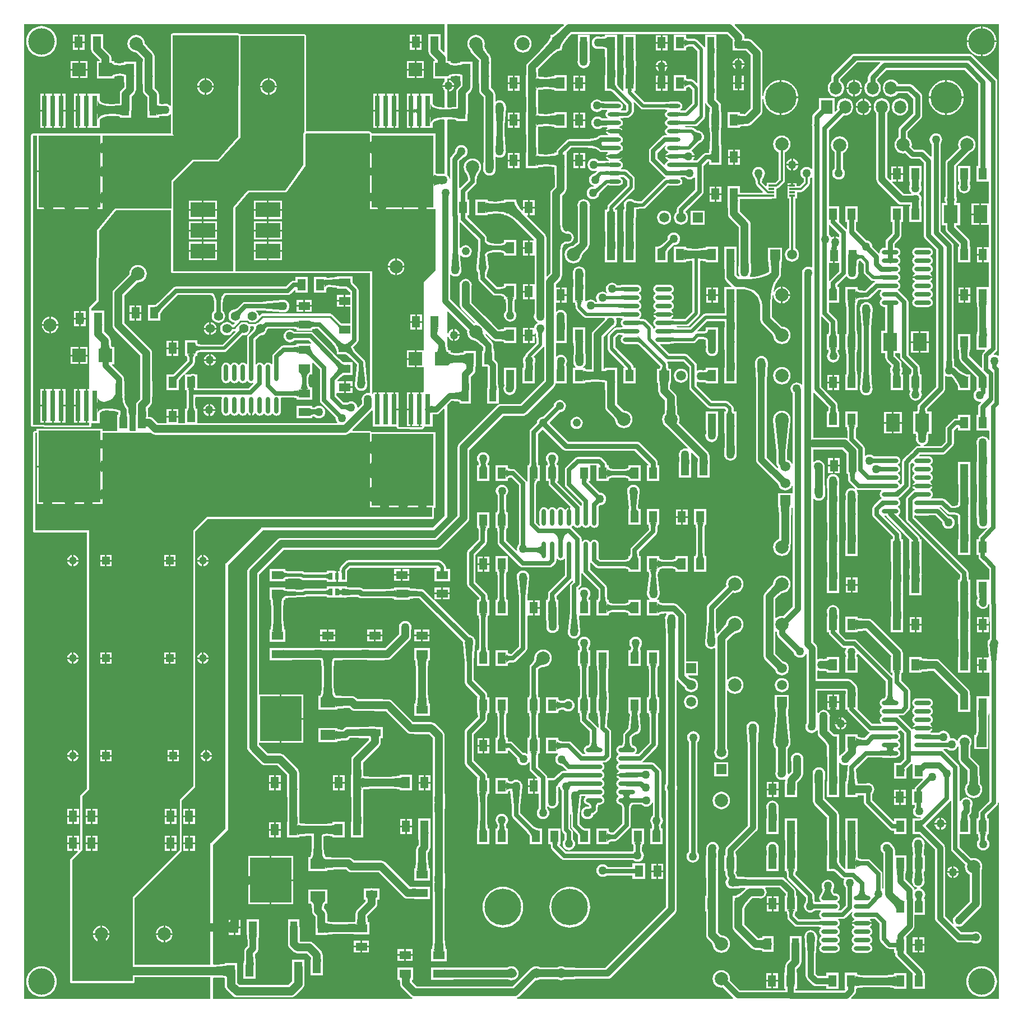
<source format=gtl>
G04*
G04 #@! TF.GenerationSoftware,Altium Limited,Altium Designer,18.0.7 (293)*
G04*
G04 Layer_Physical_Order=1*
G04 Layer_Color=255*
%FSLAX44Y44*%
%MOMM*%
G71*
G01*
G75*
%ADD11C,0.2540*%
%ADD20R,1.2700X1.7780*%
%ADD21R,0.5500X1.1000*%
%ADD22R,6.2230X6.7310*%
%ADD23R,2.2606X1.5240*%
%ADD24O,2.5000X0.7000*%
%ADD25O,0.7000X2.5000*%
%ADD26O,2.0000X0.6000*%
%ADD27R,0.8500X0.3000*%
%ADD28R,1.7780X1.2700*%
%ADD29R,9.4000X10.8000*%
%ADD30R,0.8000X4.6000*%
%ADD31R,1.1200X1.7200*%
%ADD32R,2.1590X2.7432*%
%ADD33R,1.7200X1.1200*%
%ADD34R,2.0000X2.0000*%
%ADD66C,1.1430*%
%ADD67C,0.6350*%
%ADD68C,0.7620*%
%ADD69C,0.8890*%
%ADD70C,1.0160*%
%ADD71C,0.3048*%
%ADD72C,1.2700*%
%ADD73C,0.5080*%
%ADD74C,0.7500*%
%ADD75O,1.8000X2.0000*%
%ADD76R,1.8000X2.0000*%
%ADD77C,4.7600*%
%ADD78C,2.0000*%
%ADD79C,1.2170*%
%ADD80R,3.7500X2.2500*%
%ADD81C,1.4000*%
%ADD82C,5.5200*%
%ADD83C,1.5000*%
%ADD84R,1.5000X1.5000*%
%ADD85R,1.5000X1.5000*%
%ADD86R,1.2000X1.2000*%
%ADD87C,1.2000*%
%ADD88C,4.0000*%
%ADD89C,0.6000*%
%ADD90C,1.2700*%
G36*
X648716Y1443847D02*
X647543Y1443361D01*
X642834Y1448070D01*
Y1470630D01*
X624038D01*
Y1446754D01*
X624588D01*
Y1444977D01*
X624889Y1442690D01*
X625772Y1440558D01*
X627177Y1438727D01*
X634266Y1431638D01*
X633740Y1430368D01*
X631792D01*
Y1404272D01*
X648716D01*
Y1399659D01*
X648218Y1399276D01*
X646793Y1397419D01*
X645897Y1395257D01*
X645759Y1394206D01*
X653288D01*
Y1402699D01*
X653288Y1402699D01*
Y1404272D01*
X654662D01*
X654809Y1404243D01*
X654957Y1404272D01*
X655072D01*
X655173Y1404264D01*
X655197Y1404272D01*
X657888D01*
Y1406531D01*
X658142Y1406673D01*
X659322Y1407081D01*
X660995Y1407461D01*
X667419Y1407974D01*
X669493Y1407740D01*
X671340Y1407430D01*
X672562Y1407117D01*
Y1405382D01*
X672634D01*
X673017Y1393922D01*
X668960Y1389866D01*
X667555Y1388035D01*
X666673Y1385904D01*
X666371Y1383616D01*
Y1361303D01*
X665525Y1361107D01*
X654216Y1360346D01*
X653288Y1361214D01*
Y1383173D01*
X653288Y1383173D01*
Y1391666D01*
X645759D01*
X645897Y1390615D01*
X646793Y1388453D01*
X648218Y1386596D01*
X648716Y1386213D01*
Y1361058D01*
X647806Y1360172D01*
X646228Y1360213D01*
X642551Y1360537D01*
X639386Y1361064D01*
X636744Y1361774D01*
X634638Y1362635D01*
X633056Y1363600D01*
X631951Y1364626D01*
X631225Y1365712D01*
X630790Y1366943D01*
X630618Y1368577D01*
Y1381198D01*
X616522D01*
Y1380690D01*
X612140D01*
Y1355150D01*
Y1329610D01*
X616522D01*
Y1329102D01*
X630618D01*
Y1333983D01*
X630790Y1335617D01*
X631225Y1336848D01*
X631951Y1337935D01*
X633056Y1338960D01*
X634638Y1339925D01*
X636744Y1340786D01*
X639386Y1341496D01*
X642551Y1342023D01*
X646228Y1342347D01*
X647806Y1342388D01*
X648716Y1341502D01*
Y1260650D01*
X647761Y1259813D01*
X646938Y1259921D01*
X646395Y1259850D01*
X646303Y1259868D01*
X646269Y1259861D01*
X646235Y1259867D01*
X639834Y1259727D01*
X638366Y1260007D01*
X637098Y1260376D01*
X636219Y1260757D01*
X635732Y1261078D01*
X635569Y1261252D01*
X635556Y1261278D01*
X635518Y1261537D01*
Y1320698D01*
X538976D01*
X538881Y1320981D01*
X538801Y1321379D01*
X538687Y1321550D01*
X538621Y1321744D01*
X538353Y1322050D01*
X538128Y1322387D01*
X537957Y1322501D01*
X537822Y1322655D01*
X536858Y1323395D01*
X536495Y1323574D01*
X536159Y1323799D01*
X535956Y1323840D01*
X535770Y1323931D01*
X535367Y1323958D01*
X534970Y1324037D01*
X439988Y1324160D01*
Y1468120D01*
X439751Y1469309D01*
X439077Y1470318D01*
X438069Y1470991D01*
X436880Y1471228D01*
X342154D01*
X341961Y1471189D01*
X341766Y1471203D01*
X340538Y1471049D01*
X340146Y1470918D01*
X339742Y1470838D01*
X339576Y1470728D01*
X339486Y1470698D01*
X338854Y1471332D01*
X338853Y1471333D01*
X338852Y1471333D01*
X338345Y1471672D01*
X337846Y1472006D01*
X337845Y1472007D01*
X337844Y1472007D01*
X337245Y1472126D01*
X336657Y1472244D01*
X336656Y1472243D01*
X336655Y1472244D01*
X238506D01*
X237317Y1472007D01*
X236308Y1471333D01*
X235635Y1470325D01*
X235398Y1469136D01*
Y1363038D01*
X234128Y1362607D01*
X233779Y1363063D01*
X231815Y1364569D01*
X229529Y1365516D01*
X227076Y1365839D01*
X224623Y1365516D01*
X223987Y1365253D01*
X220822Y1365429D01*
X219351Y1365606D01*
X218167Y1365822D01*
X217549Y1365991D01*
Y1379298D01*
X217247Y1381586D01*
X216364Y1383717D01*
X214960Y1385548D01*
X210800Y1389707D01*
X210837Y1397429D01*
X211051Y1405382D01*
X211358D01*
Y1408142D01*
X211377Y1408209D01*
X211362Y1408336D01*
X211387Y1408461D01*
X211358Y1408607D01*
Y1426033D01*
X211387Y1426180D01*
X211358Y1426326D01*
Y1429258D01*
X210954D01*
X210603Y1435381D01*
Y1437600D01*
X210302Y1439887D01*
X209419Y1442019D01*
X208014Y1443850D01*
X205690Y1446174D01*
X205565Y1446301D01*
X199769Y1452451D01*
X197252Y1455427D01*
X196441Y1456511D01*
X195921Y1457311D01*
X195739Y1457672D01*
X195669Y1457952D01*
X195661Y1457968D01*
X195380Y1460103D01*
X194065Y1463277D01*
X191974Y1466003D01*
X189248Y1468094D01*
X186074Y1469409D01*
X182668Y1469857D01*
X179262Y1469409D01*
X176088Y1468094D01*
X173362Y1466003D01*
X171270Y1463277D01*
X169956Y1460103D01*
X169507Y1456696D01*
X169956Y1453290D01*
X171270Y1450116D01*
X173362Y1447391D01*
X176088Y1445299D01*
X179262Y1443984D01*
X181396Y1443703D01*
X181412Y1443696D01*
X181692Y1443625D01*
X182054Y1443443D01*
X182741Y1442996D01*
X192898Y1433944D01*
X192842Y1429258D01*
X192562D01*
Y1426326D01*
X192533Y1426180D01*
X192562Y1426033D01*
Y1408607D01*
X192533Y1408461D01*
X192541Y1408419D01*
X192534Y1408377D01*
X192562Y1407334D01*
Y1405382D01*
X192615D01*
X193121Y1386595D01*
Y1386048D01*
X193423Y1383760D01*
X194305Y1381629D01*
X195710Y1379798D01*
X199871Y1375637D01*
Y1356360D01*
X200062Y1354912D01*
Y1344712D01*
X214132D01*
X214279Y1344683D01*
X214426Y1344712D01*
X217358D01*
Y1346677D01*
X218167Y1346898D01*
X219282Y1347101D01*
X224020Y1347454D01*
X224623Y1347204D01*
X227076Y1346881D01*
X229529Y1347204D01*
X231815Y1348151D01*
X233779Y1349657D01*
X234128Y1350113D01*
X235398Y1349682D01*
Y1320860D01*
X132117D01*
X131304Y1320698D01*
X33850D01*
X33037Y1320860D01*
X27686D01*
X26497Y1320623D01*
X26497Y1320623D01*
X25989Y1320413D01*
X25989Y1320413D01*
X24980Y1319739D01*
X24644Y1319236D01*
X24307Y1318731D01*
X24070Y1317542D01*
Y881126D01*
X24307Y879937D01*
X24980Y878929D01*
X25989Y878255D01*
X27178Y878018D01*
X42909D01*
X43014Y877913D01*
X44023Y877239D01*
X45212Y877002D01*
X112092D01*
X113281Y877239D01*
X114289Y877913D01*
X114963Y878921D01*
X115199Y880110D01*
Y883482D01*
X127694D01*
Y897026D01*
X127816Y898176D01*
X128098Y898975D01*
X128569Y899681D01*
X129319Y900376D01*
X130444Y901062D01*
X131992Y901694D01*
X133973Y902226D01*
X136376Y902626D01*
X137029Y902684D01*
X146159Y902102D01*
X149378Y901641D01*
X152186Y901080D01*
X154512Y900440D01*
X156164Y899812D01*
X155963Y897062D01*
X155823Y896058D01*
X155781Y895858D01*
X154402D01*
Y893122D01*
X154386Y893070D01*
X154401Y892924D01*
X154373Y892779D01*
X154402Y892633D01*
Y871982D01*
X153212Y871788D01*
X132594D01*
Y875078D01*
X32498D01*
Y871788D01*
X30480D01*
X29291Y871551D01*
X28282Y870878D01*
X27609Y869869D01*
X27372Y868680D01*
Y756920D01*
Y751840D01*
Y741680D01*
Y721360D01*
X27609Y720171D01*
X28282Y719163D01*
X29291Y718489D01*
X30480Y718252D01*
X108652D01*
Y331487D01*
X99403Y322238D01*
X98729Y321229D01*
X98492Y320040D01*
Y314960D01*
Y240049D01*
X97596Y239309D01*
X96490Y239781D01*
Y247650D01*
X88870D01*
Y237490D01*
X94276D01*
X94762Y236317D01*
X84163Y225718D01*
X83489Y224709D01*
X83252Y223520D01*
Y40640D01*
X83489Y39451D01*
X84163Y38442D01*
X85171Y37769D01*
X86360Y37532D01*
X177800D01*
X178989Y37769D01*
X179998Y38442D01*
X180671Y39451D01*
X180908Y40640D01*
Y46401D01*
X294640D01*
Y14127D01*
X14127Y14127D01*
X14127Y1485873D01*
X537210Y1485873D01*
D01*
X616204Y1485873D01*
D01*
X648716D01*
Y1443847D01*
D02*
G37*
G36*
X1098263Y1461830D02*
X1098544Y1461611D01*
X1099013Y1461419D01*
X1099668Y1461252D01*
X1100511Y1461111D01*
X1101541Y1460995D01*
X1104162Y1460841D01*
X1107531Y1460790D01*
Y1449360D01*
X1098199Y1449391D01*
X1098169Y1462074D01*
X1098263Y1461830D01*
D02*
G37*
G36*
X839184Y1474382D02*
X836113Y1471222D01*
X828839Y1462624D01*
X827061Y1460052D01*
X825606Y1457626D01*
X824474Y1455347D01*
X823666Y1453215D01*
X823181Y1451229D01*
X823019Y1449391D01*
X821707Y1449229D01*
X820192Y1448744D01*
X818476Y1447936D01*
X816557Y1446804D01*
X814436Y1445349D01*
X809587Y1441470D01*
X803930Y1436297D01*
X800798Y1433226D01*
X791675Y1440267D01*
X795514Y1444167D01*
X806829Y1456935D01*
X808648Y1459420D01*
X810062Y1461622D01*
X811072Y1463541D01*
X811678Y1465177D01*
X811880Y1466530D01*
X812667Y1466691D01*
X813710Y1467176D01*
X815012Y1467984D01*
X816570Y1469116D01*
X820461Y1472349D01*
X828228Y1479623D01*
X831332Y1482694D01*
X839184Y1474382D01*
D02*
G37*
G36*
X192810Y1456581D02*
X193222Y1455761D01*
X193892Y1454731D01*
X194820Y1453491D01*
X197450Y1450381D01*
X203330Y1444141D01*
X205806Y1441641D01*
X201765Y1437600D01*
X207480D01*
X207488Y1435430D01*
X207992Y1426636D01*
X208127Y1426294D01*
X208279Y1426180D01*
X195641D01*
X195718Y1426294D01*
X195788Y1426636D01*
X195849Y1427207D01*
X195947Y1429035D01*
X196021Y1435244D01*
X195224Y1436035D01*
X184633Y1445473D01*
X183603Y1446143D01*
X182783Y1446555D01*
X182173Y1446709D01*
X192656Y1457191D01*
X192810Y1456581D01*
D02*
G37*
G36*
X787400Y1405860D02*
X774761D01*
X774875Y1406017D01*
X774978Y1406489D01*
X775069Y1407275D01*
X775214Y1409792D01*
X775365Y1421590D01*
X786795D01*
X787400Y1405860D01*
D02*
G37*
G36*
X817880Y1388141D02*
X817652Y1388738D01*
X816966Y1389272D01*
X815823Y1389744D01*
X814223Y1390153D01*
X812166Y1390499D01*
X809651Y1390782D01*
X804025Y1391113D01*
X791057Y1390153D01*
X789457Y1389744D01*
X788314Y1389272D01*
X787628Y1388738D01*
X787400Y1388141D01*
X787285Y1387912D01*
X787182Y1387226D01*
X787091Y1386083D01*
X786849Y1376939D01*
X786825Y1371706D01*
X787400Y1349980D01*
X774761D01*
X774875Y1350208D01*
X774978Y1350894D01*
X775069Y1352037D01*
X775311Y1361181D01*
X775335Y1366414D01*
X774761Y1388141D01*
X787400D01*
Y1405860D01*
X787628Y1405262D01*
X788314Y1404727D01*
X789457Y1404256D01*
X791057Y1403847D01*
X793114Y1403501D01*
X795629Y1403218D01*
X801255Y1402887D01*
X814223Y1403847D01*
X815823Y1404256D01*
X816966Y1404727D01*
X817652Y1405262D01*
X817880Y1405860D01*
Y1388141D01*
D02*
G37*
G36*
X655038Y1426481D02*
X655724Y1425758D01*
X656867Y1425120D01*
X658467Y1424567D01*
X660525Y1424099D01*
X663039Y1423716D01*
X664412Y1423606D01*
X671983Y1424167D01*
X673583Y1424576D01*
X674726Y1425047D01*
X675412Y1425582D01*
X675640Y1426180D01*
Y1423077D01*
X677670Y1423035D01*
Y1411605D01*
X675640Y1411585D01*
Y1408461D01*
X688279D01*
X688165Y1408280D01*
X688062Y1407737D01*
X687971Y1406832D01*
X687772Y1401947D01*
X687675Y1390366D01*
X676245D01*
X675640Y1408461D01*
X675412Y1409058D01*
X674726Y1409592D01*
X673583Y1410064D01*
X671983Y1410473D01*
X669926Y1410819D01*
X667469Y1411095D01*
X660525Y1410541D01*
X658467Y1410073D01*
X656867Y1409520D01*
X655724Y1408882D01*
X655038Y1408159D01*
X654809Y1407350D01*
Y1411574D01*
X652781Y1411605D01*
Y1423035D01*
X654809Y1423050D01*
Y1427289D01*
X655038Y1426481D01*
D02*
G37*
G36*
X208165Y1408236D02*
X208062Y1407564D01*
X207971Y1406443D01*
X207729Y1397478D01*
X207675Y1386048D01*
X196245D01*
X195641Y1408461D01*
X208279D01*
X208165Y1408236D01*
D02*
G37*
G36*
X1485873Y985568D02*
X1484734Y985006D01*
X1484290Y985347D01*
X1482003Y986294D01*
X1479550Y986617D01*
X1478882Y986529D01*
X1478289Y987732D01*
X1482005Y991448D01*
X1483380Y993506D01*
X1483863Y995934D01*
Y1399286D01*
X1483380Y1401714D01*
X1482005Y1403772D01*
X1446445Y1439332D01*
X1444386Y1440708D01*
X1441958Y1441191D01*
X1267896D01*
X1266845Y1440982D01*
X1266433Y1440928D01*
X1266304Y1440874D01*
X1265468Y1440708D01*
X1263409Y1439332D01*
X1263172Y1438978D01*
X1234997Y1410803D01*
X1233898Y1409370D01*
X1233207Y1407702D01*
X1232971Y1405912D01*
Y1400327D01*
X1231296Y1399041D01*
X1229365Y1396525D01*
X1228151Y1393594D01*
X1227737Y1390449D01*
Y1388449D01*
X1228151Y1385303D01*
X1229365Y1382373D01*
X1231296Y1379856D01*
X1233813Y1377925D01*
X1236743Y1376711D01*
X1239889Y1376297D01*
X1243034Y1376711D01*
X1245965Y1377925D01*
X1248481Y1379856D01*
X1250413Y1382373D01*
X1251627Y1385303D01*
X1252041Y1388449D01*
Y1390449D01*
X1251627Y1393594D01*
X1250413Y1396525D01*
X1248481Y1399041D01*
X1246806Y1400327D01*
Y1403046D01*
X1272261Y1428501D01*
X1306463D01*
X1306949Y1427328D01*
X1290397Y1410776D01*
X1289298Y1409343D01*
X1288607Y1407675D01*
X1288371Y1405885D01*
Y1400327D01*
X1286696Y1399041D01*
X1284765Y1396525D01*
X1283551Y1393594D01*
X1283137Y1390449D01*
Y1388449D01*
X1283551Y1385303D01*
X1284765Y1382373D01*
X1286696Y1379856D01*
X1289213Y1377925D01*
X1292144Y1376711D01*
X1295289Y1376297D01*
X1298434Y1376711D01*
X1301365Y1377925D01*
X1303881Y1379856D01*
X1305813Y1382373D01*
X1307027Y1385303D01*
X1307441Y1388449D01*
Y1390449D01*
X1307027Y1393594D01*
X1305813Y1396525D01*
X1303881Y1399041D01*
X1302206Y1400327D01*
Y1403020D01*
X1316193Y1417007D01*
X1434013D01*
X1454883Y1396137D01*
Y1271778D01*
X1452402D01*
Y1247902D01*
X1471173D01*
Y1215136D01*
X1459230D01*
Y1198880D01*
Y1182624D01*
X1471173D01*
Y1150420D01*
X1470690Y1149350D01*
X1469903Y1149350D01*
X1463070D01*
Y1137920D01*
Y1126490D01*
X1469903D01*
X1470690Y1126490D01*
X1471173Y1125420D01*
Y1088898D01*
X1452402D01*
Y1068248D01*
X1452373Y1068101D01*
X1452395Y1067987D01*
X1452381Y1067872D01*
X1452402Y1067797D01*
Y1065022D01*
X1452778D01*
X1453600Y1051541D01*
X1453602Y1051022D01*
Y1034069D01*
X1453502Y1024751D01*
X1453175Y1018203D01*
X1453127Y1017778D01*
X1452402D01*
Y1015003D01*
X1452381Y1014928D01*
X1452395Y1014813D01*
X1452373Y1014699D01*
X1452402Y1014553D01*
Y993902D01*
X1464854D01*
X1465340Y992729D01*
X1462491Y989880D01*
X1461115Y987821D01*
X1460632Y985393D01*
Y967349D01*
X1459459Y966863D01*
X1441420Y984902D01*
X1441519Y989397D01*
X1441802Y992833D01*
X1441964Y993902D01*
X1443198D01*
Y996833D01*
X1443227Y996981D01*
X1443224Y996995D01*
X1443227Y997010D01*
X1443198Y997149D01*
Y1017778D01*
X1424402D01*
Y997149D01*
X1424373Y997010D01*
X1424376Y996995D01*
X1424373Y996981D01*
X1424402Y996833D01*
Y993902D01*
X1425609D01*
X1426229Y984598D01*
X1426242Y982586D01*
Y981834D01*
X1426500Y979878D01*
X1427255Y978055D01*
X1428456Y976490D01*
X1452402Y952544D01*
Y933488D01*
X1450495Y932025D01*
X1448989Y930061D01*
X1448042Y927775D01*
X1447719Y925322D01*
X1448042Y922869D01*
X1448989Y920583D01*
X1450495Y918619D01*
X1452458Y917113D01*
X1454745Y916166D01*
X1457198Y915843D01*
X1458554Y916021D01*
X1459147Y914818D01*
X1456909Y912580D01*
X1455809Y911148D01*
X1455119Y909479D01*
X1454883Y907689D01*
Y895858D01*
X1452402D01*
Y871982D01*
X1471198D01*
X1471681Y870912D01*
Y858151D01*
X1470411Y857899D01*
X1469979Y858941D01*
X1468473Y860905D01*
X1466510Y862411D01*
X1464223Y863358D01*
X1461770Y863681D01*
X1459317Y863358D01*
X1457030Y862411D01*
X1455067Y860905D01*
X1453561Y858941D01*
X1452614Y856655D01*
X1452291Y854202D01*
X1452614Y851749D01*
X1452961Y850910D01*
Y841121D01*
X1452923Y832909D01*
X1452707Y824738D01*
X1452402D01*
Y821962D01*
X1452381Y821886D01*
X1452395Y821772D01*
X1452373Y821659D01*
X1452402Y821513D01*
Y804088D01*
X1452373Y803941D01*
X1452381Y803900D01*
X1452374Y803858D01*
X1452402Y802794D01*
Y800862D01*
X1452453D01*
X1452961Y781641D01*
Y780161D01*
X1452923Y771949D01*
X1452707Y763778D01*
X1452402D01*
Y761002D01*
X1452381Y760926D01*
X1452395Y760812D01*
X1452373Y760699D01*
X1452402Y760553D01*
Y743210D01*
X1452375Y743096D01*
X1452384Y743038D01*
X1452373Y742980D01*
X1452402Y742833D01*
Y739902D01*
X1453157D01*
X1453362Y736585D01*
X1453122Y736005D01*
X1452799Y733552D01*
X1453122Y731099D01*
X1454069Y728812D01*
X1455575Y726849D01*
X1457538Y725343D01*
X1459825Y724396D01*
X1462278Y724073D01*
X1464731Y724396D01*
X1467018Y725343D01*
X1467697Y725864D01*
X1468537Y724908D01*
X1457314Y713684D01*
X1455938Y711626D01*
X1455455Y709198D01*
Y707898D01*
X1452402D01*
Y684022D01*
X1455426D01*
X1455455Y683615D01*
Y681960D01*
X1455938Y679532D01*
X1457314Y677474D01*
X1462106Y672681D01*
X1462617Y671916D01*
X1471619Y662914D01*
X1471693Y648003D01*
X1470428Y646938D01*
X1452402D01*
Y626499D01*
X1452389Y626456D01*
X1452402Y626318D01*
Y626287D01*
X1452373Y626141D01*
X1452402Y625993D01*
Y623062D01*
X1453239D01*
X1453569Y617983D01*
X1453307Y617641D01*
X1452360Y615355D01*
X1452037Y612902D01*
X1452360Y610449D01*
X1453307Y608162D01*
X1454813Y606199D01*
X1456167Y605161D01*
X1456257Y605043D01*
X1457955Y603740D01*
X1459932Y602921D01*
X1462054Y602642D01*
X1464176Y602921D01*
X1466153Y603740D01*
X1467851Y605043D01*
X1469154Y606741D01*
X1469973Y608718D01*
X1469981Y608780D01*
X1470672Y610449D01*
X1471879Y610193D01*
X1472138Y557805D01*
X1471577Y557375D01*
X1470071Y555411D01*
X1469124Y553125D01*
X1468801Y550672D01*
X1468872Y550129D01*
X1468854Y550037D01*
X1468885Y549879D01*
X1468870Y549719D01*
X1470813Y530809D01*
X1469661Y529590D01*
X1463070D01*
Y518160D01*
Y506730D01*
X1470665D01*
X1470690Y506730D01*
X1471935Y506670D01*
Y471376D01*
X1470888Y470837D01*
X1470665Y470837D01*
X1452092D01*
Y450186D01*
X1452063Y450039D01*
X1452071Y449998D01*
X1452064Y449957D01*
X1452092Y448893D01*
Y446961D01*
X1452143D01*
X1452614Y429162D01*
X1452525Y424075D01*
X1452101Y417846D01*
X1451800Y415523D01*
X1451448Y413705D01*
X1451088Y412482D01*
X1451044Y412390D01*
X1449073D01*
Y409613D01*
X1449051Y409536D01*
X1449066Y409423D01*
X1449043Y409312D01*
X1449073Y409165D01*
Y391294D01*
X1457755D01*
X1457782Y391283D01*
X1460070Y390982D01*
X1462358Y391283D01*
X1462385Y391294D01*
X1470168D01*
Y400022D01*
X1470329Y401241D01*
Y430577D01*
X1470367Y438790D01*
X1470550Y445706D01*
X1470665Y445774D01*
X1471935Y445050D01*
Y312762D01*
X1457314Y298141D01*
X1455938Y296082D01*
X1455455Y293654D01*
Y291841D01*
X1455397Y290090D01*
X1455259Y288715D01*
X1455074Y287570D01*
X1454862Y286707D01*
X1454697Y286258D01*
X1452402D01*
Y283326D01*
X1452373Y283179D01*
X1452402Y283032D01*
Y265607D01*
X1452373Y265460D01*
X1452402Y265313D01*
Y262382D01*
X1454554D01*
X1454580Y262324D01*
X1454822Y261525D01*
X1455040Y260451D01*
X1455455Y255418D01*
Y253865D01*
X1454323Y252390D01*
X1453376Y250103D01*
X1453053Y247650D01*
X1453376Y245197D01*
X1454323Y242910D01*
X1455829Y240947D01*
X1457793Y239441D01*
X1460079Y238494D01*
X1462532Y238171D01*
X1464985Y238494D01*
X1467272Y239441D01*
X1469235Y240947D01*
X1470741Y242910D01*
X1471688Y245197D01*
X1472011Y247650D01*
X1471688Y250103D01*
X1470741Y252390D01*
X1469235Y254353D01*
X1468145Y255189D01*
Y255574D01*
X1468353Y258936D01*
X1468545Y260374D01*
X1468778Y261525D01*
X1469020Y262324D01*
X1469046Y262382D01*
X1471198D01*
Y265313D01*
X1471227Y265460D01*
X1471198Y265607D01*
Y283032D01*
X1471227Y283179D01*
X1471198Y283326D01*
Y286258D01*
X1468903D01*
X1468738Y286707D01*
X1468526Y287570D01*
X1468347Y288677D01*
X1468169Y291050D01*
X1482767Y305648D01*
X1484142Y307706D01*
X1484625Y310134D01*
X1485873Y310081D01*
X1485873Y14127D01*
X1263161Y14127D01*
X1262675Y15301D01*
X1268114Y20740D01*
X1269315Y22305D01*
X1270070Y24128D01*
X1270328Y26084D01*
Y29303D01*
X1272156D01*
Y30415D01*
X1287697Y31378D01*
X1288698Y31383D01*
X1308300D01*
X1319094Y31151D01*
X1324384Y30720D01*
X1326224Y30446D01*
X1327376Y30185D01*
Y28639D01*
X1330308D01*
X1330455Y28610D01*
X1330477Y28614D01*
X1330500Y28610D01*
X1330635Y28639D01*
X1346172D01*
Y52515D01*
X1330602D01*
X1330455Y52544D01*
X1330360Y52525D01*
X1330264Y52538D01*
X1330175Y52515D01*
X1327376D01*
Y50602D01*
X1327318Y50575D01*
X1326085Y50225D01*
X1324351Y49901D01*
X1311824Y49079D01*
X1309556Y49060D01*
X1291183D01*
X1283860Y49209D01*
X1277657Y49693D01*
X1275359Y50035D01*
X1273573Y50433D01*
X1272387Y50834D01*
X1272156Y50960D01*
Y53179D01*
X1269454D01*
X1269422Y53189D01*
X1269305Y53179D01*
X1269224D01*
X1269077Y53208D01*
X1268930Y53179D01*
X1253360D01*
Y29303D01*
X1253505D01*
X1254031Y28033D01*
X1252769Y26770D01*
X1179024D01*
Y29247D01*
X1180864D01*
Y53123D01*
X1180432D01*
Y56121D01*
X1180720Y59003D01*
X1185240Y63522D01*
X1186645Y65353D01*
X1187527Y67484D01*
X1187829Y69772D01*
Y96520D01*
X1187638Y97968D01*
Y108168D01*
X1170342D01*
Y97968D01*
X1170151Y96520D01*
Y73433D01*
X1165990Y69272D01*
X1165554Y68704D01*
X1165064Y68182D01*
X1164855Y67792D01*
X1164585Y67441D01*
X1164312Y66780D01*
X1163973Y66149D01*
X1163872Y65718D01*
X1163702Y65310D01*
X1163609Y64600D01*
X1163445Y63903D01*
X1162798Y57443D01*
X1162812Y57001D01*
X1162754Y56562D01*
Y53123D01*
X1162068D01*
Y29247D01*
X1163908D01*
Y26853D01*
X1094553D01*
X1079519Y41887D01*
X1079807Y44072D01*
X1079359Y47478D01*
X1078044Y50652D01*
X1075952Y53378D01*
X1073227Y55469D01*
X1070053Y56784D01*
X1066646Y57233D01*
X1063240Y56784D01*
X1060066Y55469D01*
X1057340Y53378D01*
X1055249Y50652D01*
X1053934Y47478D01*
X1053486Y44072D01*
X1053934Y40666D01*
X1055249Y37492D01*
X1057340Y34766D01*
X1060066Y32675D01*
X1063240Y31360D01*
X1066646Y30911D01*
X1068831Y31199D01*
X1084730Y15301D01*
X1084244Y14127D01*
X758437Y14127D01*
X758185Y15397D01*
X759561Y15968D01*
X761392Y17372D01*
X785969Y41949D01*
X787400Y41761D01*
X790154Y42123D01*
X792719Y43186D01*
X793208Y43561D01*
X819092D01*
X819581Y43186D01*
X822146Y42123D01*
X824900Y41761D01*
X827654Y42123D01*
X830219Y43186D01*
X830871Y43686D01*
X861221Y44202D01*
X894918D01*
X897040Y44481D01*
X899017Y45300D01*
X900715Y46603D01*
X997159Y143047D01*
X998462Y144745D01*
X999281Y146722D01*
X999560Y148844D01*
Y329454D01*
X1000010Y330541D01*
X1000333Y332994D01*
X1000010Y335447D01*
X999560Y336534D01*
Y494886D01*
X1000401Y495171D01*
X1000830Y495210D01*
X1002190Y493849D01*
X1010456Y485544D01*
X1010764Y485224D01*
X1010804Y484926D01*
X1011866Y482360D01*
X1013557Y480157D01*
X1015760Y478466D01*
X1018326Y477403D01*
X1021080Y477041D01*
X1023834Y477403D01*
X1026400Y478466D01*
X1028603Y480157D01*
X1030294Y482360D01*
X1031357Y484926D01*
X1031719Y487680D01*
X1031357Y490434D01*
X1030294Y492999D01*
X1028603Y495203D01*
X1026400Y496894D01*
X1023834Y497957D01*
X1021080Y498319D01*
X1020984Y498306D01*
X1020958Y498309D01*
X1020659Y498405D01*
X1020081Y498679D01*
X1019290Y499150D01*
X1018398Y499767D01*
X1016577Y501342D01*
X1017021Y502532D01*
X1031628D01*
Y523628D01*
X1013652D01*
Y592645D01*
X1013394Y594601D01*
X1012639Y596423D01*
X1011438Y597989D01*
X1000579Y608848D01*
X999013Y610049D01*
X997191Y610804D01*
X995235Y611062D01*
X987967D01*
X981869Y611269D01*
X979401Y611520D01*
X977310Y611864D01*
X975648Y612279D01*
X974443Y612729D01*
X973719Y613139D01*
X973443Y613393D01*
X973426Y613422D01*
X973358Y613815D01*
Y616458D01*
X970426D01*
X970279Y616487D01*
X970133Y616458D01*
X970122D01*
X969691Y617728D01*
X970887Y618645D01*
X972393Y620608D01*
X973340Y622895D01*
X973663Y625348D01*
X973592Y625891D01*
X973610Y625983D01*
X973578Y626141D01*
X973594Y626301D01*
X970685Y654616D01*
X970719Y655197D01*
X970899Y656650D01*
X971118Y657816D01*
X971344Y658622D01*
X973358D01*
Y661313D01*
X973366Y661338D01*
X973446Y662017D01*
X973527Y662222D01*
X973694Y662446D01*
X974067Y662757D01*
X974742Y663126D01*
X975753Y663496D01*
X977097Y663820D01*
X978760Y664068D01*
X980621Y664215D01*
X990419D01*
X992280Y664068D01*
X993943Y663820D01*
X995287Y663496D01*
X996298Y663126D01*
X996973Y662757D01*
X997346Y662446D01*
X997513Y662222D01*
X997594Y662017D01*
X997674Y661338D01*
X997682Y661313D01*
Y658622D01*
X1000613D01*
X1000760Y658593D01*
X1000908Y658622D01*
X1001023D01*
X1001123Y658614D01*
X1001148Y658622D01*
X1016478D01*
Y682498D01*
X1001148D01*
X1001123Y682506D01*
X1001023Y682498D01*
X1000908D01*
X1000760Y682527D01*
X1000613Y682498D01*
X997682D01*
Y679807D01*
X997674Y679782D01*
X997594Y679103D01*
X997513Y678898D01*
X997346Y678674D01*
X996973Y678363D01*
X996298Y677994D01*
X995287Y677624D01*
X993943Y677300D01*
X992280Y677052D01*
X990419Y676905D01*
X980621D01*
X978760Y677052D01*
X977097Y677300D01*
X975753Y677624D01*
X974742Y677994D01*
X974067Y678363D01*
X973694Y678674D01*
X973527Y678898D01*
X973446Y679103D01*
X973366Y679782D01*
X973358Y679807D01*
Y682498D01*
X970426D01*
X970279Y682527D01*
X970133Y682498D01*
X970017D01*
X969917Y682506D01*
X969892Y682498D01*
X954562D01*
Y661848D01*
X954533Y661701D01*
X954562Y661553D01*
Y658622D01*
X956848D01*
X956909Y658497D01*
X957163Y657715D01*
X957392Y656660D01*
X957638Y653873D01*
X954775Y626304D01*
X954790Y626142D01*
X954758Y625983D01*
X954776Y625891D01*
X954705Y625348D01*
X955028Y622895D01*
X955975Y620608D01*
X957481Y618645D01*
X958677Y617728D01*
X958246Y616458D01*
X954562D01*
Y592582D01*
X970133D01*
X970279Y592553D01*
X970426Y592582D01*
X970590D01*
X970664Y592577D01*
X970680Y592582D01*
X973358D01*
Y594621D01*
X974000Y594849D01*
X975319Y595157D01*
X977020Y595423D01*
X983532Y595838D01*
X984188Y594607D01*
X983153Y593257D01*
X982206Y590971D01*
X981883Y588518D01*
X981954Y587975D01*
X981936Y587883D01*
X981949Y587816D01*
X981939Y587748D01*
X983164Y559481D01*
Y338410D01*
X982645Y337733D01*
X981698Y335447D01*
X981375Y332994D01*
X981698Y330541D01*
X982645Y328255D01*
X983164Y327578D01*
Y152240D01*
X891522Y60598D01*
X861221D01*
X830871Y61114D01*
X830219Y61614D01*
X827654Y62677D01*
X824900Y63039D01*
X822146Y62677D01*
X819581Y61614D01*
X819092Y61239D01*
X793208D01*
X792719Y61614D01*
X790154Y62677D01*
X787400Y63039D01*
X784646Y62677D01*
X782081Y61614D01*
X780691Y60548D01*
X779501Y60054D01*
X777670Y58650D01*
X751481Y32461D01*
X606911D01*
X599266Y40106D01*
X599296Y41019D01*
X599436Y42642D01*
X601218D01*
Y61438D01*
X577342D01*
Y42642D01*
X581220D01*
X581531Y38201D01*
Y36503D01*
X581832Y34215D01*
X582715Y32083D01*
X584119Y30253D01*
X597000Y17372D01*
X598831Y15968D01*
X600207Y15397D01*
X599955Y14127D01*
X299212Y14127D01*
Y45436D01*
X300118Y46326D01*
X307465Y46198D01*
X313401Y45807D01*
X315509Y45553D01*
X316881Y45301D01*
Y34320D01*
X317204Y31867D01*
X318151Y29580D01*
X319657Y27617D01*
X328577Y18697D01*
X330540Y17191D01*
X332827Y16244D01*
X335280Y15921D01*
X416560D01*
X419013Y16244D01*
X421300Y17191D01*
X423263Y18697D01*
X434663Y30097D01*
X436169Y32060D01*
X437116Y34347D01*
X437439Y36800D01*
Y60960D01*
X437358Y61576D01*
Y72898D01*
X418562D01*
Y61576D01*
X418481Y60960D01*
Y40726D01*
X412634Y34879D01*
X339206D01*
X335839Y38246D01*
Y55880D01*
X335758Y56496D01*
Y67818D01*
X320390D01*
X320341Y67833D01*
X320194Y67818D01*
X320187D01*
X320041Y67847D01*
X319893Y67818D01*
X316962D01*
Y66522D01*
X300482Y65436D01*
X299212Y66599D01*
X299212Y246703D01*
X321402Y268894D01*
X321553Y269060D01*
X321802Y269432D01*
X321973Y269846D01*
X322061Y270286D01*
X322072Y270510D01*
X322072Y270510D01*
Y669359D01*
X374073Y721360D01*
X631698D01*
X631922Y721371D01*
X632361Y721458D01*
X632775Y721630D01*
X633148Y721879D01*
X633314Y722029D01*
X633315Y722029D01*
X652618Y741333D01*
X652769Y741500D01*
X653018Y741872D01*
X653189Y742286D01*
X653277Y742726D01*
X653288Y742950D01*
X653288Y742950D01*
Y910824D01*
X659441Y916976D01*
X660210Y916967D01*
X665725Y916647D01*
X667837Y916384D01*
X669561Y916056D01*
X670833Y915696D01*
X671603Y915364D01*
X671642Y915337D01*
Y912912D01*
X674574D01*
X674721Y912883D01*
X674867Y912912D01*
X688938D01*
Y932982D01*
X688967Y933130D01*
X688960Y933167D01*
X688966Y933204D01*
X688938Y934381D01*
Y936208D01*
X688894D01*
X688488Y953055D01*
Y953246D01*
X692837Y957595D01*
X694140Y959293D01*
X694959Y961270D01*
X695238Y963392D01*
Y964897D01*
X695319Y967400D01*
X695414Y968502D01*
X696438D01*
Y992378D01*
X680867D01*
X680721Y992407D01*
X680574Y992378D01*
X680459D01*
X680358Y992386D01*
X680333Y992378D01*
X677642D01*
Y990233D01*
X677617Y990220D01*
X676615Y989873D01*
X675170Y989545D01*
X667324Y988920D01*
X665060Y989056D01*
X662625Y989371D01*
X660630Y989764D01*
X659138Y990203D01*
X658198Y990623D01*
X657896Y990841D01*
X657888Y990879D01*
Y993488D01*
X654962D01*
X654941Y993491D01*
X654809Y993517D01*
X654789Y993513D01*
X654763Y993517D01*
X654653Y993617D01*
X654385Y994013D01*
X654047Y994771D01*
X653713Y995891D01*
X653435Y997309D01*
X653288Y998920D01*
Y1013647D01*
X654558Y1013900D01*
X655335Y1012025D01*
X656760Y1010168D01*
X658617Y1008743D01*
X660779Y1007847D01*
X661830Y1007709D01*
Y1016508D01*
Y1025307D01*
X660779Y1025169D01*
X658617Y1024273D01*
X656760Y1022848D01*
X655335Y1020991D01*
X654558Y1019117D01*
X653288Y1019369D01*
Y1051404D01*
X654461Y1051890D01*
X683087Y1023265D01*
X682799Y1021080D01*
X683248Y1017674D01*
X684563Y1014500D01*
X686654Y1011774D01*
X689380Y1009683D01*
X692554Y1008368D01*
X694567Y1008103D01*
X694658Y1008063D01*
X695166Y1007953D01*
X695714Y1007717D01*
X696639Y1007181D01*
X697760Y1006412D01*
X707266Y998045D01*
X707431Y997881D01*
X707414Y996912D01*
X707201Y993815D01*
X707058Y992723D01*
X706990Y992378D01*
X705642D01*
Y989607D01*
X705622Y989535D01*
X705636Y989416D01*
X705613Y989299D01*
X705642Y989153D01*
Y968502D01*
X713750D01*
X714232Y968019D01*
Y950621D01*
X714059Y939653D01*
X713844Y936254D01*
X713839Y936208D01*
X713142D01*
Y933468D01*
X713126Y933413D01*
X713141Y933270D01*
X713113Y933130D01*
X713142Y932982D01*
Y912912D01*
X730438D01*
Y932982D01*
X730467Y933130D01*
X730439Y933270D01*
X730454Y933413D01*
X730438Y933468D01*
Y936208D01*
X730076D01*
X729354Y947635D01*
X729348Y949425D01*
Y971150D01*
X729090Y973106D01*
X728335Y974929D01*
X727134Y976494D01*
X727134Y976494D01*
X724438Y979190D01*
Y989153D01*
X724467Y989299D01*
X724444Y989416D01*
X724458Y989535D01*
X724438Y989607D01*
Y992378D01*
X723090D01*
X723041Y992628D01*
X722611Y998884D01*
X722598Y1000412D01*
Y1000984D01*
X722340Y1002940D01*
X721585Y1004763D01*
X720447Y1006246D01*
X720428Y1006276D01*
X720408Y1006297D01*
X720384Y1006328D01*
X720247Y1006466D01*
X716108Y1010788D01*
X712814Y1014644D01*
X711578Y1016283D01*
X710583Y1017759D01*
X710508Y1017890D01*
X711524Y1018670D01*
X720444Y1009750D01*
X722275Y1008345D01*
X724406Y1007462D01*
X726694Y1007161D01*
X728116D01*
X729443Y1007147D01*
X734081Y1006903D01*
X735847Y1006704D01*
X737284Y1006457D01*
X738329Y1006189D01*
X738602Y1006083D01*
Y1004062D01*
X741534D01*
X741681Y1004033D01*
X741827Y1004062D01*
X757398D01*
Y1027938D01*
X741827D01*
X741681Y1027967D01*
X741534Y1027938D01*
X738602D01*
Y1025917D01*
X738329Y1025811D01*
X737284Y1025543D01*
X735913Y1025307D01*
X730280Y1024913D01*
X721001Y1034193D01*
X720465Y1034891D01*
X709771Y1045585D01*
X709073Y1046121D01*
X689559Y1065635D01*
Y1089673D01*
X689618Y1089816D01*
X689932Y1092200D01*
X689618Y1094584D01*
X688698Y1096806D01*
X687234Y1098714D01*
X685326Y1100178D01*
X683104Y1101098D01*
X680720Y1101412D01*
X678336Y1101098D01*
X676114Y1100178D01*
X674206Y1098714D01*
X672742Y1096806D01*
X671822Y1094584D01*
X671508Y1092200D01*
X671822Y1089816D01*
X671881Y1089673D01*
Y1061974D01*
X672183Y1059686D01*
X673065Y1057555D01*
X674470Y1055724D01*
X694307Y1035888D01*
X693890Y1034508D01*
X693333Y1034396D01*
X657133Y1070595D01*
Y1107463D01*
X657197Y1107485D01*
X658403Y1107747D01*
X660232Y1106343D01*
X662519Y1105396D01*
X664972Y1105073D01*
X667425Y1105396D01*
X669712Y1106343D01*
X671675Y1107849D01*
X673181Y1109812D01*
X674128Y1112099D01*
X674451Y1114552D01*
X674380Y1115095D01*
X674398Y1115187D01*
X674369Y1115335D01*
X674383Y1115485D01*
X672743Y1132502D01*
X672420Y1136728D01*
X673658Y1137202D01*
X674206Y1136486D01*
X676114Y1135022D01*
X678336Y1134102D01*
X680720Y1133788D01*
X683104Y1134102D01*
X685326Y1135022D01*
X687234Y1136486D01*
X688698Y1138394D01*
X689618Y1140616D01*
X689932Y1143000D01*
X689618Y1145384D01*
X688698Y1147606D01*
X687234Y1149514D01*
X685326Y1150978D01*
X683104Y1151898D01*
X680720Y1152212D01*
X678336Y1151898D01*
X676114Y1150978D01*
X674206Y1149514D01*
X673099Y1148070D01*
X671829Y1148501D01*
Y1186080D01*
X673099Y1186606D01*
X699775Y1159930D01*
Y1146661D01*
X696973Y1118516D01*
X696988Y1118361D01*
X696958Y1118208D01*
X696976Y1118116D01*
X696908Y1117600D01*
X697222Y1115216D01*
X698142Y1112994D01*
X698867Y1112050D01*
X698925Y1111908D01*
X699038Y1111736D01*
X699098Y1111592D01*
X699227Y1111145D01*
X699347Y1110561D01*
X699775Y1104558D01*
Y1102106D01*
X700258Y1099678D01*
X701634Y1097619D01*
X721191Y1078062D01*
X723250Y1076686D01*
X725678Y1076203D01*
X731263D01*
X733170Y1076039D01*
X734812Y1075772D01*
X736134Y1075425D01*
X737126Y1075029D01*
X737792Y1074632D01*
X738179Y1074282D01*
X738384Y1073981D01*
X738504Y1073651D01*
X738591Y1072847D01*
X738602Y1072811D01*
Y1070102D01*
X740754D01*
X740780Y1070044D01*
X741022Y1069245D01*
X741240Y1068171D01*
X741655Y1063138D01*
Y1053180D01*
X741327Y1052929D01*
X739821Y1050965D01*
X738874Y1048679D01*
X738551Y1046226D01*
X738874Y1043773D01*
X739821Y1041487D01*
X741327Y1039523D01*
X743290Y1038017D01*
X745577Y1037070D01*
X748030Y1036747D01*
X750483Y1037070D01*
X752769Y1038017D01*
X754733Y1039523D01*
X756239Y1041487D01*
X757186Y1043773D01*
X757509Y1046226D01*
X757186Y1048679D01*
X756239Y1050965D01*
X754733Y1052929D01*
X754345Y1053226D01*
Y1063294D01*
X754553Y1066656D01*
X754745Y1068094D01*
X754978Y1069245D01*
X755220Y1070044D01*
X755246Y1070102D01*
X757398D01*
Y1073034D01*
X757427Y1073180D01*
X757398Y1073327D01*
Y1093978D01*
X742089D01*
X742078Y1093982D01*
X742025Y1093978D01*
X741827D01*
X741681Y1094007D01*
X741534Y1093978D01*
X738602D01*
Y1091308D01*
X738598Y1091298D01*
X738528Y1090749D01*
X738493Y1090668D01*
X738366Y1090514D01*
X738004Y1090239D01*
X737315Y1089896D01*
X736282Y1089551D01*
X734965Y1089262D01*
X731338Y1088893D01*
X728306D01*
X712469Y1104730D01*
X712528Y1107113D01*
X712739Y1109556D01*
X712870Y1110448D01*
X713013Y1111145D01*
X713142Y1111592D01*
X713202Y1111736D01*
X713315Y1111908D01*
X713373Y1112050D01*
X714098Y1112994D01*
X715018Y1115216D01*
X715332Y1117600D01*
X715264Y1118116D01*
X715282Y1118208D01*
X715252Y1118361D01*
X715267Y1118516D01*
X713317Y1138097D01*
X713392Y1138209D01*
X714229Y1138987D01*
X715465Y1139742D01*
X717149Y1140431D01*
X719291Y1141007D01*
X721880Y1141439D01*
X724903Y1141706D01*
X726022Y1141735D01*
X731339D01*
X733200Y1141588D01*
X734863Y1141340D01*
X736207Y1141016D01*
X737218Y1140646D01*
X737893Y1140276D01*
X738266Y1139966D01*
X738433Y1139742D01*
X738514Y1139537D01*
X738594Y1138858D01*
X738602Y1138833D01*
Y1136142D01*
X741534D01*
X741681Y1136113D01*
X741827Y1136142D01*
X741943D01*
X742043Y1136134D01*
X742068Y1136142D01*
X757398D01*
Y1160018D01*
X742068D01*
X742043Y1160026D01*
X741943Y1160018D01*
X741827D01*
X741681Y1160047D01*
X741534Y1160018D01*
X738602D01*
Y1157327D01*
X738594Y1157302D01*
X738514Y1156624D01*
X738433Y1156418D01*
X738266Y1156194D01*
X737893Y1155883D01*
X737218Y1155514D01*
X736207Y1155144D01*
X734863Y1154820D01*
X733200Y1154572D01*
X731339Y1154425D01*
X726022D01*
X724903Y1154454D01*
X721880Y1154721D01*
X719291Y1155153D01*
X717149Y1155729D01*
X715465Y1156418D01*
X714229Y1157173D01*
X713392Y1157951D01*
X712858Y1158752D01*
X712538Y1159660D01*
X712465Y1160352D01*
Y1162558D01*
X711982Y1164986D01*
X710607Y1167045D01*
X683225Y1194426D01*
Y1197102D01*
X686278D01*
Y1220978D01*
X683225D01*
Y1231528D01*
X695367Y1243670D01*
X696742Y1245728D01*
X697225Y1248156D01*
Y1250158D01*
X697333Y1251584D01*
X697542Y1253163D01*
X697832Y1254653D01*
X698198Y1256055D01*
X698641Y1257371D01*
X699157Y1258604D01*
X699746Y1259758D01*
X700408Y1260836D01*
X701219Y1261946D01*
X701330Y1262185D01*
X702277Y1263420D01*
X703592Y1266594D01*
X704041Y1270000D01*
X703592Y1273406D01*
X702277Y1276580D01*
X700186Y1279306D01*
X697460Y1281397D01*
X694286Y1282712D01*
X690880Y1283161D01*
X687474Y1282712D01*
X684300Y1281397D01*
X681574Y1279306D01*
X679483Y1276580D01*
X678168Y1273406D01*
X677719Y1270000D01*
X678168Y1266594D01*
X679483Y1263420D01*
X680430Y1262185D01*
X680541Y1261946D01*
X681352Y1260836D01*
X682014Y1259757D01*
X682603Y1258604D01*
X683119Y1257371D01*
X683562Y1256055D01*
X683928Y1254653D01*
X684209Y1253206D01*
X684467Y1250716D01*
X672393Y1238643D01*
X672312Y1238521D01*
X671097Y1238889D01*
Y1279473D01*
X673089Y1281442D01*
X676373Y1284519D01*
X676575Y1284687D01*
X676823Y1284720D01*
X679109Y1285667D01*
X681073Y1287173D01*
X682579Y1289137D01*
X683526Y1291423D01*
X683849Y1293876D01*
X683526Y1296329D01*
X682579Y1298616D01*
X681073Y1300579D01*
X679109Y1302085D01*
X676823Y1303032D01*
X674370Y1303355D01*
X671917Y1303032D01*
X669631Y1302085D01*
X667667Y1300579D01*
X666161Y1298616D01*
X665214Y1296329D01*
X664979Y1294545D01*
X664941Y1294434D01*
X664901Y1294129D01*
X664837Y1293926D01*
X664649Y1293514D01*
X664320Y1292941D01*
X663847Y1292234D01*
X663263Y1291457D01*
X660521Y1288343D01*
X659368Y1287165D01*
X659330Y1287107D01*
X658302Y1285767D01*
X657617Y1284113D01*
X657383Y1282339D01*
Y1252833D01*
X656113Y1252749D01*
X656094Y1252895D01*
X655147Y1255182D01*
X653641Y1257145D01*
X653288Y1257415D01*
Y1341405D01*
X654196Y1342293D01*
X658276Y1342203D01*
X663561Y1341763D01*
X665397Y1341483D01*
X666562Y1341213D01*
Y1339632D01*
X669493D01*
X669641Y1339603D01*
X669650Y1339605D01*
X669660Y1339603D01*
X669802Y1339632D01*
X683858D01*
Y1349832D01*
X684049Y1351280D01*
Y1379955D01*
X688210Y1384116D01*
X689614Y1385947D01*
X690498Y1388078D01*
X690799Y1390366D01*
Y1392256D01*
X690879Y1401870D01*
X691022Y1405382D01*
X691358D01*
Y1408313D01*
X691387Y1408461D01*
X691358Y1408607D01*
Y1429258D01*
X675788D01*
X675640Y1429287D01*
X675598Y1429279D01*
X675556Y1429286D01*
X675432Y1429258D01*
X672562D01*
Y1427522D01*
X671480Y1427246D01*
X664420Y1426723D01*
X663397Y1426805D01*
X661104Y1427154D01*
X659322Y1427559D01*
X658142Y1427967D01*
X657888Y1428109D01*
Y1430368D01*
X655197D01*
X655173Y1430376D01*
X655072Y1430368D01*
X654957D01*
X654809Y1430397D01*
X654662Y1430368D01*
X653288D01*
Y1485873D01*
X828434D01*
X828920Y1484699D01*
X827016Y1482796D01*
X826072Y1481862D01*
X818403Y1474680D01*
X814662Y1471571D01*
X813277Y1470565D01*
X812230Y1469915D01*
X811686Y1469662D01*
X811422Y1469608D01*
X808802D01*
Y1466956D01*
X808652Y1465954D01*
X808228Y1464810D01*
X807375Y1463189D01*
X806084Y1461180D01*
X804407Y1458888D01*
X793242Y1446289D01*
X790894Y1443904D01*
X774830Y1427840D01*
X773426Y1426009D01*
X772542Y1423878D01*
X772241Y1421590D01*
Y1420369D01*
X772107Y1409901D01*
X772052Y1408938D01*
X771682D01*
Y1406006D01*
X771653Y1405860D01*
X771682Y1405712D01*
Y1388288D01*
X771653Y1388141D01*
X771661Y1388100D01*
X771654Y1388058D01*
X771682Y1386994D01*
Y1385062D01*
X771733D01*
X772227Y1366381D01*
X772203Y1361229D01*
X771987Y1353058D01*
X771682D01*
Y1350282D01*
X771661Y1350206D01*
X771675Y1350092D01*
X771653Y1349980D01*
X771682Y1349832D01*
Y1332408D01*
X771653Y1332260D01*
X771661Y1332220D01*
X771654Y1332178D01*
X771682Y1331114D01*
Y1329182D01*
X771733D01*
X772241Y1309961D01*
Y1308481D01*
X772203Y1300269D01*
X771987Y1292098D01*
X771682D01*
Y1289322D01*
X771661Y1289246D01*
X771675Y1289132D01*
X771653Y1289019D01*
X771682Y1288873D01*
Y1268222D01*
X787253D01*
X787400Y1268193D01*
X787442Y1268201D01*
X787484Y1268194D01*
X787608Y1268222D01*
X790478D01*
Y1269958D01*
X791560Y1270234D01*
X804049Y1271159D01*
X809386Y1270844D01*
X811733Y1270580D01*
X813580Y1270270D01*
X814802Y1269958D01*
Y1268222D01*
X814853D01*
X815361Y1249001D01*
Y1240865D01*
X811200Y1236704D01*
X809796Y1234873D01*
X808913Y1232742D01*
X808611Y1230454D01*
Y1193800D01*
Y1163828D01*
Y1110163D01*
X803762Y1105314D01*
X802589Y1105800D01*
Y1163290D01*
X802287Y1165578D01*
X801404Y1167709D01*
X800000Y1169540D01*
X773200Y1196340D01*
X773726Y1197610D01*
X774730D01*
Y1207770D01*
X767110D01*
Y1204634D01*
X765840Y1204171D01*
X762582Y1208042D01*
X760917Y1210306D01*
X759573Y1212371D01*
X758568Y1214194D01*
X757898Y1215746D01*
X757543Y1216988D01*
X757410Y1218230D01*
X757398Y1218267D01*
Y1220978D01*
X754118D01*
X753989Y1220990D01*
X753952Y1220978D01*
X741827D01*
X741681Y1221007D01*
X741638Y1220999D01*
X741596Y1221006D01*
X741472Y1220978D01*
X738602D01*
Y1219242D01*
X737520Y1218966D01*
X725031Y1218041D01*
X719694Y1218356D01*
X717347Y1218620D01*
X715500Y1218930D01*
X714278Y1219242D01*
Y1220978D01*
X711408D01*
X711284Y1221006D01*
X711242Y1220999D01*
X711199Y1221007D01*
X711052Y1220978D01*
X695482D01*
Y1197102D01*
X711052D01*
X711199Y1197073D01*
X711242Y1197081D01*
X711284Y1197074D01*
X711408Y1197102D01*
X714278D01*
Y1198838D01*
X715360Y1199114D01*
X727849Y1200039D01*
X733186Y1199724D01*
X735533Y1199460D01*
X737380Y1199150D01*
X738602Y1198838D01*
Y1197102D01*
X741313D01*
X741350Y1197090D01*
X742592Y1196957D01*
X743834Y1196601D01*
X745386Y1195931D01*
X747209Y1194927D01*
X749274Y1193583D01*
X751516Y1191935D01*
X759690Y1184803D01*
X761761Y1182779D01*
X783760Y1160780D01*
X783234Y1159510D01*
X777270D01*
Y1148080D01*
Y1136650D01*
X784890Y1136650D01*
X784911Y1135389D01*
Y1094731D01*
X784890Y1093470D01*
X783641Y1093470D01*
X777270D01*
Y1082040D01*
Y1070610D01*
X784890Y1070610D01*
X784911Y1069349D01*
Y1048894D01*
X784086Y1046901D01*
X783763Y1044448D01*
X784086Y1041995D01*
X785033Y1039708D01*
X786539Y1037745D01*
X788503Y1036239D01*
X789226Y1035939D01*
Y1034669D01*
X788503Y1034369D01*
X786539Y1032863D01*
X785033Y1030900D01*
X784086Y1028613D01*
X783930Y1027430D01*
X777270D01*
Y1017270D01*
X784890D01*
Y1018915D01*
X786160Y1019471D01*
X786807Y1018958D01*
X787544Y1005885D01*
Y1004136D01*
X772703Y989295D01*
X771468Y987446D01*
X771060Y985394D01*
X770029Y984603D01*
X768523Y982639D01*
X767576Y980353D01*
X767253Y977900D01*
X767576Y975447D01*
X768472Y973284D01*
X768467Y972978D01*
X768240Y969211D01*
X768082Y967841D01*
X767933Y966978D01*
X766602D01*
Y964124D01*
X766575Y964008D01*
X766584Y963954D01*
X766573Y963900D01*
X766602Y963753D01*
Y943102D01*
X785398D01*
Y963753D01*
X785427Y963900D01*
X785416Y963956D01*
X785425Y964012D01*
X785398Y964762D01*
Y966978D01*
X785318D01*
X785081Y973499D01*
X785888Y975447D01*
X786211Y977900D01*
X785888Y980353D01*
X784941Y982639D01*
X783735Y984212D01*
X797271Y997747D01*
X797865Y998637D01*
X799135Y998252D01*
Y947779D01*
X763419Y912063D01*
X734060D01*
X731772Y911761D01*
X729641Y910879D01*
X727810Y909474D01*
X671168Y852832D01*
X669763Y851001D01*
X668881Y848870D01*
X668579Y846582D01*
Y743817D01*
X634641Y709879D01*
X402082D01*
X399794Y709577D01*
X397663Y708695D01*
X395832Y707290D01*
X353414Y664872D01*
X352010Y663041D01*
X351127Y660910D01*
X350825Y658622D01*
Y393700D01*
X351127Y391412D01*
X352010Y389281D01*
X353414Y387450D01*
X371702Y369162D01*
X373533Y367757D01*
X375664Y366875D01*
X377952Y366573D01*
X396643D01*
X411002Y352214D01*
Y331647D01*
X410973Y331501D01*
X410981Y331460D01*
X410974Y331418D01*
X411002Y330354D01*
Y328422D01*
X411053D01*
X411561Y309201D01*
Y297561D01*
X411523Y289349D01*
X411307Y281178D01*
X411002D01*
Y278402D01*
X410981Y278326D01*
X410995Y278212D01*
X410973Y278099D01*
X411002Y277952D01*
Y257302D01*
X426572D01*
X426720Y257273D01*
X426762Y257281D01*
X426804Y257274D01*
X426928Y257302D01*
X429798D01*
Y259037D01*
X430880Y259314D01*
X445362Y260387D01*
X447091Y260399D01*
X448361Y259662D01*
Y246779D01*
X448328Y243888D01*
X447933Y236738D01*
X447602Y233957D01*
X447188Y231665D01*
X446718Y229924D01*
X446251Y228787D01*
X445961Y228349D01*
X445948Y228346D01*
X443357D01*
Y225415D01*
X443328Y225268D01*
X443357Y225121D01*
Y207010D01*
X468755D01*
X468871Y206983D01*
X468926Y206992D01*
X468980Y206981D01*
X469128Y207010D01*
X472059D01*
Y208474D01*
X473062Y208689D01*
X487603Y209592D01*
X489232Y209601D01*
X500119D01*
X502180Y207540D01*
X504011Y206136D01*
X506142Y205252D01*
X508430Y204951D01*
X549629D01*
X586870Y167710D01*
X588701Y166306D01*
X590832Y165423D01*
X593120Y165121D01*
X596120D01*
X597635Y165113D01*
X602742Y164951D01*
Y164562D01*
X605673D01*
X605821Y164533D01*
X605898Y164548D01*
X605976Y164537D01*
X606077Y164562D01*
X626618D01*
Y183358D01*
X605967D01*
X605821Y183387D01*
X605747Y183373D01*
X605673Y183384D01*
X605132Y183358D01*
X602742D01*
Y183244D01*
X596627Y182953D01*
X559540Y220040D01*
X557709Y221444D01*
X555578Y222327D01*
X553290Y222629D01*
X512091D01*
X510030Y224690D01*
X508199Y226094D01*
X506068Y226977D01*
X503780Y227279D01*
X488908D01*
X483670Y227307D01*
X472828Y227659D01*
X472059Y227728D01*
Y228346D01*
X469433D01*
X469036Y228425D01*
X468924Y228499D01*
X468527Y228999D01*
X467985Y230097D01*
X467435Y231793D01*
X466964Y233966D01*
X466082Y243943D01*
X466039Y247010D01*
Y259281D01*
X466174Y259329D01*
X467354Y259644D01*
X468729Y259914D01*
X470262Y260126D01*
X471110Y260184D01*
X474987Y259927D01*
X477036Y259668D01*
X478630Y259366D01*
X479522Y259110D01*
Y257302D01*
X482314D01*
X482399Y257279D01*
X482500Y257293D01*
X482601Y257273D01*
X482747Y257302D01*
X498318D01*
Y281178D01*
X482747D01*
X482601Y281207D01*
X482500Y281187D01*
X482399Y281201D01*
X482314Y281178D01*
X479522D01*
Y279370D01*
X478630Y279114D01*
X477127Y278830D01*
X466025Y278093D01*
X464220Y278079D01*
X448563D01*
X441465Y278187D01*
X435214Y278556D01*
X432867Y278820D01*
X431020Y279130D01*
X429798Y279443D01*
Y281178D01*
X429747D01*
X429239Y300399D01*
Y312039D01*
X429277Y320251D01*
X429493Y328422D01*
X429798D01*
Y331198D01*
X429819Y331274D01*
X429805Y331388D01*
X429827Y331501D01*
X429798Y331647D01*
Y352298D01*
X429239D01*
Y355316D01*
X428937Y357604D01*
X428055Y359735D01*
X426650Y361566D01*
X406554Y381662D01*
X404723Y383066D01*
X402592Y383949D01*
X400304Y384251D01*
X381613D01*
X368503Y397361D01*
Y400685D01*
X400050D01*
Y436880D01*
Y473075D01*
X368503D01*
Y654961D01*
X405743Y692201D01*
X638302D01*
X640590Y692503D01*
X642721Y693385D01*
X644552Y694790D01*
X683668Y733906D01*
X685072Y735737D01*
X685955Y737868D01*
X686257Y740156D01*
Y842921D01*
X737721Y894385D01*
X767080D01*
X769368Y894687D01*
X771499Y895570D01*
X773330Y896974D01*
X814224Y937868D01*
X815629Y939699D01*
X816511Y941830D01*
X816679Y943102D01*
X833598D01*
Y963509D01*
X833605Y963532D01*
X833598Y963628D01*
Y963753D01*
X833627Y963900D01*
X833598Y964046D01*
Y966978D01*
X832883D01*
X832540Y972453D01*
X832693Y972653D01*
X833640Y974939D01*
X833963Y977392D01*
X833640Y979845D01*
X832693Y982132D01*
X831187Y984095D01*
X829223Y985601D01*
X826937Y986548D01*
X824484Y986871D01*
X822031Y986548D01*
X819744Y985601D01*
X818083Y984326D01*
X816813Y984764D01*
Y1004062D01*
X833598D01*
Y1024713D01*
X833627Y1024859D01*
X833618Y1024906D01*
X833626Y1024953D01*
X833598Y1025877D01*
Y1027938D01*
X833536D01*
X833116Y1041892D01*
X833356Y1042473D01*
X833679Y1044926D01*
X833356Y1047379D01*
X832409Y1049666D01*
X830903Y1051629D01*
X828940Y1053135D01*
X826653Y1054082D01*
X824200Y1054405D01*
X821747Y1054082D01*
X819460Y1053135D01*
X818083Y1052078D01*
X816813Y1052704D01*
Y1065530D01*
X822930D01*
Y1076960D01*
Y1088390D01*
X816813D01*
Y1093365D01*
X823700Y1100252D01*
X825105Y1102083D01*
X825987Y1104214D01*
X826289Y1106502D01*
Y1141365D01*
X826381Y1143988D01*
X826692Y1146618D01*
X827188Y1148843D01*
X827843Y1150660D01*
X828622Y1152081D01*
X829497Y1153151D01*
X830475Y1153938D01*
X831612Y1154503D01*
X832231Y1154667D01*
X834644Y1154349D01*
X837097Y1154672D01*
X839383Y1155619D01*
X841347Y1157125D01*
X842853Y1159089D01*
X843800Y1161375D01*
X844123Y1163828D01*
X843800Y1166281D01*
X842853Y1168568D01*
X841347Y1170531D01*
X839383Y1172037D01*
X837097Y1172984D01*
X834644Y1173307D01*
X832231Y1172989D01*
X831612Y1173153D01*
X830475Y1173718D01*
X829498Y1174505D01*
X828622Y1175575D01*
X827843Y1176996D01*
X827188Y1178813D01*
X826692Y1181038D01*
X826381Y1183668D01*
X826289Y1186291D01*
Y1193800D01*
Y1226793D01*
X830450Y1230954D01*
X831854Y1232785D01*
X832738Y1234916D01*
X833039Y1237204D01*
Y1251839D01*
X833077Y1260051D01*
X833293Y1268222D01*
X833598D01*
Y1270998D01*
X833619Y1271074D01*
X833605Y1271188D01*
X833627Y1271301D01*
X833598Y1271448D01*
Y1292098D01*
X833598D01*
X833259Y1292916D01*
X840066Y1299723D01*
X862590D01*
X868899Y1299268D01*
X871593Y1298881D01*
X874030Y1298387D01*
X876170Y1297797D01*
X878010Y1297123D01*
X879548Y1296380D01*
X880789Y1295588D01*
X881241Y1295202D01*
X881720Y1294723D01*
X883778Y1293348D01*
X886206Y1292865D01*
X895387D01*
X895529Y1292474D01*
X895599Y1291595D01*
X893966Y1290504D01*
X892741Y1288672D01*
X892564Y1287780D01*
X904960D01*
X906633D01*
X902909Y1289475D01*
X904195Y1289061D01*
X905595Y1288939D01*
X907109Y1289110D01*
X908735Y1289573D01*
X910474Y1290328D01*
X912327Y1291375D01*
X913134Y1291925D01*
X912990Y1291954D01*
Y1293248D01*
X914320Y1293513D01*
X916320Y1294850D01*
X917657Y1296850D01*
X918127Y1299210D01*
X917657Y1301570D01*
X916320Y1303570D01*
X914320Y1304907D01*
X914292Y1304913D01*
Y1306207D01*
X914320Y1306213D01*
X916320Y1307550D01*
X917657Y1309550D01*
X918127Y1311910D01*
X917657Y1314270D01*
X916320Y1316270D01*
X914320Y1317607D01*
X912990Y1317872D01*
Y1319166D01*
X914122Y1319391D01*
X915954Y1320616D01*
X917179Y1322448D01*
X917356Y1323340D01*
X904960D01*
X892564D01*
X892741Y1322448D01*
X893966Y1320616D01*
X895599Y1319525D01*
X895529Y1318646D01*
X895387Y1318255D01*
X885190D01*
X882762Y1317772D01*
X880704Y1316396D01*
X880330Y1316023D01*
X880024Y1315769D01*
X878995Y1315158D01*
X877623Y1314559D01*
X875911Y1314005D01*
X873869Y1313516D01*
X871540Y1313110D01*
X865816Y1312540D01*
X862885Y1312413D01*
X837438D01*
X835010Y1311930D01*
X832952Y1310555D01*
X819714Y1297316D01*
X818338Y1295258D01*
X817855Y1292830D01*
X817796Y1292126D01*
X817672Y1292098D01*
X814802D01*
Y1290363D01*
X813720Y1290086D01*
X801231Y1289161D01*
X795894Y1289476D01*
X793547Y1289740D01*
X791700Y1290050D01*
X790478Y1290363D01*
Y1292098D01*
X790427D01*
X789919Y1311319D01*
Y1312799D01*
X789957Y1321011D01*
X790173Y1329182D01*
X790478D01*
Y1330918D01*
X791560Y1331194D01*
X804049Y1332119D01*
X809386Y1331804D01*
X811733Y1331540D01*
X813580Y1331230D01*
X814802Y1330918D01*
Y1329182D01*
X817672D01*
X817796Y1329154D01*
X817838Y1329161D01*
X817880Y1329153D01*
X818027Y1329182D01*
X833598D01*
Y1353058D01*
X818027D01*
X817880Y1353087D01*
X817838Y1353079D01*
X817796Y1353086D01*
X817672Y1353058D01*
X814802D01*
Y1351322D01*
X813720Y1351046D01*
X801231Y1350121D01*
X795894Y1350436D01*
X793547Y1350700D01*
X791700Y1351010D01*
X790478Y1351322D01*
Y1353058D01*
X790427D01*
X789933Y1371739D01*
X789957Y1376891D01*
X790173Y1385062D01*
X790478D01*
Y1386797D01*
X791560Y1387074D01*
X804049Y1387999D01*
X809386Y1387684D01*
X811733Y1387420D01*
X813580Y1387110D01*
X814802Y1386797D01*
Y1385062D01*
X817672D01*
X817796Y1385034D01*
X817838Y1385041D01*
X817880Y1385033D01*
X818027Y1385062D01*
X833598D01*
Y1408938D01*
X818027D01*
X817880Y1408967D01*
X817838Y1408959D01*
X817796Y1408966D01*
X817672Y1408938D01*
X814802D01*
Y1407202D01*
X813720Y1406926D01*
X801231Y1406001D01*
X795894Y1406316D01*
X793547Y1406580D01*
X791700Y1406890D01*
X790478Y1407202D01*
Y1408938D01*
X790391D01*
X790041Y1418051D01*
X804148Y1432158D01*
X806067Y1434040D01*
X811609Y1439107D01*
X816288Y1442851D01*
X818227Y1444181D01*
X819930Y1445185D01*
X821333Y1445846D01*
X822377Y1446180D01*
X823399Y1446306D01*
X823417Y1446312D01*
X826098D01*
Y1449059D01*
X826115Y1449118D01*
X826256Y1450722D01*
X826640Y1452292D01*
X827326Y1454102D01*
X828335Y1456134D01*
X829674Y1458367D01*
X831309Y1460733D01*
X838416Y1469133D01*
X840444Y1471219D01*
X1075585D01*
X1083739Y1463065D01*
X1083854Y1462191D01*
X1083982Y1461882D01*
Y1459408D01*
X1083791Y1457960D01*
Y1455190D01*
X1083982Y1453742D01*
Y1446312D01*
X1092170D01*
X1092745Y1446236D01*
X1103870D01*
X1111301Y1438805D01*
Y1358751D01*
X1102582Y1350032D01*
X1099319Y1350215D01*
X1097698Y1350412D01*
X1096387Y1350653D01*
X1095450Y1350911D01*
X1095278Y1350983D01*
Y1353058D01*
X1092346D01*
X1092199Y1353087D01*
X1092053Y1353058D01*
X1076482D01*
Y1329182D01*
X1092053D01*
X1092199Y1329153D01*
X1092346Y1329182D01*
X1095278D01*
Y1331257D01*
X1095450Y1331329D01*
X1096387Y1331587D01*
X1097628Y1331815D01*
X1103651Y1332267D01*
X1104845Y1332281D01*
X1106170D01*
X1108458Y1332583D01*
X1110589Y1333466D01*
X1112420Y1334870D01*
X1126390Y1348840D01*
X1127794Y1350671D01*
X1128677Y1352802D01*
X1128979Y1355090D01*
Y1372894D01*
X1130249Y1372944D01*
X1130393Y1371115D01*
X1131360Y1367084D01*
X1132947Y1363254D01*
X1135113Y1359718D01*
X1137806Y1356566D01*
X1140958Y1353873D01*
X1144494Y1351707D01*
X1148324Y1350120D01*
X1152355Y1349153D01*
X1155219Y1348927D01*
Y1375249D01*
Y1401570D01*
X1152355Y1401345D01*
X1148324Y1400377D01*
X1144494Y1398790D01*
X1140958Y1396624D01*
X1137806Y1393931D01*
X1135113Y1390779D01*
X1132947Y1387244D01*
X1131360Y1383413D01*
X1130393Y1379382D01*
X1130249Y1377554D01*
X1128979Y1377603D01*
Y1442466D01*
X1128677Y1444754D01*
X1127794Y1446885D01*
X1126390Y1448716D01*
X1113781Y1461325D01*
X1111950Y1462729D01*
X1109819Y1463612D01*
X1107531Y1463914D01*
X1106511D01*
X1104276Y1463948D01*
X1101805Y1464093D01*
X1101278Y1464152D01*
Y1469608D01*
X1100760D01*
X1100046Y1471332D01*
X1098642Y1473162D01*
X1087104Y1484699D01*
X1087590Y1485873D01*
X1485873Y1485873D01*
X1485873Y985568D01*
D02*
G37*
G36*
X214408Y1364387D02*
X214791Y1363902D01*
X215431Y1363474D01*
X216327Y1363103D01*
X217479Y1362789D01*
X218886Y1362532D01*
X220550Y1362332D01*
X224645Y1362103D01*
X227076Y1362075D01*
Y1350645D01*
X224645Y1350616D01*
X218886Y1350188D01*
X217479Y1349931D01*
X216327Y1349617D01*
X215431Y1349246D01*
X214791Y1348818D01*
X214408Y1348333D01*
X214279Y1347791D01*
Y1364930D01*
X214408Y1364387D01*
D02*
G37*
G36*
X817880Y1332260D02*
X817652Y1332858D01*
X816966Y1333392D01*
X815823Y1333864D01*
X814223Y1334273D01*
X812166Y1334619D01*
X809651Y1334902D01*
X804025Y1335233D01*
X791057Y1334273D01*
X789457Y1333864D01*
X788314Y1333392D01*
X787628Y1332858D01*
X787400Y1332260D01*
X787285Y1332032D01*
X787182Y1331346D01*
X787091Y1330203D01*
X786849Y1321059D01*
X786805Y1311508D01*
X787400Y1289019D01*
X774761D01*
X774875Y1289248D01*
X774978Y1289934D01*
X775069Y1291077D01*
X775311Y1300221D01*
X775355Y1309772D01*
X774761Y1332260D01*
X787400D01*
Y1349980D01*
X787628Y1349382D01*
X788314Y1348848D01*
X789457Y1348376D01*
X791057Y1347967D01*
X793114Y1347621D01*
X795629Y1347338D01*
X801255Y1347007D01*
X814223Y1347967D01*
X815823Y1348376D01*
X816966Y1348848D01*
X817652Y1349382D01*
X817880Y1349980D01*
Y1332260D01*
D02*
G37*
G36*
X627738Y1366253D02*
X628425Y1364310D01*
X629569Y1362596D01*
X631171Y1361110D01*
X633232Y1359852D01*
X635750Y1358824D01*
X638725Y1358024D01*
X642159Y1357452D01*
X646050Y1357109D01*
X649676Y1357014D01*
X651124Y1357023D01*
X665983Y1358023D01*
X667583Y1358394D01*
X668726Y1358822D01*
X669412Y1359307D01*
X669641Y1359850D01*
Y1342711D01*
X669412Y1343253D01*
X668726Y1343738D01*
X667583Y1344166D01*
X665983Y1344537D01*
X663925Y1344851D01*
X658439Y1345308D01*
X648749Y1345522D01*
X646050Y1345451D01*
X642159Y1345108D01*
X638725Y1344536D01*
X635750Y1343736D01*
X633232Y1342708D01*
X631171Y1341450D01*
X629569Y1339964D01*
X628425Y1338250D01*
X627738Y1336307D01*
X627509Y1334135D01*
Y1368425D01*
X627738Y1366253D01*
D02*
G37*
G36*
X1092339Y1349382D02*
X1092758Y1348848D01*
X1093457Y1348376D01*
X1094435Y1347967D01*
X1095692Y1347621D01*
X1097229Y1347338D01*
X1099045Y1347118D01*
X1103516Y1346866D01*
X1106170Y1346835D01*
Y1335405D01*
X1103516Y1335374D01*
X1097229Y1334902D01*
X1095692Y1334619D01*
X1094435Y1334273D01*
X1093457Y1333864D01*
X1092758Y1333392D01*
X1092339Y1332858D01*
X1092199Y1332260D01*
Y1349980D01*
X1092339Y1349382D01*
D02*
G37*
G36*
X337818Y1467971D02*
X337566Y1315974D01*
X322326Y1298956D01*
X306324Y1281430D01*
X267716D01*
X236220Y1249172D01*
X236220Y1207770D01*
X151130D01*
X123832Y1174751D01*
X123698Y1160272D01*
X123190Y1105408D01*
X123190Y1069185D01*
X112092Y1058086D01*
Y935070D01*
X109216D01*
Y909530D01*
Y883990D01*
X112092D01*
Y880110D01*
X45212D01*
X44196Y881126D01*
X27178D01*
Y1317542D01*
X27686Y1317752D01*
X33037D01*
Y1264920D01*
X75300D01*
X77776Y1267806D01*
X80662Y1264920D01*
X82577D01*
X129516D01*
Y1273381D01*
X129646Y1272738D01*
X130036Y1272164D01*
X130687Y1271657D01*
X131597Y1271217D01*
X132117Y1271052D01*
Y1291703D01*
X131516Y1291526D01*
X130641Y1291136D01*
X130016Y1290686D01*
X129641Y1290176D01*
X129516Y1289606D01*
Y1308306D01*
X129641Y1307736D01*
X130016Y1307226D01*
X130641Y1306776D01*
X131516Y1306386D01*
X132117Y1306210D01*
Y1317752D01*
X237061D01*
X238234Y1317752D01*
X239522Y1317752D01*
X239776Y1318006D01*
X238760Y1319022D01*
Y1319022D01*
X238760Y1319022D01*
X238506Y1320195D01*
Y1469136D01*
X336655D01*
X337818Y1467971D01*
D02*
G37*
G36*
X887435Y1309665D02*
X886798Y1308935D01*
X886325Y1308185D01*
X886016Y1307415D01*
X885871Y1306625D01*
X885891Y1305814D01*
X886074Y1304983D01*
X886422Y1304131D01*
X886934Y1303260D01*
X887611Y1302368D01*
X888451Y1301455D01*
X883961Y1296965D01*
X882644Y1298091D01*
X881065Y1299099D01*
X879223Y1299988D01*
X877119Y1300759D01*
X874752Y1301411D01*
X872123Y1301944D01*
X869232Y1302359D01*
X862662Y1302834D01*
X858983Y1302893D01*
Y1309243D01*
X862652Y1309292D01*
X866037Y1309440D01*
X871961Y1310029D01*
X874498Y1310471D01*
X876753Y1311011D01*
X878725Y1311650D01*
X880415Y1312387D01*
X881821Y1313222D01*
X882945Y1314155D01*
X887435Y1309665D01*
D02*
G37*
G36*
X534966Y1320929D02*
X535930Y1320190D01*
Y1307351D01*
X536221Y1307476D01*
X537219Y1308121D01*
X537931Y1308867D01*
X538358Y1309711D01*
X538501Y1310655D01*
Y1289289D01*
X538358Y1290233D01*
X537931Y1291077D01*
X537219Y1291823D01*
X536221Y1292468D01*
X535930Y1292593D01*
Y1269613D01*
X538164Y1269741D01*
X538416Y1269840D01*
X538501Y1269952D01*
Y1264920D01*
X585470D01*
Y1263650D01*
X586740D01*
Y1207110D01*
X609078D01*
X609067Y1207257D01*
X608889Y1208141D01*
X608677Y1208828D01*
X608434Y1209318D01*
X608158Y1209613D01*
X607850Y1209711D01*
X622526D01*
X622218Y1209613D01*
X621942Y1209318D01*
X621698Y1208828D01*
X621487Y1208141D01*
X621309Y1207257D01*
X621289Y1207110D01*
X635000D01*
Y1114044D01*
X632460Y1111504D01*
X617474Y1096518D01*
Y994211D01*
X617380Y992980D01*
X616204Y992980D01*
X606110D01*
Y980440D01*
Y967900D01*
X616204D01*
X617380Y967900D01*
X617474Y966669D01*
Y930348D01*
X616522D01*
Y929840D01*
X612140D01*
Y904300D01*
Y878760D01*
X615111D01*
X615196Y878601D01*
X614435Y877336D01*
X579491Y877565D01*
X579310Y878760D01*
X579310D01*
Y903030D01*
X572770D01*
Y904300D01*
X571500D01*
Y929840D01*
X561340D01*
Y904300D01*
X558800D01*
Y929840D01*
X548640D01*
Y904300D01*
X546100D01*
Y929840D01*
X540830D01*
Y928327D01*
X539560Y927676D01*
X539496Y927722D01*
Y1113028D01*
X332740D01*
Y1208278D01*
X352931Y1231771D01*
X366268Y1231771D01*
X380492Y1231771D01*
X409956Y1231770D01*
X423164Y1250950D01*
X438658Y1272286D01*
Y1300480D01*
Y1320155D01*
X439557Y1321053D01*
X534966Y1320929D01*
D02*
G37*
G36*
X817880Y1271301D02*
X830519D01*
X830405Y1271072D01*
X830302Y1270386D01*
X830211Y1269243D01*
X829969Y1260099D01*
X829915Y1248440D01*
X818485D01*
X817880Y1271301D01*
X817652Y1271898D01*
X816966Y1272432D01*
X815823Y1272904D01*
X814223Y1273313D01*
X812166Y1273659D01*
X809651Y1273942D01*
X804025Y1274274D01*
X791057Y1273313D01*
X789457Y1272904D01*
X788314Y1272432D01*
X787628Y1271898D01*
X787400Y1271301D01*
Y1289019D01*
X787628Y1288422D01*
X788314Y1287888D01*
X789457Y1287416D01*
X791057Y1287007D01*
X793114Y1286661D01*
X795629Y1286378D01*
X801255Y1286046D01*
X814223Y1287007D01*
X815823Y1287416D01*
X816966Y1287888D01*
X817652Y1288422D01*
X817880Y1289019D01*
Y1271301D01*
D02*
G37*
G36*
X827388Y1291391D02*
X827697Y1286810D01*
X827839Y1285959D01*
X828006Y1285225D01*
X828199Y1284609D01*
X828418Y1284110D01*
X828663Y1283730D01*
X819737D01*
X819982Y1284110D01*
X820201Y1284609D01*
X820394Y1285225D01*
X820561Y1285959D01*
X820703Y1286810D01*
X820909Y1288865D01*
X821012Y1291391D01*
X821025Y1292830D01*
X827375D01*
X827388Y1291391D01*
D02*
G37*
G36*
X675339Y1287600D02*
X675141Y1287504D01*
X674799Y1287253D01*
X674313Y1286847D01*
X670934Y1283682D01*
X666892Y1279687D01*
X661588Y1284991D01*
X662800Y1286228D01*
X665676Y1289494D01*
X666382Y1290435D01*
X666962Y1291301D01*
X667417Y1292093D01*
X667744Y1292811D01*
X667946Y1293455D01*
X668022Y1294025D01*
X675339Y1287600D01*
D02*
G37*
G36*
X436880Y1322772D02*
X436462Y1322354D01*
X436461Y1322353D01*
X436460Y1322353D01*
X436127Y1321853D01*
X435788Y1321346D01*
X435787Y1321346D01*
X435787Y1321345D01*
X435671Y1320760D01*
X435550Y1320157D01*
X435550Y1320156D01*
X435550Y1320155D01*
Y1300480D01*
Y1273295D01*
X420649Y1252776D01*
X420633Y1252740D01*
X420605Y1252713D01*
X408323Y1234878D01*
X380492Y1234878D01*
X366268Y1234878D01*
X352931Y1234878D01*
X352814Y1234855D01*
X352697Y1234870D01*
X352224Y1234738D01*
X351742Y1234642D01*
X351643Y1234576D01*
X351529Y1234544D01*
X351142Y1234241D01*
X350733Y1233968D01*
X350667Y1233870D01*
X350574Y1233796D01*
X330383Y1210304D01*
X330142Y1209876D01*
X329869Y1209467D01*
X329846Y1209351D01*
X329787Y1209248D01*
X329728Y1208760D01*
X329632Y1208278D01*
Y1113028D01*
X238760D01*
Y1190498D01*
Y1206085D01*
X239091Y1206581D01*
X239328Y1207770D01*
X239328Y1247906D01*
X269025Y1278322D01*
X306324D01*
X306394Y1278336D01*
X306465Y1278326D01*
X306987Y1278454D01*
X307513Y1278559D01*
X307573Y1278599D01*
X307642Y1278616D01*
X308075Y1278934D01*
X308521Y1279232D01*
X308561Y1279292D01*
X308619Y1279335D01*
X324621Y1296861D01*
X324629Y1296874D01*
X324641Y1296883D01*
X339881Y1313901D01*
X340146Y1314348D01*
X340435Y1314780D01*
X340453Y1314868D01*
X340498Y1314944D01*
X340572Y1315459D01*
X340674Y1315969D01*
X340926Y1467965D01*
X342154Y1468120D01*
X436880D01*
Y1322772D01*
D02*
G37*
G36*
X697825Y1262568D02*
X697034Y1261280D01*
X696336Y1259913D01*
X695731Y1258468D01*
X695219Y1256944D01*
X694800Y1255343D01*
X694474Y1253663D01*
X694241Y1251906D01*
X694101Y1250070D01*
X694055Y1248156D01*
X687705D01*
X687658Y1250070D01*
X687286Y1253663D01*
X686960Y1255343D01*
X686541Y1256944D01*
X686029Y1258468D01*
X685424Y1259913D01*
X684726Y1261280D01*
X683935Y1262568D01*
X683051Y1263779D01*
X698709D01*
X697825Y1262568D01*
D02*
G37*
G36*
X632554Y1260336D02*
X632990Y1259459D01*
X633717Y1258685D01*
X634734Y1258014D01*
X636041Y1257447D01*
X637640Y1256982D01*
X639528Y1256621D01*
X639596Y1256613D01*
X646303Y1256760D01*
Y1256169D01*
X646938Y1256157D01*
Y1244727D01*
X646303Y1244715D01*
Y1244124D01*
X644947Y1244238D01*
X640679Y1244365D01*
X639528Y1244263D01*
X637640Y1243902D01*
X636041Y1243437D01*
X634734Y1242870D01*
X633717Y1242199D01*
X632990Y1241425D01*
X632554Y1240548D01*
X632409Y1239568D01*
Y1244610D01*
X630291Y1244673D01*
X618770Y1244727D01*
Y1256157D01*
X632409Y1256456D01*
Y1261316D01*
X632554Y1260336D01*
D02*
G37*
G36*
X741681Y1200181D02*
X741452Y1200778D01*
X740766Y1201312D01*
X739623Y1201784D01*
X738023Y1202193D01*
X735965Y1202539D01*
X733451Y1202822D01*
X727825Y1203154D01*
X714857Y1202193D01*
X713257Y1201784D01*
X712114Y1201312D01*
X711428Y1200778D01*
X711199Y1200181D01*
Y1217899D01*
X711428Y1217302D01*
X712114Y1216768D01*
X713257Y1216296D01*
X714857Y1215887D01*
X716915Y1215541D01*
X719429Y1215258D01*
X725055Y1214927D01*
X738023Y1215887D01*
X739623Y1216296D01*
X740766Y1216768D01*
X741452Y1217302D01*
X741681Y1217899D01*
Y1200181D01*
D02*
G37*
G36*
X754481Y1216389D02*
X754966Y1214698D01*
X755774Y1212825D01*
X756906Y1210771D01*
X758361Y1208536D01*
X760139Y1206119D01*
X764665Y1200741D01*
X770484Y1194638D01*
X764942Y1184016D01*
X761799Y1187087D01*
X753461Y1194361D01*
X751044Y1196139D01*
X748809Y1197594D01*
X746755Y1198726D01*
X744882Y1199534D01*
X743191Y1200019D01*
X741681Y1200181D01*
X754320Y1217899D01*
X754481Y1216389D01*
D02*
G37*
G36*
X823280Y1183430D02*
X823624Y1180516D01*
X824198Y1177944D01*
X825002Y1175715D01*
X826035Y1173829D01*
X827297Y1172286D01*
X828790Y1171086D01*
X830512Y1170229D01*
X832463Y1169714D01*
X834644Y1169543D01*
Y1158113D01*
X832463Y1157942D01*
X830512Y1157427D01*
X828790Y1156570D01*
X827297Y1155370D01*
X826035Y1153827D01*
X825002Y1151941D01*
X824198Y1149712D01*
X823624Y1147140D01*
X823280Y1144226D01*
X823165Y1140968D01*
X811735Y1163828D01*
X823165Y1186688D01*
X823280Y1183430D01*
D02*
G37*
G36*
X741681Y1139221D02*
X741553Y1140301D01*
X741172Y1141267D01*
X740537Y1142120D01*
X739649Y1142859D01*
X738505Y1143484D01*
X737109Y1143996D01*
X735458Y1144393D01*
X733552Y1144678D01*
X731394Y1144848D01*
X728980Y1144905D01*
Y1151255D01*
X731394Y1151312D01*
X733552Y1151482D01*
X735458Y1151767D01*
X737109Y1152165D01*
X738505Y1152676D01*
X739649Y1153301D01*
X740537Y1154040D01*
X741172Y1154893D01*
X741553Y1155860D01*
X741681Y1156939D01*
Y1139221D01*
D02*
G37*
G36*
X709485Y1158970D02*
X710057Y1157351D01*
X711010Y1155922D01*
X712343Y1154684D01*
X714057Y1153636D01*
X716153Y1152779D01*
X718630Y1152112D01*
X721487Y1151636D01*
X724725Y1151350D01*
X728345Y1151255D01*
Y1144905D01*
X724725Y1144810D01*
X721487Y1144524D01*
X718630Y1144048D01*
X716153Y1143381D01*
X714057Y1142524D01*
X712343Y1141476D01*
X711010Y1140238D01*
X710115Y1138896D01*
X712175Y1118208D01*
X700066D01*
X702945Y1147131D01*
X703419D01*
X702945Y1148080D01*
X709295Y1160780D01*
X709485Y1158970D01*
D02*
G37*
G36*
X668748Y1143997D02*
X669647Y1132235D01*
X671290Y1115187D01*
X658654D01*
X661222Y1145076D01*
X668722D01*
X668748Y1143997D01*
D02*
G37*
G36*
X710449Y1113205D02*
X710207Y1112629D01*
X709993Y1111889D01*
X709808Y1110985D01*
X709651Y1109916D01*
X709423Y1107285D01*
X709295Y1102106D01*
X702945D01*
X702931Y1103997D01*
X702432Y1110985D01*
X702247Y1111889D01*
X702033Y1112629D01*
X701791Y1113205D01*
X701520Y1113616D01*
X710720D01*
X710449Y1113205D01*
D02*
G37*
G36*
X488980Y1101098D02*
X497354Y1101734D01*
Y1090346D01*
X488980Y1090982D01*
Y1089721D01*
X488853Y1090318D01*
X488473Y1090853D01*
X488220Y1091040D01*
X473167Y1092185D01*
X471918Y1091849D01*
X470518Y1091277D01*
X469372Y1090579D01*
X468480Y1089753D01*
X467842Y1088801D01*
X467459Y1087721D01*
X467329Y1086515D01*
X467342Y1092627D01*
X464215Y1092865D01*
Y1099215D01*
X467356Y1099454D01*
X467360Y1101059D01*
X467486Y1100709D01*
X467868Y1100396D01*
X468503Y1100119D01*
X469392Y1099879D01*
X470458Y1099690D01*
X488220Y1101040D01*
X488473Y1101227D01*
X488853Y1101762D01*
X488980Y1102359D01*
Y1101098D01*
D02*
G37*
G36*
X506381Y1097849D02*
X506334Y1097198D01*
X506530Y1096387D01*
X506969Y1095416D01*
X507650Y1094285D01*
X508573Y1092993D01*
X509739Y1091540D01*
X512704Y1088257D01*
X514690Y1086220D01*
X510200Y1081730D01*
X508347Y1083544D01*
X503379Y1087881D01*
X502135Y1088770D01*
X501004Y1089451D01*
X500033Y1089890D01*
X499222Y1090086D01*
X498571Y1090040D01*
X498081Y1089751D01*
X506669Y1098339D01*
X506381Y1097849D01*
D02*
G37*
G36*
X741681Y1073180D02*
X754320D01*
X753722Y1073054D01*
X753187Y1072673D01*
X752716Y1072038D01*
X752307Y1071149D01*
X751961Y1070005D01*
X751678Y1068608D01*
X751458Y1066957D01*
X751206Y1062894D01*
X751175Y1060480D01*
X744825D01*
X744794Y1062894D01*
X744322Y1068608D01*
X744039Y1070005D01*
X743693Y1071149D01*
X743284Y1072038D01*
X742812Y1072673D01*
X742278Y1073054D01*
X741681Y1073180D01*
X741553Y1074357D01*
X741172Y1075410D01*
X740537Y1076339D01*
X739649Y1077144D01*
X738505Y1077825D01*
X737109Y1078382D01*
X735458Y1078816D01*
X733552Y1079125D01*
X731394Y1079311D01*
X728980Y1079373D01*
Y1085723D01*
X731394Y1085775D01*
X735458Y1086189D01*
X737109Y1086551D01*
X738505Y1087017D01*
X739649Y1087587D01*
X740537Y1088260D01*
X741172Y1089036D01*
X741553Y1089916D01*
X741681Y1090900D01*
Y1073180D01*
D02*
G37*
G36*
X404241Y1053878D02*
X373977Y1057021D01*
Y1063371D01*
X374098Y1063402D01*
X374864Y1063497D01*
X404241Y1066514D01*
Y1053878D01*
D02*
G37*
G36*
X1467884Y1067897D02*
X1467673Y1067288D01*
X1467487Y1066272D01*
X1467326Y1064849D01*
X1466992Y1058144D01*
X1466880Y1047781D01*
X1456720D01*
X1456708Y1051641D01*
X1455716Y1067897D01*
X1455480Y1068101D01*
X1468120D01*
X1467884Y1067897D01*
D02*
G37*
G36*
X349971Y1057951D02*
X348025Y1055980D01*
X341372Y1048459D01*
X340656Y1047421D01*
X340146Y1046538D01*
X339840Y1045811D01*
X339740Y1045240D01*
X332770Y1052210D01*
X333341Y1052310D01*
X334068Y1052616D01*
X334951Y1053126D01*
X335989Y1053842D01*
X337182Y1054762D01*
X340035Y1057219D01*
X345481Y1062441D01*
X349971Y1057951D01*
D02*
G37*
G36*
X445867Y1038202D02*
X446247Y1037667D01*
X446883Y1037196D01*
X447771Y1036787D01*
X448914Y1036441D01*
X450312Y1036158D01*
X451963Y1035938D01*
X456026Y1035686D01*
X458439Y1035655D01*
Y1029305D01*
X456026Y1029274D01*
X450312Y1028802D01*
X448914Y1028519D01*
X447771Y1028173D01*
X446883Y1027764D01*
X446247Y1027292D01*
X445867Y1026758D01*
X445740Y1026161D01*
Y1038800D01*
X445867Y1038202D01*
D02*
G37*
G36*
X428021Y1026161D02*
X427893Y1026758D01*
X427513Y1027292D01*
X426878Y1027764D01*
X425989Y1028173D01*
X424846Y1028519D01*
X423448Y1028802D01*
X421797Y1029022D01*
X417733Y1029274D01*
X415321Y1029305D01*
Y1035655D01*
X417733Y1035686D01*
X423448Y1036158D01*
X424846Y1036441D01*
X425989Y1036787D01*
X426878Y1037196D01*
X427513Y1037667D01*
X427893Y1038202D01*
X428021Y1038800D01*
Y1026161D01*
D02*
G37*
G36*
X488229Y1033823D02*
X490100Y1032236D01*
X490928Y1031658D01*
X491682Y1031224D01*
X492364Y1030934D01*
X492974Y1030787D01*
X493511Y1030784D01*
X493976Y1030925D01*
X494369Y1031209D01*
X489011Y1025851D01*
X489295Y1026244D01*
X489436Y1026709D01*
X489433Y1027246D01*
X489286Y1027856D01*
X488996Y1028538D01*
X488562Y1029293D01*
X487984Y1030120D01*
X487262Y1031019D01*
X485388Y1033036D01*
X487184Y1034832D01*
X488229Y1033823D01*
D02*
G37*
G36*
X830519Y1024859D02*
X817880D01*
X817995Y1025060D01*
X818098Y1025662D01*
X818189Y1026665D01*
X818388Y1032084D01*
X818485Y1044926D01*
X829915D01*
X830519Y1024859D01*
D02*
G37*
G36*
X326307Y1029373D02*
X326574Y1029112D01*
X326900Y1028881D01*
X327286Y1028681D01*
X327732Y1028512D01*
X328236Y1028374D01*
X328801Y1028266D01*
X329424Y1028189D01*
X330107Y1028143D01*
X330850Y1028128D01*
Y1025588D01*
X330157Y1025571D01*
X329526Y1025521D01*
X328955Y1025438D01*
X328446Y1025322D01*
X327998Y1025172D01*
X327611Y1024990D01*
X327285Y1024774D01*
X327020Y1024525D01*
X326816Y1024242D01*
X326674Y1023926D01*
X326099Y1029665D01*
X326307Y1029373D01*
D02*
G37*
G36*
X131965Y1032395D02*
X131862Y1031959D01*
X131771Y1031232D01*
X131626Y1028906D01*
X131475Y1018002D01*
X120045D01*
X119440Y1032541D01*
X132079D01*
X131965Y1032395D01*
D02*
G37*
G36*
X361045Y1028990D02*
X361043Y1028727D01*
X360815Y1026990D01*
X360781Y1026902D01*
X360725Y1026578D01*
X360616Y1026294D01*
X360299Y1025701D01*
X359835Y1024985D01*
X354463Y1018756D01*
X352383Y1016676D01*
X351008Y1014618D01*
X350525Y1012190D01*
Y973508D01*
X350512Y972798D01*
X349234Y972377D01*
X348840Y972890D01*
X347472Y973940D01*
X345879Y974600D01*
X344170Y974825D01*
X342461Y974600D01*
X340868Y973940D01*
X339500Y972890D01*
X338524Y971619D01*
X337820Y971530D01*
X337116Y971619D01*
X336140Y972890D01*
X334772Y973940D01*
X333179Y974600D01*
X331470Y974825D01*
X329761Y974600D01*
X328168Y973940D01*
X326800Y972890D01*
X325824Y971619D01*
X325120Y971530D01*
X324416Y971619D01*
X323440Y972890D01*
X322072Y973940D01*
X320479Y974600D01*
X318770Y974825D01*
X317061Y974600D01*
X315468Y973940D01*
X314100Y972890D01*
X313050Y971522D01*
X312390Y969929D01*
X312166Y968220D01*
Y950220D01*
X312390Y948511D01*
X313050Y946918D01*
X314100Y945550D01*
X315468Y944500D01*
X317061Y943840D01*
X318770Y943615D01*
X320479Y943840D01*
X322072Y944500D01*
X323440Y945550D01*
X324416Y946821D01*
X325120Y946910D01*
X325824Y946821D01*
X326800Y945550D01*
X328168Y944500D01*
X329761Y943840D01*
X331470Y943615D01*
X333179Y943840D01*
X334772Y944500D01*
X336140Y945550D01*
X337116Y946821D01*
X337820Y946910D01*
X338524Y946821D01*
X339500Y945550D01*
X340868Y944500D01*
X342461Y943840D01*
X344170Y943615D01*
X345879Y943840D01*
X347472Y944500D01*
X348840Y945550D01*
X349816Y946821D01*
X350520Y946910D01*
X351224Y946821D01*
X352200Y945550D01*
X353568Y944500D01*
X355161Y943840D01*
X356870Y943615D01*
X358579Y943840D01*
X359351Y944160D01*
X360070Y943083D01*
X352972Y935985D01*
X275396D01*
Y956818D01*
X271980D01*
X271190Y957346D01*
X268762Y957829D01*
X266334Y957346D01*
X265544Y956818D01*
X257250D01*
X256723Y958088D01*
X270027Y971391D01*
X271262Y973240D01*
X271695Y975420D01*
Y979433D01*
X271784Y980787D01*
X271948Y982107D01*
X272160Y983166D01*
X272396Y983942D01*
X272613Y984418D01*
X272664Y984493D01*
X272743Y984504D01*
X275396D01*
Y987436D01*
X275425Y987582D01*
X275396Y987729D01*
Y988457D01*
X275408Y988497D01*
X275471Y989098D01*
X275525Y989250D01*
X275615Y989385D01*
X275830Y989584D01*
X276265Y989850D01*
X276971Y990139D01*
X277957Y990404D01*
X279213Y990614D01*
X280696Y990744D01*
X315722D01*
X317902Y991178D01*
X319751Y992413D01*
X343604Y1016267D01*
X345440Y1016025D01*
X348063Y1016371D01*
X350507Y1017383D01*
X352606Y1018994D01*
X354217Y1021093D01*
X355229Y1023537D01*
X355575Y1026160D01*
X355237Y1028727D01*
X355235Y1028990D01*
X356014Y1029997D01*
X360266D01*
X361045Y1028990D01*
D02*
G37*
G36*
X639693Y1027341D02*
X639348Y1026982D01*
X639044Y1026383D01*
X638779Y1025546D01*
X638556Y1024468D01*
X638373Y1023152D01*
X638129Y1019801D01*
X638048Y1015492D01*
X627888D01*
X627440Y1027460D01*
X640079D01*
X639693Y1027341D01*
D02*
G37*
G36*
X1466892Y1031159D02*
X1467884Y1014903D01*
X1468120Y1014699D01*
X1455480D01*
X1455716Y1014903D01*
X1455927Y1015512D01*
X1456113Y1016528D01*
X1456274Y1017951D01*
X1456608Y1024656D01*
X1456720Y1035020D01*
X1466880D01*
X1466892Y1031159D01*
D02*
G37*
G36*
X371054Y1019163D02*
X370429Y1019056D01*
X369678Y1018767D01*
X368801Y1018298D01*
X367797Y1017647D01*
X366666Y1016816D01*
X364025Y1014610D01*
X360878Y1011681D01*
X359115Y1009945D01*
X354625Y1014435D01*
X356361Y1016198D01*
X362327Y1023117D01*
X362978Y1024121D01*
X363447Y1024998D01*
X363736Y1025749D01*
X363843Y1026374D01*
X371054Y1019163D01*
D02*
G37*
G36*
X741681Y1007141D02*
X741531Y1007738D01*
X741081Y1008272D01*
X740332Y1008744D01*
X739283Y1009153D01*
X737934Y1009499D01*
X736285Y1009782D01*
X734337Y1010002D01*
X729541Y1010254D01*
X726694Y1010285D01*
Y1021715D01*
X729541Y1021746D01*
X736285Y1022218D01*
X737934Y1022501D01*
X739283Y1022847D01*
X740332Y1023256D01*
X741081Y1023727D01*
X741531Y1024262D01*
X741681Y1024859D01*
Y1007141D01*
D02*
G37*
G36*
X796658Y1020617D02*
X796474Y1019937D01*
X796312Y1018904D01*
X796171Y1017517D01*
X795879Y1011236D01*
X795782Y1001776D01*
X790702D01*
X790691Y1005283D01*
X789826Y1020617D01*
X789620Y1020944D01*
X796864D01*
X796658Y1020617D01*
D02*
G37*
G36*
X141641Y1005515D02*
X141926Y1001544D01*
X142177Y999931D01*
X142498Y998565D01*
X142891Y997448D01*
X143355Y996579D01*
X143891Y995957D01*
X144498Y995584D01*
X145177Y995459D01*
X126870Y995490D01*
X127498Y995613D01*
X128060Y995985D01*
X128556Y996604D01*
X128985Y997471D01*
X129349Y998585D01*
X129646Y999947D01*
X129878Y1001557D01*
X130043Y1003414D01*
X130175Y1007872D01*
X141605D01*
X141641Y1005515D01*
D02*
G37*
G36*
X649968Y1001104D02*
X650355Y996867D01*
X650693Y995146D01*
X651127Y993689D01*
X651658Y992498D01*
X652286Y991571D01*
X653010Y990909D01*
X653831Y990511D01*
X654748Y990379D01*
X634932D01*
X635849Y990511D01*
X636670Y990909D01*
X637394Y991571D01*
X638022Y992498D01*
X638553Y993689D01*
X638988Y995146D01*
X639325Y996867D01*
X639567Y998853D01*
X639712Y1001104D01*
X639760Y1003620D01*
X649920D01*
X649968Y1001104D01*
D02*
G37*
G36*
X706093Y1020151D02*
X706468Y1018950D01*
X707086Y1017604D01*
X707945Y1016113D01*
X709046Y1014478D01*
X710390Y1012697D01*
X713803Y1008702D01*
X718183Y1004127D01*
X715040Y1000984D01*
X719485D01*
X719504Y998764D01*
X719954Y992221D01*
X720160Y991169D01*
X720404Y990351D01*
X720685Y989767D01*
X721003Y989416D01*
X721359Y989299D01*
X708720D01*
X709077Y989416D01*
X709395Y989767D01*
X709677Y990351D01*
X709920Y991169D01*
X710126Y992221D01*
X710295Y993506D01*
X710520Y996778D01*
X710562Y999158D01*
X709386Y1000319D01*
X699673Y1008869D01*
X698299Y1009811D01*
X697114Y1010497D01*
X696120Y1010927D01*
X695314Y1011101D01*
X705959Y1021208D01*
X706093Y1020151D01*
D02*
G37*
G36*
X272419Y1003097D02*
X272724Y1002233D01*
X273232Y1001471D01*
X273943Y1000811D01*
X274858Y1000252D01*
X275975Y999795D01*
X277296Y999439D01*
X278820Y999185D01*
X280547Y999033D01*
X282477Y998982D01*
Y993902D01*
X280547Y993851D01*
X278820Y993699D01*
X277296Y993445D01*
X275975Y993089D01*
X274858Y992632D01*
X273943Y992073D01*
X273232Y991413D01*
X272724Y990651D01*
X272419Y989787D01*
X272318Y988822D01*
Y1004062D01*
X272419Y1003097D01*
D02*
G37*
G36*
X428021Y988120D02*
X427893Y988718D01*
X427513Y989252D01*
X426878Y989724D01*
X425989Y990133D01*
X424846Y990479D01*
X423448Y990762D01*
X421797Y990982D01*
X417733Y991234D01*
X415321Y991265D01*
Y997615D01*
X417733Y997646D01*
X423448Y998118D01*
X424846Y998401D01*
X425989Y998747D01*
X426878Y999156D01*
X427513Y999628D01*
X427893Y1000162D01*
X428021Y1000760D01*
Y988120D01*
D02*
G37*
G36*
X1439763Y996829D02*
X1439445Y996375D01*
X1439164Y995617D01*
X1438920Y994557D01*
X1438714Y993194D01*
X1438414Y989559D01*
X1438245Y981834D01*
X1429355D01*
X1429336Y984712D01*
X1428680Y994557D01*
X1428436Y995617D01*
X1428155Y996375D01*
X1427837Y996829D01*
X1427480Y996981D01*
X1440119D01*
X1439763Y996829D01*
D02*
G37*
G36*
X487071Y1009729D02*
X491709Y1005807D01*
X493766Y1004376D01*
X495649Y1003298D01*
X497358Y1002574D01*
X498893Y1002203D01*
X499090Y1002200D01*
X498081Y1003209D01*
X498571Y1002921D01*
X499222Y1002874D01*
X500033Y1003070D01*
X501004Y1003509D01*
X502135Y1004190D01*
X503427Y1005113D01*
X504880Y1006279D01*
X508266Y1009337D01*
X510200Y1011230D01*
X514690Y1006740D01*
X512797Y1004806D01*
X508573Y999967D01*
X507650Y998675D01*
X507477Y998389D01*
X507508Y998275D01*
X508136Y996587D01*
X508945Y994883D01*
X509932Y993161D01*
X511100Y991424D01*
X512447Y989669D01*
X513974Y987898D01*
X515680Y986110D01*
X511190Y981620D01*
X508611Y984109D01*
X503976Y988026D01*
X501919Y989454D01*
X500036Y990529D01*
X498327Y991250D01*
X496791Y991618D01*
X495430Y991632D01*
X494243Y991293D01*
X493229Y990601D01*
X502238Y999053D01*
X500194Y1001096D01*
X488980Y990601D01*
X488891Y992239D01*
X488621Y993893D01*
X488172Y995565D01*
X487544Y997253D01*
X486735Y998957D01*
X485748Y1000678D01*
X484580Y1002416D01*
X483233Y1004171D01*
X481707Y1005942D01*
X480000Y1007730D01*
X484490Y1012220D01*
X487071Y1009729D01*
D02*
G37*
G36*
X779287Y984806D02*
X779332Y984353D01*
X779407Y983907D01*
X779512Y983468D01*
X779647Y983036D01*
X779813Y982610D01*
X780008Y982192D01*
X780233Y981780D01*
X780488Y981376D01*
X780774Y980978D01*
X772690D01*
X772976Y981376D01*
X773231Y981780D01*
X773456Y982192D01*
X773651Y982610D01*
X773817Y983036D01*
X773952Y983468D01*
X774057Y983907D01*
X774132Y984353D01*
X774177Y984806D01*
X774192Y985266D01*
X779272D01*
X779287Y984806D01*
D02*
G37*
G36*
X445829Y999121D02*
X446099Y997467D01*
X446548Y995795D01*
X447176Y994107D01*
X447985Y992403D01*
X448972Y990682D01*
X450140Y988944D01*
X451487Y987189D01*
X453013Y985418D01*
X454720Y983630D01*
X450230Y979140D01*
X447649Y981631D01*
X443011Y985553D01*
X440954Y986984D01*
X439071Y988062D01*
X437362Y988786D01*
X435827Y989157D01*
X434467Y989175D01*
X433281Y988840D01*
X432269Y988151D01*
X445740Y1000760D01*
X445829Y999121D01*
D02*
G37*
G36*
X271599Y987481D02*
X270957Y987176D01*
X270390Y986668D01*
X269899Y985957D01*
X269483Y985042D01*
X269143Y983925D01*
X268878Y982604D01*
X268689Y981080D01*
X268576Y979353D01*
X268538Y977422D01*
X263458D01*
X263420Y979353D01*
X263118Y982604D01*
X262853Y983925D01*
X262513Y985042D01*
X262097Y985957D01*
X261606Y986668D01*
X261039Y987176D01*
X260397Y987481D01*
X259678Y987582D01*
X272318D01*
X271599Y987481D01*
D02*
G37*
G36*
X655013Y989481D02*
X655622Y988649D01*
X656638Y987916D01*
X658061Y987280D01*
X659890Y986742D01*
X662125Y986302D01*
X664766Y985960D01*
X667354Y985804D01*
X675640Y986465D01*
X677469Y986881D01*
X678892Y987372D01*
X679908Y987939D01*
X680517Y988581D01*
X680721Y989299D01*
Y971581D01*
X680517Y972299D01*
X679908Y972941D01*
X678892Y973508D01*
X677469Y973999D01*
X675640Y974415D01*
X673405Y974755D01*
X668858Y975118D01*
X662125Y974578D01*
X659890Y974138D01*
X658061Y973600D01*
X656638Y972964D01*
X655622Y972231D01*
X655013Y971400D01*
X654809Y970471D01*
Y990409D01*
X655013Y989481D01*
D02*
G37*
G36*
X398350Y969126D02*
X391590D01*
X391629Y969347D01*
X391664Y969812D01*
X391777Y975800D01*
X391795Y982321D01*
X398145D01*
X398350Y969126D01*
D02*
G37*
G36*
X360250D02*
X353490D01*
X353529Y969347D01*
X353564Y969812D01*
X353676Y975800D01*
X353695Y982321D01*
X360045D01*
X360250Y969126D01*
D02*
G37*
G36*
X829292Y974598D02*
X829887Y965088D01*
X830073Y964428D01*
X830284Y964032D01*
X830519Y963900D01*
X817880D01*
X818116Y964032D01*
X818327Y964428D01*
X818513Y965088D01*
X818674Y966013D01*
X818810Y967202D01*
X819070Y972353D01*
X819120Y977108D01*
X829280D01*
X829292Y974598D01*
D02*
G37*
G36*
X782319Y963900D02*
X769680D01*
X770055Y964040D01*
X770390Y964460D01*
X770686Y965160D01*
X770942Y966140D01*
X771159Y967400D01*
X771337Y968940D01*
X771573Y972860D01*
X771652Y977900D01*
X781812D01*
X782319Y963900D01*
D02*
G37*
G36*
X692980Y971529D02*
X692799Y971282D01*
X692640Y970871D01*
X692502Y970296D01*
X692385Y969556D01*
X692215Y967584D01*
X692131Y964954D01*
X692120Y963392D01*
X681960D01*
X681949Y964954D01*
X681578Y970296D01*
X681440Y970871D01*
X681281Y971282D01*
X681100Y971529D01*
X680899Y971611D01*
X693181D01*
X692980Y971529D01*
D02*
G37*
G36*
X487325Y978547D02*
X491963Y974625D01*
X494020Y973194D01*
X495903Y972116D01*
X497612Y971392D01*
X499147Y971021D01*
X500507Y971003D01*
X501693Y971338D01*
X502705Y972027D01*
X495978Y965730D01*
X502705Y959418D01*
X501691Y960111D01*
X500504Y960450D01*
X499142Y960436D01*
X497607Y960068D01*
X495898Y959347D01*
X494015Y958272D01*
X491958Y956844D01*
X489728Y955062D01*
X484744Y950438D01*
X480254Y954928D01*
X481960Y956716D01*
X484834Y960242D01*
X486002Y961980D01*
X486989Y963701D01*
X487798Y965405D01*
X487921Y965738D01*
X487798Y966071D01*
X486989Y967775D01*
X486002Y969497D01*
X484834Y971234D01*
X483487Y972989D01*
X481960Y974760D01*
X480254Y976548D01*
X484744Y981038D01*
X487325Y978547D01*
D02*
G37*
G36*
X251502Y957332D02*
X249490Y955248D01*
X246329Y951512D01*
X245180Y949860D01*
X244317Y948351D01*
X243743Y946986D01*
X243455Y945765D01*
Y944687D01*
X243743Y943754D01*
X244317Y942963D01*
X233541Y953739D01*
X234331Y953165D01*
X235265Y952877D01*
X236343D01*
X237564Y953165D01*
X238929Y953739D01*
X240438Y954602D01*
X242090Y955751D01*
X243887Y957188D01*
X247910Y960924D01*
X251502Y957332D01*
D02*
G37*
G36*
X444660Y959994D02*
X443693Y959613D01*
X442840Y958978D01*
X442101Y958089D01*
X441476Y956945D01*
X440965Y955548D01*
X440567Y953897D01*
X440282Y951992D01*
X440112Y949834D01*
X440055Y947421D01*
X433705D01*
X433648Y949834D01*
X433478Y951992D01*
X433193Y953897D01*
X432795Y955548D01*
X432284Y956945D01*
X431659Y958089D01*
X430920Y958978D01*
X430067Y959613D01*
X429100Y959994D01*
X428021Y960120D01*
X445740D01*
X444660Y959994D01*
D02*
G37*
G36*
X161502Y948829D02*
X161833Y943878D01*
X161936Y943534D01*
X162054Y943328D01*
X162185Y943259D01*
X151915D01*
X152046Y943328D01*
X152163Y943534D01*
X152267Y943878D01*
X152357Y944359D01*
X152432Y944978D01*
X152543Y946629D01*
X152605Y950136D01*
X161495D01*
X161502Y948829D01*
D02*
G37*
G36*
X526020Y972426D02*
X526115Y971659D01*
X529132Y942282D01*
X516496D01*
X519639Y972547D01*
X525989D01*
X526020Y972426D01*
D02*
G37*
G36*
X385611Y949133D02*
X385576Y948785D01*
X385496Y946751D01*
X385445Y940054D01*
X379095D01*
X378890Y949314D01*
X385650D01*
X385611Y949133D01*
D02*
G37*
G36*
X440112Y945006D02*
X440282Y942848D01*
X440567Y940943D01*
X440965Y939292D01*
X441476Y937895D01*
X442101Y936751D01*
X442840Y935863D01*
X443693Y935228D01*
X444660Y934846D01*
X445740Y934719D01*
X428021D01*
X429100Y934846D01*
X430067Y935228D01*
X430920Y935863D01*
X431659Y936751D01*
X432284Y937895D01*
X432795Y939292D01*
X433193Y940943D01*
X433478Y942848D01*
X433648Y945006D01*
X433705Y947420D01*
X440055D01*
X440112Y945006D01*
D02*
G37*
G36*
X726246Y947531D02*
X727146Y933307D01*
X727359Y933130D01*
X716220D01*
X716434Y933307D01*
X716625Y933841D01*
X716794Y934730D01*
X716940Y935974D01*
X717165Y939530D01*
X717345Y950910D01*
X726235D01*
X726246Y947531D01*
D02*
G37*
G36*
X685860Y933130D02*
X674721D01*
X674814Y933333D01*
X674897Y933942D01*
X674970Y934958D01*
X675190Y946134D01*
X675210Y953449D01*
X685370D01*
X685860Y933130D01*
D02*
G37*
G36*
X235652Y1190498D02*
Y1113028D01*
X235889Y1111839D01*
X236562Y1110831D01*
X237571Y1110157D01*
X238760Y1109920D01*
X329632D01*
X330822Y1110157D01*
X331186Y1110400D01*
X331551Y1110157D01*
X332740Y1109920D01*
X536388D01*
Y929536D01*
X535118Y928699D01*
X533146Y928959D01*
X530693Y928636D01*
X528406Y927689D01*
X526443Y926183D01*
X524937Y924220D01*
X523990Y921933D01*
X523667Y919480D01*
X523990Y917027D01*
X524307Y916260D01*
Y912727D01*
X518469Y906889D01*
X517148Y907364D01*
X516902Y909233D01*
X515955Y911519D01*
X514449Y913483D01*
X512486Y914989D01*
X510199Y915936D01*
X507746Y916259D01*
X505293Y915936D01*
X503007Y914989D01*
X502792Y914825D01*
X502741Y914800D01*
X502616Y914762D01*
X502319Y914700D01*
X496453Y914346D01*
X485643Y925156D01*
Y928247D01*
X486664Y928848D01*
X486913Y928848D01*
X496824D01*
Y937738D01*
Y946628D01*
X487213D01*
X486687Y947898D01*
X488121Y949332D01*
X491757Y952706D01*
X493816Y954351D01*
X495675Y955641D01*
X496899Y956340D01*
X502637D01*
X502804Y956312D01*
X502923Y956340D01*
X510032D01*
Y975136D01*
X496883D01*
X495682Y975823D01*
X493857Y977093D01*
X489421Y980844D01*
X450794Y1019471D01*
X448736Y1020846D01*
X446308Y1021329D01*
X422267D01*
X421993Y1021687D01*
X420029Y1023193D01*
X417743Y1024140D01*
X415290Y1024463D01*
X412837Y1024140D01*
X410550Y1023193D01*
X408587Y1021687D01*
X407081Y1019724D01*
X406134Y1017437D01*
X405811Y1014984D01*
X406134Y1012531D01*
X407081Y1010245D01*
X408587Y1008281D01*
X410550Y1006775D01*
X412837Y1005828D01*
X415290Y1005505D01*
X417743Y1005828D01*
X420029Y1006775D01*
X421993Y1008281D01*
X422267Y1008639D01*
X443680D01*
X447308Y1005011D01*
X446822Y1003838D01*
X445960D01*
X445842Y1003866D01*
X445706Y1003843D01*
X445569Y1003863D01*
X445474Y1003838D01*
X428167D01*
X428021Y1003867D01*
X427873Y1003838D01*
X424942D01*
Y1001686D01*
X424884Y1001660D01*
X424085Y1001418D01*
X423011Y1001200D01*
X417978Y1000785D01*
X405668D01*
X403240Y1000302D01*
X401181Y998926D01*
X390484Y988229D01*
X389108Y986170D01*
X388625Y983742D01*
Y973508D01*
X388612Y972798D01*
X387333Y972377D01*
X386940Y972890D01*
X385572Y973940D01*
X383979Y974600D01*
X382270Y974825D01*
X380561Y974600D01*
X378968Y973940D01*
X377600Y972890D01*
X376624Y971619D01*
X375920Y971530D01*
X375216Y971619D01*
X374240Y972890D01*
X372872Y973940D01*
X371279Y974600D01*
X369570Y974825D01*
X367861Y974600D01*
X366268Y973940D01*
X364900Y972890D01*
X364576Y972469D01*
X363300Y972891D01*
X363215Y978345D01*
Y1009562D01*
X363915Y1010262D01*
X366081Y1012278D01*
X368584Y1014369D01*
X369564Y1015089D01*
X370381Y1015619D01*
X370974Y1015936D01*
X371258Y1016045D01*
X371582Y1016101D01*
X371670Y1016134D01*
X373463Y1016371D01*
X375907Y1017383D01*
X378006Y1018994D01*
X379617Y1021093D01*
X380629Y1023537D01*
X380837Y1025114D01*
X381858Y1026135D01*
X418134D01*
X421496Y1025927D01*
X422934Y1025735D01*
X424085Y1025502D01*
X424884Y1025260D01*
X424942Y1025234D01*
Y1023082D01*
X427873D01*
X428021Y1023053D01*
X428167Y1023082D01*
X445592D01*
X445740Y1023053D01*
X445886Y1023082D01*
X448818D01*
Y1025234D01*
X448876Y1025260D01*
X449675Y1025502D01*
X450749Y1025720D01*
X455782Y1026135D01*
X457112D01*
X479468Y1003779D01*
X480822Y1002208D01*
X482055Y1000602D01*
X483107Y999036D01*
X483979Y997516D01*
X484678Y996042D01*
X485209Y994617D01*
X485579Y993239D01*
X485797Y991903D01*
X485877Y990430D01*
X485902Y990334D01*
Y987522D01*
X488760D01*
X488878Y987495D01*
X489014Y987517D01*
X489151Y987497D01*
X489246Y987522D01*
X493011D01*
X493130Y987494D01*
X493297Y987522D01*
X499035D01*
X500259Y986823D01*
X502082Y985557D01*
X506518Y981809D01*
X516445Y971882D01*
X513405Y942604D01*
X513420Y942442D01*
X513388Y942282D01*
X513406Y942191D01*
X513335Y941647D01*
X513658Y939194D01*
X514605Y936908D01*
X516111Y934945D01*
X518074Y933438D01*
X520360Y932491D01*
X522814Y932168D01*
X525267Y932491D01*
X527553Y933438D01*
X529516Y934945D01*
X531023Y936908D01*
X531970Y939194D01*
X532293Y941647D01*
X532221Y942191D01*
X532240Y942282D01*
X532208Y942440D01*
X532223Y942600D01*
X529206Y971977D01*
X529197Y972007D01*
X529199Y972039D01*
X529159Y972366D01*
Y974486D01*
X528676Y976914D01*
X527300Y978973D01*
X516212Y990061D01*
X514858Y991632D01*
X513625Y993238D01*
X512573Y994803D01*
X511701Y996324D01*
X511002Y997798D01*
X510947Y997944D01*
X511014Y998038D01*
X514746Y1002313D01*
X516931Y1004498D01*
X518307Y1006557D01*
X518790Y1008985D01*
Y1083975D01*
X518307Y1086403D01*
X516932Y1088462D01*
X514612Y1090781D01*
X512106Y1093556D01*
X511051Y1094870D01*
X510250Y1095992D01*
X509778Y1096776D01*
Y1105438D01*
X489128D01*
X488980Y1105467D01*
X488834Y1105438D01*
X485902D01*
Y1103980D01*
X471708Y1102901D01*
X470438Y1104044D01*
Y1104138D01*
X467605D01*
X467500Y1104164D01*
X467432Y1104154D01*
X467366Y1104167D01*
X467217Y1104138D01*
X451642D01*
Y1080262D01*
X470438D01*
Y1086360D01*
X470509Y1087025D01*
X470641Y1087394D01*
X470859Y1087721D01*
X471255Y1088087D01*
X471923Y1088494D01*
X472913Y1088898D01*
X473461Y1089045D01*
X485902Y1088100D01*
Y1086642D01*
X488834D01*
X488980Y1086613D01*
X489128Y1086642D01*
X499644D01*
X500428Y1086170D01*
X501449Y1085441D01*
X505840Y1081607D01*
X506100Y1081347D01*
Y1076930D01*
X499110D01*
Y1068040D01*
Y1059150D01*
X506100D01*
Y1034318D01*
X492547D01*
X491999Y1034701D01*
X490333Y1036113D01*
X478885Y1047561D01*
X477457Y1048515D01*
X475772Y1048851D01*
X373840D01*
X372155Y1048515D01*
X370727Y1047561D01*
X368966Y1045799D01*
X367625Y1046255D01*
X367434Y1047700D01*
X366473Y1050021D01*
X364944Y1052014D01*
X364205Y1052581D01*
X364636Y1053851D01*
X374415D01*
X403920Y1050787D01*
X404082Y1050802D01*
X404241Y1050770D01*
X404333Y1050788D01*
X404876Y1050717D01*
X407329Y1051040D01*
X409616Y1051987D01*
X411579Y1053493D01*
X413085Y1055456D01*
X414032Y1057743D01*
X414355Y1060196D01*
X414032Y1062649D01*
X413085Y1064936D01*
X411579Y1066899D01*
X409616Y1068405D01*
X407329Y1069352D01*
X404876Y1069675D01*
X404333Y1069604D01*
X404241Y1069622D01*
X404083Y1069591D01*
X403923Y1069606D01*
X374547Y1066588D01*
X374516Y1066579D01*
X374485Y1066581D01*
X374157Y1066541D01*
X347726D01*
X345298Y1066058D01*
X343240Y1064682D01*
X341160Y1062603D01*
X337945Y1059520D01*
X335218Y1057172D01*
X334157Y1056353D01*
X333288Y1055755D01*
X332683Y1055405D01*
X332460Y1055311D01*
X332393Y1055299D01*
X330117Y1054999D01*
X327673Y1053987D01*
X325574Y1052376D01*
X323963Y1050277D01*
X322951Y1047833D01*
X322605Y1045210D01*
X322951Y1042587D01*
X323963Y1040143D01*
X325574Y1038044D01*
X327673Y1036433D01*
X330117Y1035421D01*
X331242Y1035273D01*
X331698Y1033932D01*
X329703Y1031937D01*
X328160Y1032084D01*
X327206Y1033326D01*
X325107Y1034937D01*
X322663Y1035949D01*
X320040Y1036295D01*
X317417Y1035949D01*
X314973Y1034937D01*
X312874Y1033326D01*
X311263Y1031227D01*
X310251Y1028783D01*
X309905Y1026160D01*
X310251Y1023537D01*
X311263Y1021093D01*
X312874Y1018994D01*
X314973Y1017383D01*
X317417Y1016371D01*
X320040Y1016025D01*
X322663Y1016371D01*
X325107Y1017383D01*
X327206Y1018994D01*
X328817Y1021093D01*
X329332Y1022337D01*
X329526Y1022381D01*
X329872Y1022431D01*
X330175Y1022455D01*
X330850D01*
X332138Y1022711D01*
X332763Y1021541D01*
X313362Y1002140D01*
X280696D01*
X279213Y1002270D01*
X277957Y1002480D01*
X276971Y1002745D01*
X276265Y1003034D01*
X275830Y1003300D01*
X275615Y1003500D01*
X275525Y1003634D01*
X275471Y1003786D01*
X275408Y1004387D01*
X275396Y1004426D01*
Y1008380D01*
X256600D01*
Y987729D01*
X256571Y987582D01*
X256600Y987436D01*
Y984504D01*
X259253D01*
X259331Y984493D01*
X259383Y984418D01*
X259599Y983942D01*
X259836Y983166D01*
X260039Y982154D01*
X260301Y979337D01*
Y977780D01*
X244768Y962247D01*
X241856Y959543D01*
X240230Y958243D01*
X238776Y957231D01*
X238053Y956818D01*
X233688D01*
X233541Y956847D01*
X233394Y956818D01*
X228600D01*
Y932942D01*
X247396D01*
Y942816D01*
X247425Y942963D01*
X247396Y943110D01*
Y947475D01*
X247810Y948199D01*
X248797Y949617D01*
X251787Y953152D01*
X255330Y956695D01*
X256600Y956169D01*
Y932942D01*
X259224D01*
X259354Y932483D01*
X259492Y931742D01*
X259653Y929889D01*
Y912064D01*
X259445Y908702D01*
X259253Y907264D01*
X259020Y906113D01*
X258778Y905314D01*
X258752Y905256D01*
X256600D01*
Y902325D01*
X256571Y902178D01*
X256600Y902030D01*
Y883488D01*
X246888D01*
Y892048D01*
X237998D01*
X229108D01*
Y883488D01*
X215772D01*
X209090Y890170D01*
X207259Y891574D01*
X205128Y892457D01*
X202840Y892759D01*
X202457D01*
X201226Y892875D01*
X201198Y893784D01*
Y895858D01*
X201135D01*
X200811Y906442D01*
X204174Y909805D01*
X205578Y911636D01*
X206462Y913767D01*
X206763Y916055D01*
Y923072D01*
X207198D01*
Y946368D01*
X206763D01*
Y989496D01*
X206462Y991784D01*
X205578Y993915D01*
X204174Y995746D01*
X165049Y1034871D01*
Y1075839D01*
X185090Y1095880D01*
X185674Y1095803D01*
X189080Y1096252D01*
X192254Y1097567D01*
X194980Y1099658D01*
X197071Y1102384D01*
X198386Y1105558D01*
X198835Y1108964D01*
X198386Y1112370D01*
X197071Y1115544D01*
X194980Y1118270D01*
X192254Y1120361D01*
X189080Y1121676D01*
X185674Y1122125D01*
X182268Y1121676D01*
X179094Y1120361D01*
X176368Y1118270D01*
X174277Y1115544D01*
X172962Y1112370D01*
X172513Y1108964D01*
X172590Y1108380D01*
X149960Y1085750D01*
X148555Y1083919D01*
X147673Y1081788D01*
X147371Y1079500D01*
Y1031210D01*
X147673Y1028922D01*
X148555Y1026791D01*
X149960Y1024960D01*
X189085Y985835D01*
Y919716D01*
X185628Y916259D01*
X184223Y914428D01*
X183341Y912297D01*
X183039Y910009D01*
Y908825D01*
X182886Y897200D01*
X182806Y895858D01*
X182402D01*
Y892926D01*
X182373Y892779D01*
X182402Y892633D01*
Y871982D01*
X181213Y871788D01*
X174387D01*
X173198Y871982D01*
Y892633D01*
X173227Y892779D01*
X173199Y892924D01*
X173214Y893070D01*
X173198Y893122D01*
Y895858D01*
X171819D01*
X171798Y895958D01*
X171370Y901803D01*
X171358Y903224D01*
Y903762D01*
X171100Y905718D01*
X170345Y907541D01*
X169401Y908771D01*
X169343Y908879D01*
X168469Y909942D01*
X167768Y911151D01*
X167087Y912766D01*
X166459Y914781D01*
X165907Y917186D01*
X165450Y919935D01*
X165205Y922530D01*
X165698Y923072D01*
X165698D01*
Y926003D01*
X165727Y926151D01*
X165698Y926298D01*
Y946368D01*
X164781D01*
X164609Y948941D01*
X164608Y949206D01*
Y950136D01*
X164350Y952092D01*
X163595Y953915D01*
X162394Y955480D01*
X146575Y971299D01*
X147062Y972472D01*
X149888D01*
Y998568D01*
X145816D01*
X145744Y998703D01*
X145485Y999439D01*
X145229Y1000525D01*
X145017Y1001894D01*
X144747Y1005650D01*
X144729Y1006846D01*
Y1007872D01*
X144427Y1010160D01*
X143545Y1012291D01*
X142140Y1014122D01*
X134633Y1021628D01*
X134733Y1028787D01*
X134775Y1029462D01*
X135158D01*
Y1032393D01*
X135187Y1032541D01*
X135158Y1032688D01*
Y1032802D01*
X135166Y1032903D01*
X135158Y1032927D01*
Y1053338D01*
X116362D01*
Y1053338D01*
X115199Y1053597D01*
Y1056799D01*
X125387Y1066987D01*
X126061Y1067995D01*
X126298Y1069185D01*
X126298Y1105393D01*
X126806Y1160243D01*
X126929Y1173620D01*
X152593Y1204662D01*
X235652D01*
Y1190498D01*
D02*
G37*
G36*
X1466195Y935992D02*
X1465986Y935815D01*
X1465801Y935520D01*
X1465642Y935107D01*
X1465506Y934575D01*
X1465396Y933926D01*
X1465310Y933158D01*
X1465211Y931270D01*
X1465199Y930148D01*
X1458849D01*
X1458837Y931270D01*
X1458652Y933926D01*
X1458542Y934575D01*
X1458406Y935107D01*
X1458247Y935520D01*
X1458062Y935815D01*
X1457853Y935992D01*
X1457620Y936051D01*
X1466428D01*
X1466195Y935992D01*
D02*
G37*
G36*
X428021Y922081D02*
X427893Y922685D01*
X427513Y923225D01*
X426878Y923702D01*
X425989Y924115D01*
X424846Y924465D01*
X423448Y924751D01*
X421797Y924974D01*
X417733Y925228D01*
X415321Y925260D01*
Y931610D01*
X417733Y931641D01*
X423448Y932107D01*
X424846Y932387D01*
X425989Y932729D01*
X426878Y933134D01*
X427513Y933600D01*
X427893Y934129D01*
X428021Y934719D01*
Y922081D01*
D02*
G37*
G36*
X460507Y964380D02*
Y917896D01*
X460990Y915468D01*
X462365Y913410D01*
X484077Y891698D01*
X484018Y891251D01*
X484341Y888798D01*
X485288Y886512D01*
X486634Y884758D01*
X486285Y883488D01*
X275396D01*
Y902030D01*
X275425Y902178D01*
X275396Y902325D01*
Y905256D01*
X273244D01*
X273218Y905314D01*
X272976Y906113D01*
X272758Y907187D01*
X272343Y912220D01*
Y919959D01*
X272539Y923295D01*
X312164D01*
X312844Y922025D01*
X312390Y920929D01*
X312166Y919220D01*
Y901220D01*
X312390Y899511D01*
X313050Y897918D01*
X314100Y896550D01*
X315468Y895500D01*
X317061Y894840D01*
X318770Y894615D01*
X320479Y894840D01*
X322072Y895500D01*
X323440Y896550D01*
X324416Y897821D01*
X325120Y897910D01*
X325824Y897821D01*
X326800Y896550D01*
X328168Y895500D01*
X329761Y894840D01*
X331470Y894615D01*
X333179Y894840D01*
X334772Y895500D01*
X336140Y896550D01*
X337116Y897821D01*
X337820Y897910D01*
X338524Y897821D01*
X339500Y896550D01*
X340868Y895500D01*
X342461Y894840D01*
X344170Y894615D01*
X345879Y894840D01*
X347472Y895500D01*
X348840Y896550D01*
X349890Y897918D01*
X350081Y898379D01*
X351474Y898424D01*
X352515Y896865D01*
X354513Y895530D01*
X355600Y895314D01*
Y910220D01*
X358140D01*
Y895314D01*
X359227Y895530D01*
X361225Y896865D01*
X362266Y898424D01*
X363659Y898379D01*
X363850Y897918D01*
X364900Y896550D01*
X366268Y895500D01*
X367861Y894840D01*
X369570Y894615D01*
X371279Y894840D01*
X372872Y895500D01*
X374240Y896550D01*
X375216Y897821D01*
X375920Y897910D01*
X376624Y897821D01*
X377600Y896550D01*
X378968Y895500D01*
X380561Y894840D01*
X382270Y894615D01*
X383979Y894840D01*
X385572Y895500D01*
X386940Y896550D01*
X387916Y897821D01*
X388620Y897910D01*
X389324Y897821D01*
X390300Y896550D01*
X391668Y895500D01*
X393261Y894840D01*
X394970Y894615D01*
X396679Y894840D01*
X398272Y895500D01*
X399640Y896550D01*
X400690Y897918D01*
X401349Y899511D01*
X401575Y901220D01*
Y919220D01*
X401364Y920820D01*
X401421Y921206D01*
X402012Y922090D01*
X418122D01*
X421493Y921879D01*
X422928Y921686D01*
X424077Y921450D01*
X424873Y921207D01*
X424942Y921175D01*
Y919002D01*
X427873D01*
X428021Y918973D01*
X428167Y919002D01*
X448818D01*
Y934332D01*
X448826Y934357D01*
X448818Y934457D01*
Y934573D01*
X448847Y934719D01*
X448818Y934866D01*
Y937798D01*
X446127D01*
X446102Y937806D01*
X445424Y937886D01*
X445218Y937967D01*
X444994Y938134D01*
X444683Y938507D01*
X444314Y939182D01*
X443944Y940193D01*
X443620Y941537D01*
X443372Y943200D01*
X443225Y945061D01*
Y949779D01*
X443372Y951640D01*
X443620Y953303D01*
X443944Y954647D01*
X444314Y955658D01*
X444683Y956333D01*
X444994Y956706D01*
X445218Y956873D01*
X445424Y956954D01*
X446102Y957034D01*
X446127Y957042D01*
X448818D01*
Y959974D01*
X448847Y960120D01*
X448818Y960267D01*
Y960383D01*
X448826Y960483D01*
X448818Y960508D01*
Y974273D01*
X450088Y974799D01*
X460507Y964380D01*
D02*
G37*
G36*
X271403Y935972D02*
X270935Y935734D01*
X270522Y935337D01*
X270164Y934781D01*
X269861Y934067D01*
X269613Y933194D01*
X269421Y932163D01*
X269283Y930973D01*
X269200Y929624D01*
X269173Y928116D01*
X265998D01*
X269767Y927395D01*
X269654Y927187D01*
X269179Y919092D01*
X269173Y917276D01*
X262823Y928116D01*
X262796Y929624D01*
X262575Y932163D01*
X262383Y933194D01*
X262135Y934067D01*
X261832Y934781D01*
X261474Y935337D01*
X261061Y935734D01*
X260593Y935972D01*
X260070Y936051D01*
X271926D01*
X271403Y935972D01*
D02*
G37*
G36*
X674721Y915991D02*
X674543Y916774D01*
X674009Y917475D01*
X673120Y918094D01*
X671876Y918630D01*
X670275Y919084D01*
X668320Y919455D01*
X666008Y919744D01*
X660319Y920074D01*
X656941Y920115D01*
Y929005D01*
X660319Y929046D01*
X668320Y929665D01*
X670275Y930036D01*
X671876Y930490D01*
X673120Y931026D01*
X674009Y931645D01*
X674543Y932346D01*
X674721Y933130D01*
Y915991D01*
D02*
G37*
G36*
X161549Y930416D02*
X161713Y926450D01*
X161741Y926151D01*
X162619D01*
X162406Y925994D01*
X162215Y925525D01*
X162046Y924743D01*
X161945Y923990D01*
X162367Y919533D01*
X162857Y916583D01*
X163456Y913971D01*
X164165Y911697D01*
X164982Y909761D01*
X165908Y908164D01*
X166943Y906905D01*
X163800Y903762D01*
X168245D01*
X168264Y901675D01*
X168714Y895525D01*
X168920Y894537D01*
X169163Y893768D01*
X169445Y893219D01*
X169763Y892889D01*
X170119Y892779D01*
X157480D01*
X157837Y892889D01*
X158155Y893219D01*
X158436Y893768D01*
X158680Y894537D01*
X158886Y895525D01*
X159055Y896733D01*
X159280Y899808D01*
X159315Y901675D01*
X157629Y902580D01*
X155478Y903397D01*
X152903Y904106D01*
X149903Y904705D01*
X146479Y905195D01*
X136992Y905800D01*
X135984Y905711D01*
X133313Y905267D01*
X130997Y904645D01*
X129038Y903845D01*
X127435Y902867D01*
X126188Y901711D01*
X125298Y900377D01*
X124763Y898866D01*
X124585Y897177D01*
Y923847D01*
X124763Y922158D01*
X125298Y920647D01*
X126188Y919313D01*
X127435Y918157D01*
X129038Y917179D01*
X130997Y916379D01*
X133313Y915757D01*
X134323Y915589D01*
X135536Y915748D01*
X139537Y916736D01*
X143004Y918119D01*
X145938Y919898D01*
X148338Y922072D01*
X150205Y924641D01*
X151538Y927605D01*
X152338Y930965D01*
X152605Y934720D01*
X161495D01*
X161549Y930416D01*
D02*
G37*
G36*
X269204Y912465D02*
X269676Y906749D01*
X269959Y905352D01*
X270305Y904210D01*
X270714Y903320D01*
X271185Y902685D01*
X271720Y902305D01*
X272318Y902178D01*
X259678D01*
X260276Y902305D01*
X260811Y902685D01*
X261282Y903320D01*
X261691Y904210D01*
X262037Y905352D01*
X262320Y906749D01*
X262540Y908400D01*
X262792Y912465D01*
X262823Y914877D01*
X269173D01*
X269204Y912465D01*
D02*
G37*
G36*
X503371Y902177D02*
X502775Y902679D01*
X502100Y903129D01*
X501345Y903525D01*
X500510Y903869D01*
X499596Y904159D01*
X498602Y904397D01*
X497529Y904582D01*
X496376Y904714D01*
X493831Y904820D01*
Y911170D01*
X495563Y911179D01*
X502728Y911612D01*
X503385Y911747D01*
X503887Y911900D01*
X504235Y912071D01*
X503371Y902177D01*
D02*
G37*
G36*
X627595Y910437D02*
X627854Y910096D01*
X628286Y909795D01*
X628890Y909534D01*
X629667Y909313D01*
X630617Y909133D01*
X631739Y908992D01*
X634502Y908831D01*
X636142Y908811D01*
Y899921D01*
X634502Y899901D01*
X630617Y899600D01*
X629667Y899420D01*
X628890Y899199D01*
X628286Y898938D01*
X627854Y898637D01*
X627595Y898296D01*
X627509Y897914D01*
Y910818D01*
X627595Y910437D01*
D02*
G37*
G36*
X198120Y892779D02*
X185480D01*
X185610Y892952D01*
X185726Y893469D01*
X185829Y894330D01*
X185992Y897087D01*
X186163Y910009D01*
X197593D01*
X198120Y892779D01*
D02*
G37*
G36*
X648716Y904593D02*
Y743897D01*
X630751Y725932D01*
X373126D01*
X373126Y725932D01*
X372902Y725921D01*
X372462Y725834D01*
X372048Y725662D01*
X371676Y725413D01*
X371510Y725262D01*
X318169Y671923D01*
X318169Y671922D01*
X318019Y671756D01*
X317770Y671384D01*
X317598Y670969D01*
X317511Y670530D01*
X317500Y670306D01*
Y271457D01*
X295310Y249266D01*
X295310Y249266D01*
X295159Y249100D01*
X294910Y248727D01*
X294738Y248314D01*
X294651Y247874D01*
X294640Y247650D01*
Y65359D01*
X180908D01*
Y166353D01*
X190157Y175602D01*
X190158Y175602D01*
X251117Y236562D01*
X251791Y237571D01*
X252028Y238760D01*
Y313673D01*
X271437Y333083D01*
X272111Y334091D01*
X272348Y335280D01*
Y720073D01*
X290847Y738572D01*
X629920D01*
X631109Y738809D01*
X632118Y739482D01*
X632791Y740491D01*
X633028Y741680D01*
Y755752D01*
X635518D01*
Y869848D01*
X538805D01*
X538801Y869869D01*
X538128Y870878D01*
X537119Y871551D01*
X535930Y871788D01*
X510027D01*
X509541Y872961D01*
X539052Y902472D01*
X540322Y901986D01*
Y878252D01*
X576244D01*
X576419Y877099D01*
X576543Y876755D01*
X576612Y876395D01*
X576748Y876189D01*
X576831Y875958D01*
X577078Y875688D01*
X577280Y875382D01*
X577483Y875244D01*
X577648Y875063D01*
X577980Y874907D01*
X578283Y874702D01*
X578524Y874652D01*
X578746Y874548D01*
X579112Y874531D01*
X579471Y874457D01*
X614414Y874228D01*
X614796Y874302D01*
X615184Y874320D01*
X615386Y874415D01*
X615605Y874457D01*
X615930Y874671D01*
X616281Y874836D01*
X616432Y875002D01*
X616618Y875124D01*
X616836Y875446D01*
X617097Y875733D01*
X617859Y876998D01*
X617990Y877364D01*
X618173Y877707D01*
X618194Y877929D01*
X618270Y878139D01*
X618377Y878252D01*
X630618D01*
Y896437D01*
X631029Y896515D01*
X634641Y896795D01*
X635757Y896809D01*
X636142D01*
X638098Y897066D01*
X639921Y897821D01*
X641486Y899022D01*
X647543Y905079D01*
X648716Y904593D01*
D02*
G37*
G36*
X535930Y854801D02*
X536140Y854883D01*
X537173Y855496D01*
X537910Y856203D01*
X538353Y857005D01*
X538501Y857900D01*
Y835772D01*
X538353Y836667D01*
X537910Y837469D01*
X537173Y838176D01*
X536140Y838789D01*
X535930Y838871D01*
Y821579D01*
X536738Y822218D01*
X537717Y823468D01*
X538305Y824884D01*
X538501Y826468D01*
Y814070D01*
X585470D01*
Y812800D01*
X586740D01*
Y758861D01*
X593761D01*
X593537Y758760D01*
X593336Y758458D01*
X593160Y757955D01*
X593006Y757250D01*
X592877Y756344D01*
X592870Y756260D01*
X608559D01*
X608548Y758861D01*
X621320D01*
X621313Y758775D01*
X621307Y758519D01*
X621301Y756260D01*
X629920D01*
Y741680D01*
X289560D01*
X269240Y721360D01*
Y335280D01*
X248920Y314960D01*
Y238760D01*
X187960Y177800D01*
X177800Y167640D01*
Y40640D01*
X86360D01*
Y223520D01*
X101600Y238760D01*
Y314960D01*
Y320040D01*
X111760Y330200D01*
Y721360D01*
X30480D01*
Y741680D01*
Y751840D01*
Y756920D01*
Y868680D01*
X33006D01*
Y819300D01*
X82546D01*
Y818030D01*
D01*
Y819300D01*
X129485D01*
Y828967D01*
X129628Y828144D01*
X130056Y827407D01*
X130770Y826757D01*
X131769Y826194D01*
X132086Y826076D01*
Y868680D01*
X205580D01*
X205861Y868399D01*
X207692Y866994D01*
X209823Y866112D01*
X212111Y865810D01*
X498729D01*
X501017Y866112D01*
X503148Y866994D01*
X504979Y868399D01*
X505260Y868680D01*
X535930D01*
Y854801D01*
D02*
G37*
G36*
X1468120Y821659D02*
X1455480D01*
X1455595Y821888D01*
X1455698Y822574D01*
X1455789Y823717D01*
X1456031Y832861D01*
X1456085Y844520D01*
X1467515D01*
X1468120Y821659D01*
D02*
G37*
G36*
X1468005Y803712D02*
X1467902Y803026D01*
X1467811Y801883D01*
X1467569Y792739D01*
X1467525Y783188D01*
X1468120Y760699D01*
X1455480D01*
X1455595Y760928D01*
X1455698Y761614D01*
X1455789Y762757D01*
X1456031Y771901D01*
X1456075Y781452D01*
X1455480Y803941D01*
X1468120D01*
X1468005Y803712D01*
D02*
G37*
G36*
X1468096Y742886D02*
X1468074Y742603D01*
X1468013Y739586D01*
X1467993Y733552D01*
X1456563D01*
X1456552Y735343D01*
X1456173Y741472D01*
X1456033Y742132D01*
X1455870Y742603D01*
X1455686Y742886D01*
X1455480Y742980D01*
X1468120D01*
X1468096Y742886D01*
D02*
G37*
G36*
X1465084Y704789D02*
X1458516D01*
X1458537Y704833D01*
X1458555Y704965D01*
X1458572Y705186D01*
X1458621Y707611D01*
X1458625Y709198D01*
X1464975D01*
X1465084Y704789D01*
D02*
G37*
G36*
X1465526Y687079D02*
X1465410Y686924D01*
X1465308Y686666D01*
X1465220Y686304D01*
X1465145Y685838D01*
X1465036Y684597D01*
X1464982Y682943D01*
X1464975Y681960D01*
X1458625D01*
X1458618Y682943D01*
X1458380Y686304D01*
X1458292Y686666D01*
X1458190Y686924D01*
X1458074Y687079D01*
X1457945Y687131D01*
X1465655D01*
X1465526Y687079D01*
D02*
G37*
G36*
X1000760Y661701D02*
X1000633Y662781D01*
X1000253Y663747D01*
X999617Y664600D01*
X998728Y665339D01*
X997586Y665964D01*
X996189Y666476D01*
X994538Y666873D01*
X992633Y667158D01*
X990473Y667328D01*
X988061Y667385D01*
Y673735D01*
X990473Y673792D01*
X992633Y673962D01*
X994538Y674247D01*
X996189Y674644D01*
X997586Y675156D01*
X998728Y675781D01*
X999617Y676520D01*
X1000253Y677373D01*
X1000633Y678339D01*
X1000760Y679419D01*
Y661701D01*
D02*
G37*
G36*
X970406Y678339D02*
X970788Y677373D01*
X971423Y676520D01*
X972311Y675781D01*
X973455Y675156D01*
X974852Y674644D01*
X976503Y674247D01*
X978408Y673962D01*
X980566Y673792D01*
X982980Y673735D01*
Y667385D01*
X980566Y667328D01*
X978408Y667158D01*
X976503Y666873D01*
X974852Y666476D01*
X973455Y665964D01*
X972311Y665339D01*
X971423Y664600D01*
X970788Y663747D01*
X970406Y662781D01*
X970279Y661701D01*
X969725Y661573D01*
X969228Y661192D01*
X968790Y660557D01*
X968410Y659669D01*
X968089Y658525D01*
X967826Y657129D01*
X967622Y655478D01*
X967568Y654546D01*
X970502Y625983D01*
X957866D01*
X960760Y653849D01*
X960470Y657129D01*
X960167Y658525D01*
X959796Y659669D01*
X959358Y660557D01*
X958853Y661192D01*
X958280Y661573D01*
X957641Y661701D01*
X970279D01*
Y679419D01*
X970406Y678339D01*
D02*
G37*
G36*
X1467932Y625988D02*
X1467765Y625528D01*
X1467617Y624763D01*
X1467489Y623692D01*
X1467292Y620632D01*
X1467134Y610840D01*
X1456974D01*
X1456959Y613747D01*
X1456242Y624763D01*
X1456018Y625528D01*
X1455764Y625988D01*
X1455480Y626141D01*
X1468120D01*
X1467932Y625988D01*
D02*
G37*
G36*
X970457Y612348D02*
X970991Y611424D01*
X971880Y610610D01*
X973124Y609904D01*
X974725Y609307D01*
X976680Y608818D01*
X978992Y608438D01*
X981659Y608166D01*
X988059Y607949D01*
Y599059D01*
X984681Y599025D01*
X976680Y598515D01*
X974725Y598209D01*
X973124Y597836D01*
X971880Y597394D01*
X970991Y596884D01*
X970457Y596306D01*
X970279Y595661D01*
Y613380D01*
X970457Y612348D01*
D02*
G37*
G36*
X996442Y559308D02*
X986282D01*
X985044Y587883D01*
X997680D01*
X996442Y559308D01*
D02*
G37*
G36*
X1481455Y519773D02*
X1475105D01*
X1475074Y519894D01*
X1474979Y520660D01*
X1471962Y550037D01*
X1484598D01*
X1481455Y519773D01*
D02*
G37*
G36*
X1010910Y502136D02*
X1016492Y497307D01*
X1017610Y496534D01*
X1018617Y495934D01*
X1019513Y495509D01*
X1020298Y495257D01*
X1020973Y495179D01*
X1013644Y486701D01*
X1013535Y486829D01*
X1012676Y487719D01*
X1002951Y497491D01*
X1009237Y503777D01*
X1010910Y502136D01*
D02*
G37*
G36*
X1467695Y449811D02*
X1467592Y449125D01*
X1467502Y447982D01*
X1467260Y438838D01*
X1467205Y427179D01*
X1467180D01*
X1467090Y409312D01*
X1452151D01*
X1452840Y409540D01*
X1453456Y410226D01*
X1453999Y411369D01*
X1454471Y412969D01*
X1454869Y415027D01*
X1455195Y417541D01*
X1455630Y423942D01*
X1455723Y429175D01*
X1455171Y450039D01*
X1467810D01*
X1467695Y449811D01*
D02*
G37*
G36*
X426605Y331272D02*
X426502Y330586D01*
X426411Y329443D01*
X426169Y320299D01*
X426115Y308640D01*
X414685D01*
X414081Y331501D01*
X426720D01*
X426605Y331272D01*
D02*
G37*
G36*
X1465006Y291664D02*
X1465258Y288312D01*
X1465478Y286950D01*
X1465761Y285798D01*
X1466107Y284855D01*
X1466516Y284122D01*
X1466987Y283598D01*
X1467522Y283284D01*
X1468120Y283179D01*
X1455480D01*
X1456078Y283284D01*
X1456613Y283598D01*
X1457084Y284122D01*
X1457493Y284855D01*
X1457839Y285798D01*
X1458122Y286950D01*
X1458342Y288312D01*
X1458499Y289883D01*
X1458625Y293654D01*
X1464975D01*
X1465006Y291664D01*
D02*
G37*
G36*
X426720Y278099D02*
X414081D01*
X414195Y278328D01*
X414298Y279014D01*
X414389Y280157D01*
X414631Y289301D01*
X414685Y300959D01*
X426115D01*
X426720Y278099D01*
D02*
G37*
G36*
X482601Y260380D02*
X482397Y260978D01*
X481788Y261513D01*
X480772Y261984D01*
X479349Y262393D01*
X477520Y262739D01*
X475285Y263022D01*
X471105Y263299D01*
X469941Y263218D01*
X468217Y262980D01*
X466653Y262673D01*
X465250Y262299D01*
X464007Y261856D01*
X462924Y261345D01*
X462003Y260766D01*
X461241Y260119D01*
X462280Y269240D01*
Y274955D01*
X466141Y274986D01*
X477520Y275741D01*
X479349Y276087D01*
X480772Y276496D01*
X481788Y276968D01*
X482397Y277502D01*
X482601Y278099D01*
Y260380D01*
D02*
G37*
G36*
X426948Y277502D02*
X427634Y276968D01*
X428777Y276496D01*
X430377Y276087D01*
X432435Y275741D01*
X434949Y275458D01*
X441350Y275081D01*
X449580Y274955D01*
Y263525D01*
X445236Y263494D01*
X430377Y262393D01*
X428777Y261984D01*
X427634Y261513D01*
X426948Y260978D01*
X426720Y260380D01*
Y278099D01*
X426948Y277502D01*
D02*
G37*
G36*
X1467522Y265333D02*
X1466987Y264953D01*
X1466516Y264317D01*
X1466107Y263428D01*
X1465761Y262285D01*
X1465478Y260889D01*
X1465258Y259237D01*
X1465006Y255173D01*
X1464975Y252761D01*
X1458625D01*
X1458594Y255173D01*
X1458122Y260889D01*
X1457839Y262285D01*
X1457493Y263428D01*
X1457084Y264317D01*
X1456613Y264953D01*
X1456078Y265333D01*
X1455480Y265460D01*
X1468120D01*
X1467522Y265333D01*
D02*
G37*
G36*
X462976Y243784D02*
X463885Y233497D01*
X464431Y230982D01*
X465099Y228925D01*
X465887Y227325D01*
X466797Y226182D01*
X467828Y225496D01*
X468980Y225268D01*
X446436D01*
X447395Y225496D01*
X448253Y226182D01*
X449011Y227325D01*
X449667Y228925D01*
X450223Y230982D01*
X450677Y233497D01*
X451031Y236469D01*
X451435Y243784D01*
X451485Y248127D01*
X462915D01*
X462976Y243784D01*
D02*
G37*
G36*
X469209Y225056D02*
X469895Y224867D01*
X471038Y224700D01*
X472638Y224555D01*
X483611Y224200D01*
X491841Y224155D01*
Y212725D01*
X487497Y212699D01*
X472638Y211776D01*
X471038Y211433D01*
X469895Y211038D01*
X469209Y210589D01*
X468980Y210089D01*
Y225268D01*
X469209Y225056D01*
D02*
G37*
G36*
X605821Y167640D02*
X605694Y167755D01*
X605312Y167858D01*
X604677Y167949D01*
X603788Y168027D01*
X597692Y168221D01*
X593120Y168245D01*
Y179675D01*
X605821Y180280D01*
Y167640D01*
D02*
G37*
G36*
X320041Y47021D02*
X319786Y47497D01*
X319025Y47924D01*
X317754Y48300D01*
X315977Y48627D01*
X313690Y48903D01*
X307595Y49304D01*
X294641Y49530D01*
Y62230D01*
X299466Y62255D01*
X317754Y63460D01*
X319025Y63836D01*
X319786Y64263D01*
X320041Y64739D01*
Y47021D01*
D02*
G37*
G36*
X861808Y57480D02*
Y47320D01*
X825308Y46700D01*
Y58100D01*
X861808Y57480D01*
D02*
G37*
G36*
X597055Y45628D02*
X596851Y45352D01*
X596672Y44891D01*
X596516Y44246D01*
X596384Y43416D01*
X596192Y41204D01*
X596096Y38254D01*
X596084Y36503D01*
X584654D01*
X584642Y38254D01*
X584223Y44246D01*
X584067Y44891D01*
X583887Y45352D01*
X583684Y45628D01*
X583456Y45721D01*
X597283D01*
X597055Y45628D01*
D02*
G37*
G36*
X1269306Y49309D02*
X1269991Y48601D01*
X1271134Y47977D01*
X1272735Y47436D01*
X1274792Y46978D01*
X1277307Y46603D01*
X1283707Y46103D01*
X1291937Y45937D01*
Y34507D01*
X1287594Y34486D01*
X1271134Y33465D01*
X1269991Y33146D01*
X1269306Y32785D01*
X1269077Y32381D01*
Y50100D01*
X1269306Y49309D01*
D02*
G37*
G36*
X1330455Y31718D02*
X1330226Y32248D01*
X1329541Y32722D01*
X1328398Y33140D01*
X1326797Y33503D01*
X1324740Y33809D01*
X1319254Y34256D01*
X1307595Y34507D01*
Y45937D01*
X1311938Y45972D01*
X1324740Y46812D01*
X1326797Y47197D01*
X1328398Y47652D01*
X1329541Y48177D01*
X1330226Y48772D01*
X1330455Y49436D01*
Y31718D01*
D02*
G37*
%LPC*%
G36*
X104903Y1470124D02*
X97284D01*
Y1459965D01*
X104903D01*
Y1470124D01*
D02*
G37*
G36*
X94744D02*
X87123D01*
Y1459965D01*
X94744D01*
Y1470124D01*
D02*
G37*
G36*
X614326Y1470122D02*
X606706D01*
Y1459962D01*
X614326D01*
Y1470122D01*
D02*
G37*
G36*
X604166D02*
X596546D01*
Y1459962D01*
X604166D01*
Y1470122D01*
D02*
G37*
G36*
X104903Y1457425D02*
X97284D01*
Y1447264D01*
X104903D01*
Y1457425D01*
D02*
G37*
G36*
X94744D02*
X87123D01*
Y1447264D01*
X94744D01*
Y1457425D01*
D02*
G37*
G36*
X614326Y1457422D02*
X606706D01*
Y1447262D01*
X614326D01*
Y1457422D01*
D02*
G37*
G36*
X604166D02*
X596546D01*
Y1447262D01*
X604166D01*
Y1457422D01*
D02*
G37*
G36*
X40000Y1483159D02*
X35482Y1482715D01*
X31137Y1481397D01*
X27133Y1479256D01*
X23624Y1476376D01*
X20744Y1472867D01*
X18603Y1468863D01*
X17285Y1464518D01*
X16840Y1460000D01*
X17285Y1455482D01*
X18603Y1451137D01*
X20744Y1447133D01*
X23624Y1443624D01*
X27133Y1440744D01*
X31137Y1438603D01*
X35482Y1437285D01*
X40000Y1436841D01*
X44518Y1437285D01*
X48863Y1438603D01*
X52867Y1440744D01*
X56376Y1443624D01*
X59256Y1447133D01*
X61397Y1451137D01*
X62715Y1455482D01*
X63159Y1460000D01*
X62715Y1464518D01*
X61397Y1468863D01*
X59256Y1472867D01*
X56376Y1476376D01*
X52867Y1479256D01*
X48863Y1481397D01*
X44518Y1482715D01*
X40000Y1483159D01*
D02*
G37*
G36*
X617380Y1429860D02*
X606110D01*
Y1418590D01*
D01*
X617380D01*
Y1429860D01*
D02*
G37*
G36*
X109380D02*
X98110D01*
Y1418590D01*
X109380D01*
Y1429860D01*
D02*
G37*
G36*
X603570D02*
X592300D01*
Y1418590D01*
X603570D01*
Y1429860D01*
D02*
G37*
G36*
X95570D02*
X84300D01*
Y1418590D01*
X95570D01*
Y1429860D01*
D02*
G37*
G36*
X617380Y1416050D02*
X606110D01*
Y1404780D01*
X617380D01*
Y1416050D01*
D02*
G37*
G36*
X603570D02*
X592300D01*
Y1404780D01*
X603570D01*
Y1416050D01*
D02*
G37*
G36*
X109380D02*
X98110D01*
Y1404780D01*
X109380D01*
Y1416050D01*
D02*
G37*
G36*
X95570D02*
X84300D01*
Y1404780D01*
X95570D01*
Y1416050D01*
D02*
G37*
G36*
X655828Y1401736D02*
Y1394206D01*
X663357D01*
X663219Y1395257D01*
X662323Y1397419D01*
X660898Y1399276D01*
X659041Y1400701D01*
X656879Y1401597D01*
X655828Y1401736D01*
D02*
G37*
G36*
X663357Y1391666D02*
X655828D01*
Y1384137D01*
X656879Y1384275D01*
X659041Y1385171D01*
X660898Y1386596D01*
X662323Y1388453D01*
X663219Y1390615D01*
X663357Y1391666D01*
D02*
G37*
G36*
X133411Y1470632D02*
X114615D01*
Y1446756D01*
X115318D01*
X115476Y1445556D01*
X116359Y1443424D01*
X117763Y1441594D01*
X127694Y1431663D01*
X127679Y1430368D01*
X123792D01*
Y1404272D01*
X146663D01*
X146810Y1404243D01*
X146957Y1404272D01*
X147152D01*
X147207Y1404268D01*
X147218Y1404272D01*
X149888D01*
Y1406614D01*
X150188Y1406789D01*
X151357Y1407211D01*
X153128Y1407632D01*
X155384Y1407990D01*
X158585Y1408198D01*
X159130Y1408164D01*
X161468Y1407885D01*
X163303Y1407558D01*
X164549Y1407221D01*
X164562Y1407215D01*
Y1405382D01*
X164620D01*
X165034Y1390951D01*
X160960Y1386878D01*
X159556Y1385047D01*
X158673Y1382916D01*
X158371Y1380628D01*
Y1366383D01*
X157525Y1366187D01*
X143987Y1365276D01*
X143335Y1365293D01*
X139658Y1365617D01*
X136493Y1366144D01*
X133852Y1366854D01*
X131745Y1367715D01*
X130163Y1368680D01*
X129058Y1369706D01*
X128333Y1370792D01*
X127897Y1372023D01*
X127725Y1373656D01*
Y1381198D01*
X113629D01*
Y1380690D01*
X109247D01*
Y1355150D01*
Y1329610D01*
X113629D01*
Y1329102D01*
X127725D01*
Y1339063D01*
X127897Y1340697D01*
X128332Y1341928D01*
X129058Y1343015D01*
X130163Y1344040D01*
X131745Y1345005D01*
X133852Y1345866D01*
X136493Y1346576D01*
X139658Y1347103D01*
X143335Y1347427D01*
X143534Y1347432D01*
X150276Y1347283D01*
X155562Y1346843D01*
X157397Y1346563D01*
X158562Y1346293D01*
Y1344712D01*
X161493D01*
X161640Y1344683D01*
X161650Y1344685D01*
X161660Y1344683D01*
X161802Y1344712D01*
X175858D01*
Y1354912D01*
X176049Y1356360D01*
Y1376967D01*
X180210Y1381128D01*
X181614Y1382959D01*
X182498Y1385090D01*
X182799Y1387378D01*
Y1390515D01*
X182837Y1398077D01*
X183046Y1405382D01*
X183358D01*
Y1408094D01*
X183370Y1408131D01*
X183358Y1408261D01*
Y1408313D01*
X183387Y1408461D01*
X183358Y1408607D01*
Y1429258D01*
X167787D01*
X167640Y1429287D01*
X167631Y1429285D01*
X167621Y1429287D01*
X167479Y1429258D01*
X164562D01*
Y1427623D01*
X163509Y1427370D01*
X156483Y1426880D01*
X155381Y1426964D01*
X153079Y1427299D01*
X151287Y1427689D01*
X150095Y1428083D01*
X149888Y1428193D01*
Y1430368D01*
X147174D01*
X147135Y1430380D01*
X147003Y1430368D01*
X146957D01*
X146810Y1430397D01*
X145548Y1430782D01*
X145400Y1434911D01*
Y1435296D01*
X145098Y1437583D01*
X144215Y1439715D01*
X142811Y1441546D01*
X133411Y1450945D01*
Y1470632D01*
D02*
G37*
G36*
X596900Y1380690D02*
X591630D01*
Y1356420D01*
X596900D01*
Y1380690D01*
D02*
G37*
G36*
X579310D02*
X574040D01*
Y1356420D01*
X579310D01*
Y1380690D01*
D02*
G37*
G36*
X546100D02*
X540830D01*
Y1356420D01*
X546100D01*
Y1380690D01*
D02*
G37*
G36*
X94007D02*
X88737D01*
Y1356420D01*
X94007D01*
Y1380690D01*
D02*
G37*
G36*
X76417D02*
X71147D01*
Y1356420D01*
X76417D01*
Y1380690D01*
D02*
G37*
G36*
X43207D02*
X37937D01*
Y1356420D01*
X43207D01*
Y1380690D01*
D02*
G37*
G36*
X609600D02*
X599440D01*
Y1355150D01*
Y1329610D01*
X609600D01*
Y1355150D01*
Y1380690D01*
D02*
G37*
G36*
X596900Y1353880D02*
X591630D01*
Y1329610D01*
X596900D01*
Y1353880D01*
D02*
G37*
G36*
X579310D02*
X574040D01*
Y1329610D01*
X579310D01*
Y1353880D01*
D02*
G37*
G36*
X571500Y1380690D02*
X561340D01*
Y1355150D01*
Y1329610D01*
X571500D01*
Y1355150D01*
Y1380690D01*
D02*
G37*
G36*
X558800D02*
X548640D01*
Y1355150D01*
Y1329610D01*
X558800D01*
Y1355150D01*
Y1380690D01*
D02*
G37*
G36*
X546100Y1353880D02*
X540830D01*
Y1329610D01*
X546100D01*
Y1353880D01*
D02*
G37*
G36*
X106707Y1380690D02*
X96547D01*
Y1355150D01*
Y1329610D01*
X106707D01*
Y1355150D01*
Y1380690D01*
D02*
G37*
G36*
X94007Y1353880D02*
X88737D01*
Y1329610D01*
X94007D01*
Y1353880D01*
D02*
G37*
G36*
X76417D02*
X71147D01*
Y1329610D01*
X76417D01*
Y1353880D01*
D02*
G37*
G36*
X68607Y1380690D02*
X58447D01*
Y1355150D01*
Y1329610D01*
X68607D01*
Y1355150D01*
Y1380690D01*
D02*
G37*
G36*
X55907D02*
X45747D01*
Y1355150D01*
Y1329610D01*
X55907D01*
Y1355150D01*
Y1380690D01*
D02*
G37*
G36*
X43207Y1353880D02*
X37937D01*
Y1329610D01*
X43207D01*
Y1353880D01*
D02*
G37*
G36*
X88430Y684087D02*
Y676910D01*
X95606D01*
X95480Y677869D01*
X94620Y679947D01*
X93251Y681731D01*
X91467Y683100D01*
X89389Y683960D01*
X88430Y684087D01*
D02*
G37*
G36*
X85890Y684086D02*
X84931Y683960D01*
X82853Y683100D01*
X81069Y681731D01*
X79700Y679947D01*
X78840Y677869D01*
X78713Y676910D01*
X85890D01*
Y684086D01*
D02*
G37*
G36*
Y674370D02*
X78713D01*
X78840Y673411D01*
X79700Y671333D01*
X81069Y669549D01*
X82853Y668180D01*
X84931Y667320D01*
X85890Y667194D01*
Y674370D01*
D02*
G37*
G36*
X95606D02*
X88430D01*
Y667194D01*
X89389Y667320D01*
X91467Y668180D01*
X93251Y669549D01*
X94620Y671333D01*
X95480Y673411D01*
X95606Y674370D01*
D02*
G37*
G36*
X88430Y536767D02*
Y529590D01*
X95606D01*
X95480Y530549D01*
X94620Y532627D01*
X93251Y534411D01*
X91467Y535780D01*
X89389Y536640D01*
X88430Y536767D01*
D02*
G37*
G36*
X85890Y536766D02*
X84931Y536640D01*
X82853Y535780D01*
X81069Y534411D01*
X79700Y532627D01*
X78840Y530549D01*
X78713Y529590D01*
X85890D01*
Y536766D01*
D02*
G37*
G36*
Y527050D02*
X78713D01*
X78840Y526091D01*
X79700Y524013D01*
X81069Y522229D01*
X82853Y520860D01*
X84931Y520000D01*
X85890Y519874D01*
Y527050D01*
D02*
G37*
G36*
X95606D02*
X88430D01*
Y519874D01*
X89389Y520000D01*
X91467Y520860D01*
X93251Y522229D01*
X94620Y524013D01*
X95480Y526091D01*
X95606Y527050D01*
D02*
G37*
G36*
X88430Y389446D02*
Y382270D01*
X95606D01*
X95480Y383229D01*
X94620Y385307D01*
X93251Y387091D01*
X91467Y388460D01*
X89389Y389320D01*
X88430Y389446D01*
D02*
G37*
G36*
X85890Y389446D02*
X84931Y389320D01*
X82853Y388460D01*
X81069Y387091D01*
X79700Y385307D01*
X78840Y383229D01*
X78713Y382270D01*
X85890D01*
Y389446D01*
D02*
G37*
G36*
Y379730D02*
X78713D01*
X78840Y378771D01*
X79700Y376693D01*
X81069Y374909D01*
X82853Y373540D01*
X84931Y372680D01*
X85890Y372554D01*
Y379730D01*
D02*
G37*
G36*
X95606D02*
X88430D01*
Y372553D01*
X89389Y372680D01*
X91467Y373540D01*
X93251Y374909D01*
X94620Y376693D01*
X95480Y378771D01*
X95606Y379730D01*
D02*
G37*
G36*
X96490Y300990D02*
X88870D01*
Y290830D01*
X96490D01*
Y300990D01*
D02*
G37*
G36*
X86330D02*
X78710D01*
Y290830D01*
X86330D01*
Y300990D01*
D02*
G37*
G36*
X96490Y288290D02*
X88870D01*
Y278130D01*
X96490D01*
Y288290D01*
D02*
G37*
G36*
X86330D02*
X78710D01*
Y278130D01*
X86330D01*
Y288290D01*
D02*
G37*
G36*
X96490Y260350D02*
X88870D01*
Y250190D01*
X96490D01*
Y260350D01*
D02*
G37*
G36*
X86330D02*
X78710D01*
Y250190D01*
X86330D01*
Y260350D01*
D02*
G37*
G36*
Y247650D02*
X78710D01*
Y237490D01*
X86330D01*
Y247650D01*
D02*
G37*
G36*
X40000Y63159D02*
X35482Y62715D01*
X31137Y61397D01*
X27133Y59256D01*
X23624Y56376D01*
X20744Y52867D01*
X18603Y48863D01*
X17285Y44518D01*
X16840Y40000D01*
X17285Y35482D01*
X18603Y31137D01*
X20744Y27133D01*
X23624Y23624D01*
X27133Y20744D01*
X31137Y18603D01*
X35482Y17285D01*
X40000Y16840D01*
X44518Y17285D01*
X48863Y18603D01*
X52867Y20744D01*
X56376Y23624D01*
X59256Y27133D01*
X61397Y31137D01*
X62715Y35482D01*
X63159Y40000D01*
X62715Y44518D01*
X61397Y48863D01*
X59256Y52867D01*
X56376Y56376D01*
X52867Y59256D01*
X48863Y61397D01*
X44518Y62715D01*
X40000Y63159D01*
D02*
G37*
%LPD*%
G36*
X142566Y1427259D02*
X130556D01*
X130611Y1427339D01*
X130660Y1427581D01*
X130704Y1427982D01*
X130773Y1429268D01*
X130846Y1435296D01*
X142276D01*
X142566Y1427259D01*
D02*
G37*
G36*
X147038Y1426517D02*
X147724Y1425826D01*
X148867Y1425216D01*
X150467Y1424687D01*
X152524Y1424240D01*
X155039Y1423874D01*
X156473Y1423764D01*
X163983Y1424287D01*
X165583Y1424672D01*
X166726Y1425115D01*
X167412Y1425618D01*
X167640Y1426180D01*
Y1423263D01*
X169669Y1423223D01*
Y1411793D01*
X167640Y1411772D01*
Y1408461D01*
X180280D01*
X180165Y1408250D01*
X180062Y1407617D01*
X179971Y1406563D01*
X179729Y1398130D01*
X179675Y1387378D01*
X168245D01*
X167640Y1408461D01*
X167412Y1409094D01*
X166726Y1409660D01*
X165583Y1410160D01*
X163983Y1410593D01*
X161926Y1410960D01*
X159411Y1411260D01*
X158581Y1411312D01*
X155039Y1411082D01*
X152524Y1410682D01*
X150467Y1410194D01*
X148867Y1409616D01*
X147724Y1408950D01*
X147038Y1408195D01*
X146810Y1407350D01*
Y1411760D01*
X144781Y1411793D01*
Y1423223D01*
X146810Y1423237D01*
Y1427289D01*
X147038Y1426517D01*
D02*
G37*
G36*
X124845Y1371333D02*
X125532Y1369390D01*
X126676Y1367676D01*
X128279Y1366190D01*
X130339Y1364933D01*
X132857Y1363904D01*
X135833Y1363104D01*
X139266Y1362532D01*
X143158Y1362189D01*
X144050Y1362166D01*
X157983Y1363103D01*
X159583Y1363474D01*
X160726Y1363902D01*
X161412Y1364387D01*
X161640Y1364930D01*
Y1347791D01*
X161412Y1348333D01*
X160726Y1348818D01*
X159583Y1349246D01*
X157983Y1349617D01*
X155926Y1349931D01*
X150439Y1350388D01*
X143527Y1350540D01*
X143158Y1350531D01*
X139266Y1350188D01*
X135833Y1349616D01*
X132857Y1348816D01*
X130339Y1347787D01*
X128279Y1346530D01*
X126676Y1345044D01*
X125532Y1343330D01*
X124845Y1341387D01*
X124616Y1339215D01*
Y1373505D01*
X124845Y1371333D01*
D02*
G37*
G36*
X606931Y1356717D02*
X607071Y1356705D01*
X608236Y1356674D01*
Y1353626D01*
X607071Y1353595D01*
X606931Y1353583D01*
Y1350578D01*
X606870Y1351157D01*
X606686Y1351675D01*
X606380Y1352133D01*
X605951Y1352529D01*
X605399Y1352864D01*
X604725Y1353138D01*
X604520Y1353193D01*
X604315Y1353138D01*
X603641Y1352864D01*
X603089Y1352529D01*
X602660Y1352133D01*
X602354Y1351675D01*
X602170Y1351157D01*
X602109Y1350578D01*
Y1353583D01*
X601968Y1353595D01*
X600804Y1353626D01*
Y1356674D01*
X601968Y1356705D01*
X602109Y1356717D01*
Y1359722D01*
X602170Y1359143D01*
X602354Y1358625D01*
X602660Y1358168D01*
X603089Y1357771D01*
X603641Y1357436D01*
X604315Y1357162D01*
X604520Y1357107D01*
X604725Y1357162D01*
X605399Y1357436D01*
X605951Y1357771D01*
X606380Y1358168D01*
X606686Y1358625D01*
X606870Y1359143D01*
X606931Y1359722D01*
Y1356717D01*
D02*
G37*
%LPC*%
G36*
X894081Y1469927D02*
X893933Y1469898D01*
X891002D01*
Y1467793D01*
X890877Y1467739D01*
X889995Y1467487D01*
X888820Y1467263D01*
X883682Y1466863D01*
X883071Y1467116D01*
X880618Y1467439D01*
X878165Y1467116D01*
X875879Y1466169D01*
X873915Y1464663D01*
X872409Y1462699D01*
X871462Y1460413D01*
X871139Y1457960D01*
X871462Y1455507D01*
X872409Y1453221D01*
X873915Y1451257D01*
X875879Y1449751D01*
X878165Y1448804D01*
X880618Y1448481D01*
X883071Y1448804D01*
X883712Y1449069D01*
X887199Y1448866D01*
X888748Y1448671D01*
X889995Y1448432D01*
X890877Y1448181D01*
X890997Y1448129D01*
X891002Y1447954D01*
Y1446022D01*
X891053D01*
X891561Y1426801D01*
Y1425321D01*
X891523Y1417109D01*
X891307Y1408938D01*
X891002D01*
Y1406162D01*
X890981Y1406086D01*
X890995Y1405972D01*
X890973Y1405860D01*
X891002Y1405712D01*
Y1385062D01*
X895833D01*
X895982Y1385033D01*
X896127Y1385062D01*
X900489D01*
X901204Y1384653D01*
X902623Y1383666D01*
X906160Y1380673D01*
X923180Y1363652D01*
Y1356688D01*
X922200Y1355708D01*
X920268D01*
X915312Y1355779D01*
X915097Y1356029D01*
X915312Y1357676D01*
X916320Y1358350D01*
X917657Y1360350D01*
X918127Y1362710D01*
X917657Y1365070D01*
X916320Y1367070D01*
X914320Y1368407D01*
X911960Y1368876D01*
X905857D01*
X904960Y1369055D01*
X889769D01*
X888492Y1369309D01*
X886071D01*
X885797Y1369667D01*
X883833Y1371173D01*
X881547Y1372120D01*
X879094Y1372443D01*
X876641Y1372120D01*
X874354Y1371173D01*
X872391Y1369667D01*
X870885Y1367704D01*
X869938Y1365417D01*
X869615Y1362964D01*
X869938Y1360511D01*
X870885Y1358224D01*
X872391Y1356261D01*
X874354Y1354755D01*
X876641Y1353808D01*
X879094Y1353485D01*
X881547Y1353808D01*
X883833Y1354755D01*
X885797Y1356261D01*
X886071Y1356619D01*
X886961D01*
X888238Y1356365D01*
X894299D01*
X894684Y1355095D01*
X893600Y1354370D01*
X892263Y1352370D01*
X891794Y1350010D01*
X892263Y1347650D01*
X893600Y1345650D01*
X894994Y1344718D01*
X894601Y1343453D01*
X890031Y1343514D01*
X887249Y1343674D01*
X886843Y1343719D01*
X886813Y1343759D01*
X884849Y1345265D01*
X882563Y1346212D01*
X880110Y1346535D01*
X877657Y1346212D01*
X875370Y1345265D01*
X873407Y1343759D01*
X871901Y1341796D01*
X870954Y1339509D01*
X870631Y1337056D01*
X870954Y1334603D01*
X871901Y1332316D01*
X873407Y1330353D01*
X875370Y1328847D01*
X877657Y1327900D01*
X880110Y1327577D01*
X882563Y1327900D01*
X884849Y1328847D01*
X886508Y1330120D01*
X894410Y1330428D01*
X894818Y1329173D01*
X893966Y1328604D01*
X892741Y1326772D01*
X892564Y1325880D01*
X904960D01*
X917356D01*
X917179Y1326772D01*
X915954Y1328604D01*
X914122Y1329829D01*
X912990Y1330054D01*
Y1331349D01*
X914320Y1331613D01*
X916320Y1332950D01*
X917657Y1334950D01*
X918127Y1337310D01*
X917657Y1339670D01*
X916320Y1341670D01*
X914633Y1342798D01*
X914946Y1344079D01*
X922194Y1344312D01*
X924560D01*
X926740Y1344746D01*
X928589Y1345981D01*
X932907Y1350299D01*
X934142Y1352148D01*
X934576Y1354328D01*
Y1366012D01*
X934337Y1367209D01*
X935508Y1367835D01*
X944661Y1358681D01*
X946510Y1357446D01*
X948690Y1357012D01*
X979652D01*
X984609Y1356941D01*
X984823Y1356691D01*
X984608Y1355044D01*
X983600Y1354370D01*
X982263Y1352370D01*
X981794Y1350010D01*
X982263Y1347650D01*
X983600Y1345650D01*
X985600Y1344313D01*
X985628Y1344307D01*
Y1343013D01*
X985600Y1343007D01*
X983600Y1341670D01*
X982263Y1339670D01*
X981794Y1337310D01*
X982263Y1334950D01*
X983600Y1332950D01*
X985600Y1331613D01*
X985628Y1331607D01*
Y1330313D01*
X985600Y1330307D01*
X983600Y1328970D01*
X982263Y1326970D01*
X981794Y1324610D01*
X982263Y1322250D01*
X983600Y1320250D01*
X984684Y1319525D01*
X984299Y1318255D01*
X981456D01*
X979028Y1317772D01*
X976969Y1316396D01*
X959444Y1298871D01*
X958068Y1296812D01*
X957585Y1294384D01*
Y1281430D01*
X958068Y1279002D01*
X959444Y1276944D01*
X979763Y1256624D01*
X981822Y1255248D01*
X982648Y1255084D01*
Y1253789D01*
X982070Y1253674D01*
X980221Y1252439D01*
X946330Y1218548D01*
X946239D01*
X944083Y1218591D01*
X941997Y1218663D01*
X938719Y1218950D01*
X937518Y1219129D01*
X936579Y1219328D01*
X935969Y1219513D01*
X935767Y1219605D01*
X933872Y1221059D01*
X931585Y1222006D01*
X929132Y1222329D01*
X926679Y1222006D01*
X924392Y1221059D01*
X922429Y1219553D01*
X920923Y1217589D01*
X919976Y1215303D01*
X919653Y1212850D01*
X919976Y1210397D01*
X920255Y1209722D01*
X920193Y1207839D01*
X920010Y1205738D01*
X919002D01*
Y1202832D01*
X918973Y1202694D01*
X918976Y1202677D01*
X918973Y1202660D01*
X919002Y1202513D01*
Y1185088D01*
X918973Y1184940D01*
X918981Y1184900D01*
X918974Y1184858D01*
X919002Y1183794D01*
Y1181862D01*
X919053D01*
X919547Y1163181D01*
X919523Y1158029D01*
X919307Y1149858D01*
X919002D01*
Y1147082D01*
X918981Y1147006D01*
X918995Y1146892D01*
X918973Y1146779D01*
X919002Y1146633D01*
Y1125982D01*
X937798D01*
Y1146633D01*
X937827Y1146779D01*
X937819Y1146821D01*
X937826Y1146862D01*
X937798Y1147926D01*
Y1149858D01*
X937747D01*
X937253Y1168539D01*
X937277Y1173691D01*
X937493Y1181862D01*
X937798D01*
Y1184638D01*
X937819Y1184714D01*
X937805Y1184828D01*
X937827Y1184940D01*
X937798Y1185088D01*
Y1193221D01*
X937971Y1194532D01*
Y1206587D01*
X945851Y1207152D01*
X948690D01*
X950870Y1207586D01*
X952719Y1208821D01*
X986443Y1242545D01*
X987960Y1242243D01*
X1001960D01*
X1004320Y1242713D01*
X1006320Y1244050D01*
X1007657Y1246050D01*
X1008127Y1248410D01*
X1007657Y1250770D01*
X1006320Y1252770D01*
X1005295Y1253456D01*
X1005693Y1254717D01*
X1011866Y1254581D01*
X1012234Y1254553D01*
X1012345Y1254407D01*
X1014308Y1252901D01*
X1016595Y1251954D01*
X1019048Y1251631D01*
X1021501Y1251954D01*
X1023788Y1252901D01*
X1025751Y1254407D01*
X1026039Y1254782D01*
X1027309Y1254351D01*
Y1235926D01*
X1001354Y1209970D01*
X999978Y1207912D01*
X999495Y1205484D01*
Y1202227D01*
X998317Y1201323D01*
X996626Y1199119D01*
X995564Y1196554D01*
X995201Y1193800D01*
X995564Y1191046D01*
X996626Y1188481D01*
X998317Y1186277D01*
X1000520Y1184586D01*
X1003086Y1183523D01*
X1005840Y1183161D01*
X1008594Y1183523D01*
X1011160Y1184586D01*
X1013363Y1186277D01*
X1015054Y1188481D01*
X1016116Y1191046D01*
X1016479Y1193800D01*
X1016116Y1196554D01*
X1015054Y1199119D01*
X1013363Y1201323D01*
X1012727Y1201811D01*
X1012647Y1203318D01*
X1038140Y1228811D01*
X1039516Y1230870D01*
X1039998Y1233298D01*
Y1272245D01*
X1046607Y1278854D01*
X1047425Y1278764D01*
X1048170Y1278632D01*
X1048482Y1278548D01*
Y1273302D01*
X1067278D01*
Y1293952D01*
X1067307Y1294099D01*
X1067285Y1294213D01*
X1067299Y1294328D01*
X1067278Y1294403D01*
Y1297178D01*
X1066902D01*
X1066080Y1310659D01*
X1066078Y1311178D01*
Y1312891D01*
X1066178Y1322209D01*
X1066505Y1328757D01*
X1066553Y1329182D01*
X1067278D01*
Y1331957D01*
X1067299Y1332032D01*
X1067285Y1332147D01*
X1067307Y1332260D01*
X1067278Y1332408D01*
Y1349617D01*
X1067290Y1349657D01*
X1067278Y1349792D01*
Y1349832D01*
X1067307Y1349980D01*
X1067278Y1350126D01*
Y1353058D01*
X1066557D01*
X1066080Y1360424D01*
X1066078Y1360709D01*
Y1362740D01*
X1065799Y1364862D01*
X1064980Y1366839D01*
X1063677Y1368537D01*
X1059328Y1372886D01*
Y1373116D01*
X1059337Y1376270D01*
X1059529Y1385352D01*
X1059778D01*
Y1388146D01*
X1059801Y1388232D01*
X1059788Y1388332D01*
X1059807Y1388430D01*
X1059778Y1388578D01*
Y1405423D01*
X1059807Y1405569D01*
X1059800Y1405607D01*
X1059806Y1405644D01*
X1059778Y1406821D01*
Y1408648D01*
X1059734D01*
X1059328Y1425495D01*
Y1432952D01*
X1059337Y1436352D01*
X1059533Y1446312D01*
X1059778D01*
Y1449162D01*
X1059805Y1449277D01*
X1059796Y1449334D01*
X1059807Y1449391D01*
X1059778Y1449538D01*
Y1469608D01*
X1042482D01*
Y1450922D01*
X1041212Y1450537D01*
X1040349Y1451829D01*
X1030189Y1461989D01*
X1028340Y1463224D01*
X1026160Y1463658D01*
X1019292D01*
X1017803Y1463788D01*
X1016542Y1463998D01*
X1015551Y1464264D01*
X1014841Y1464554D01*
X1014402Y1464821D01*
X1014186Y1465021D01*
X1014096Y1465155D01*
X1014043Y1465306D01*
X1013998Y1465732D01*
Y1469898D01*
X995202D01*
Y1446022D01*
X1013998D01*
Y1450188D01*
X1014043Y1450614D01*
X1014096Y1450765D01*
X1014186Y1450899D01*
X1014402Y1451099D01*
X1014841Y1451366D01*
X1015551Y1451656D01*
X1016542Y1451922D01*
X1017803Y1452132D01*
X1019292Y1452263D01*
X1023800D01*
X1030622Y1445440D01*
Y1397174D01*
X1029449Y1396688D01*
X1025109Y1401029D01*
X1023260Y1402264D01*
X1021080Y1402697D01*
X1019292D01*
X1017803Y1402829D01*
X1016542Y1403038D01*
X1015551Y1403304D01*
X1014841Y1403593D01*
X1014402Y1403861D01*
X1014186Y1404061D01*
X1014096Y1404195D01*
X1014043Y1404346D01*
X1013998Y1404772D01*
Y1408938D01*
X995202D01*
Y1385062D01*
X1013998D01*
Y1389228D01*
X1014043Y1389654D01*
X1014096Y1389805D01*
X1014186Y1389939D01*
X1014402Y1390139D01*
X1014841Y1390406D01*
X1015551Y1390696D01*
X1016542Y1390962D01*
X1017803Y1391172D01*
X1018766Y1391256D01*
X1023002Y1387020D01*
Y1366340D01*
X1012370Y1355708D01*
X1010268D01*
X1005312Y1355779D01*
X1005097Y1356029D01*
X1005312Y1357676D01*
X1006320Y1358350D01*
X1007657Y1360350D01*
X1008127Y1362710D01*
X1007657Y1365070D01*
X1006320Y1367070D01*
X1004320Y1368407D01*
X1001960Y1368876D01*
X987960D01*
X987103Y1368706D01*
X987085Y1368709D01*
X977726Y1368407D01*
X951050D01*
X935569Y1383889D01*
X936055Y1385062D01*
X937798D01*
Y1405712D01*
X937827Y1405860D01*
X937822Y1405885D01*
X937827Y1405911D01*
X937798Y1407642D01*
Y1408938D01*
X937776D01*
X937636Y1417375D01*
X937931Y1427344D01*
X938039Y1428615D01*
X938024Y1428747D01*
X938050Y1428877D01*
X938032Y1428969D01*
X938103Y1429512D01*
X937780Y1431965D01*
X937250Y1433245D01*
X937319Y1442058D01*
X937470Y1446022D01*
X937798D01*
Y1448954D01*
X937827Y1449100D01*
X937798Y1449247D01*
Y1469898D01*
X919002D01*
Y1449247D01*
X918973Y1449100D01*
X918982Y1449052D01*
X918974Y1449003D01*
X919002Y1448116D01*
Y1446022D01*
X919067D01*
X919503Y1432051D01*
X919468Y1431965D01*
X919145Y1429512D01*
X919216Y1428969D01*
X919198Y1428877D01*
X919205Y1428843D01*
X919199Y1428809D01*
X919580Y1411402D01*
X919446Y1408938D01*
X919002D01*
Y1406006D01*
X918973Y1405860D01*
X919002Y1405712D01*
Y1385741D01*
X917732Y1385215D01*
X915228Y1387719D01*
X912526Y1390629D01*
X911227Y1392253D01*
X910216Y1393707D01*
X909798Y1394439D01*
Y1398806D01*
X909827Y1398955D01*
X909798Y1399100D01*
Y1405712D01*
X909827Y1405860D01*
X909819Y1405901D01*
X909826Y1405942D01*
X909798Y1407006D01*
Y1408938D01*
X909747D01*
X909239Y1428159D01*
Y1429639D01*
X909277Y1437851D01*
X909493Y1446022D01*
X909798D01*
Y1448798D01*
X909819Y1448874D01*
X909805Y1448988D01*
X909827Y1449100D01*
X909798Y1449247D01*
Y1469898D01*
X894228D01*
X894081Y1469927D01*
D02*
G37*
G36*
X1461270Y1482524D02*
Y1461270D01*
X1482524D01*
X1482214Y1464419D01*
X1480925Y1468667D01*
X1478832Y1472583D01*
X1476015Y1476015D01*
X1472583Y1478832D01*
X1468667Y1480925D01*
X1464419Y1482214D01*
X1461270Y1482524D01*
D02*
G37*
G36*
X1458730D02*
X1455581Y1482214D01*
X1451333Y1480925D01*
X1447417Y1478832D01*
X1443985Y1476015D01*
X1441168Y1472583D01*
X1439075Y1468667D01*
X1437786Y1464419D01*
X1437476Y1461270D01*
X1458730D01*
Y1482524D01*
D02*
G37*
G36*
X985490Y1469390D02*
X977870D01*
Y1459230D01*
X985490D01*
Y1469390D01*
D02*
G37*
G36*
X975330D02*
X967710D01*
Y1459230D01*
X975330D01*
Y1469390D01*
D02*
G37*
G36*
X985490Y1456690D02*
X977870D01*
Y1446530D01*
X985490D01*
Y1456690D01*
D02*
G37*
G36*
X975330D02*
X967710D01*
Y1446530D01*
X975330D01*
Y1456690D01*
D02*
G37*
G36*
X767080Y1469513D02*
X763674Y1469064D01*
X760500Y1467750D01*
X757774Y1465658D01*
X755683Y1462933D01*
X754368Y1459758D01*
X753919Y1456352D01*
X754368Y1452946D01*
X755683Y1449772D01*
X757774Y1447046D01*
X760500Y1444955D01*
X763674Y1443640D01*
X767080Y1443192D01*
X770486Y1443640D01*
X773660Y1444955D01*
X776386Y1447046D01*
X778477Y1449772D01*
X779792Y1452946D01*
X780241Y1456352D01*
X779792Y1459758D01*
X778477Y1462933D01*
X776386Y1465658D01*
X773660Y1467750D01*
X770486Y1469064D01*
X767080Y1469513D01*
D02*
G37*
G36*
X1482524Y1458730D02*
X1461270D01*
Y1437476D01*
X1464419Y1437786D01*
X1468667Y1439075D01*
X1472583Y1441168D01*
X1476015Y1443985D01*
X1478832Y1447417D01*
X1480925Y1451333D01*
X1482214Y1455581D01*
X1482524Y1458730D01*
D02*
G37*
G36*
X1458730D02*
X1437476D01*
X1437786Y1455581D01*
X1439075Y1451333D01*
X1441168Y1447417D01*
X1443985Y1443985D01*
X1447417Y1441168D01*
X1451333Y1439075D01*
X1455581Y1437786D01*
X1458730Y1437476D01*
Y1458730D01*
D02*
G37*
G36*
X1093900Y1434677D02*
Y1427148D01*
X1101430D01*
X1101291Y1428199D01*
X1100395Y1430361D01*
X1098970Y1432218D01*
X1097113Y1433643D01*
X1094951Y1434539D01*
X1093900Y1434677D01*
D02*
G37*
G36*
X1091360D02*
X1090309Y1434539D01*
X1088147Y1433643D01*
X1086290Y1432218D01*
X1084865Y1430361D01*
X1083969Y1428199D01*
X1083830Y1427148D01*
X1091360D01*
Y1434677D01*
D02*
G37*
G36*
X977870Y1431423D02*
Y1423894D01*
X985399D01*
X985261Y1424945D01*
X984365Y1427107D01*
X982940Y1428964D01*
X981083Y1430389D01*
X978921Y1431285D01*
X977870Y1431423D01*
D02*
G37*
G36*
X975330D02*
X974279Y1431285D01*
X972117Y1430389D01*
X970260Y1428964D01*
X968835Y1427107D01*
X967939Y1424945D01*
X967801Y1423894D01*
X975330D01*
Y1431423D01*
D02*
G37*
G36*
X867598Y1469608D02*
X850302D01*
Y1458737D01*
X850189Y1457882D01*
Y1432224D01*
X849872Y1431457D01*
X849549Y1429004D01*
X849872Y1426551D01*
X850819Y1424265D01*
X852325Y1422301D01*
X854288Y1420795D01*
X856575Y1419848D01*
X859028Y1419525D01*
X861481Y1419848D01*
X863767Y1420795D01*
X865731Y1422301D01*
X867237Y1424265D01*
X868184Y1426551D01*
X868507Y1429004D01*
X868184Y1431457D01*
X867867Y1432224D01*
Y1457882D01*
X867598Y1459922D01*
Y1469608D01*
D02*
G37*
G36*
X1101430Y1424608D02*
X1093900D01*
Y1423349D01*
X1097075D01*
X1097086Y1419971D01*
X1097200Y1418179D01*
X1098970Y1419538D01*
X1100395Y1421395D01*
X1101291Y1423557D01*
X1101430Y1424608D01*
D02*
G37*
G36*
X1091360D02*
X1083830D01*
X1083969Y1423557D01*
X1084865Y1421395D01*
X1086290Y1419538D01*
X1088103Y1418146D01*
X1088185Y1423349D01*
X1091360D01*
Y1424608D01*
D02*
G37*
G36*
X985399Y1421354D02*
X981052D01*
X981064Y1419439D01*
X981328Y1415047D01*
X982940Y1416284D01*
X984365Y1418141D01*
X985261Y1420303D01*
X985399Y1421354D01*
D02*
G37*
G36*
X972130D02*
X967801D01*
X967939Y1420303D01*
X968835Y1418141D01*
X970260Y1416284D01*
X972003Y1414945D01*
X972130Y1421354D01*
D02*
G37*
G36*
X985490Y1408430D02*
X981743D01*
X981964Y1407368D01*
X982245Y1406530D01*
X982563Y1406027D01*
X982919Y1405860D01*
X977870D01*
Y1398270D01*
X985490D01*
Y1408430D01*
D02*
G37*
G36*
X971457D02*
X967710D01*
Y1398270D01*
X975330D01*
Y1405860D01*
X970281D01*
X970637Y1406027D01*
X970955Y1406530D01*
X971236Y1407368D01*
X971457Y1408430D01*
D02*
G37*
G36*
X1100770Y1408140D02*
X1097834D01*
X1097986Y1405747D01*
X1098199Y1405569D01*
X1093900D01*
Y1398270D01*
X1100770D01*
Y1408140D01*
D02*
G37*
G36*
X1087748D02*
X1084490D01*
Y1398270D01*
X1091360D01*
Y1405569D01*
X1087060D01*
X1087274Y1405747D01*
X1087465Y1406281D01*
X1087634Y1407170D01*
X1087748Y1408140D01*
D02*
G37*
G36*
X761970Y1408430D02*
X754350D01*
Y1398270D01*
X761970D01*
Y1408430D01*
D02*
G37*
G36*
X861090D02*
X853470D01*
Y1398270D01*
X861090D01*
Y1408430D01*
D02*
G37*
G36*
X850930D02*
X843310D01*
Y1398270D01*
X850930D01*
Y1408430D01*
D02*
G37*
G36*
X751810D02*
X744190D01*
Y1398270D01*
X751810D01*
Y1408430D01*
D02*
G37*
G36*
X1268858Y1401921D02*
Y1390719D01*
X1279193D01*
X1278832Y1393461D01*
X1277669Y1396268D01*
X1275819Y1398679D01*
X1273408Y1400529D01*
X1270601Y1401692D01*
X1268858Y1401921D01*
D02*
G37*
G36*
X1266318Y1401921D02*
X1264576Y1401692D01*
X1261769Y1400529D01*
X1259358Y1398679D01*
X1257508Y1396268D01*
X1256346Y1393461D01*
X1255985Y1390719D01*
X1266318D01*
Y1401921D01*
D02*
G37*
G36*
X1100770Y1395730D02*
X1093900D01*
Y1385860D01*
X1100770D01*
Y1395730D01*
D02*
G37*
G36*
X1091360D02*
X1084490D01*
Y1385860D01*
X1091360D01*
Y1395730D01*
D02*
G37*
G36*
X985490Y1395730D02*
X977870D01*
Y1385570D01*
X985490D01*
Y1395730D01*
D02*
G37*
G36*
X975330D02*
X967710D01*
Y1385570D01*
X975330D01*
Y1395730D01*
D02*
G37*
G36*
X861090Y1395730D02*
X853470D01*
Y1385570D01*
X861090D01*
Y1395730D01*
D02*
G37*
G36*
X850930D02*
X843310D01*
Y1385570D01*
X850930D01*
Y1395730D01*
D02*
G37*
G36*
X761970D02*
X754350D01*
Y1385570D01*
X761970D01*
Y1395730D01*
D02*
G37*
G36*
X751810D02*
X744190D01*
Y1385570D01*
X751810D01*
Y1395730D01*
D02*
G37*
G36*
X1266318Y1388179D02*
X1255985D01*
X1256346Y1385436D01*
X1257508Y1382629D01*
X1259358Y1380218D01*
X1261769Y1378369D01*
X1264576Y1377206D01*
X1266318Y1376976D01*
Y1388179D01*
D02*
G37*
G36*
X1279193D02*
X1268858D01*
Y1376976D01*
X1270601Y1377206D01*
X1273408Y1378369D01*
X1275819Y1380218D01*
X1277669Y1382629D01*
X1278832Y1385436D01*
X1279193Y1388179D01*
D02*
G37*
G36*
X1407659Y1401570D02*
Y1376519D01*
X1432710D01*
X1432485Y1379382D01*
X1431517Y1383413D01*
X1429930Y1387244D01*
X1427764Y1390779D01*
X1425071Y1393931D01*
X1421919Y1396624D01*
X1418384Y1398790D01*
X1414553Y1400377D01*
X1410522Y1401345D01*
X1407659Y1401570D01*
D02*
G37*
G36*
X1405119D02*
X1402255Y1401345D01*
X1398224Y1400377D01*
X1394394Y1398790D01*
X1390858Y1396624D01*
X1387706Y1393931D01*
X1385013Y1390779D01*
X1382847Y1387244D01*
X1381260Y1383413D01*
X1380293Y1379382D01*
X1380067Y1376519D01*
X1405119D01*
Y1401570D01*
D02*
G37*
G36*
X1157759D02*
Y1376519D01*
X1182810D01*
X1182585Y1379382D01*
X1181617Y1383413D01*
X1180030Y1387244D01*
X1177864Y1390779D01*
X1175172Y1393931D01*
X1172019Y1396624D01*
X1168484Y1398790D01*
X1164653Y1400377D01*
X1160622Y1401345D01*
X1157759Y1401570D01*
D02*
G37*
G36*
X1282708Y1373521D02*
Y1362319D01*
X1293043D01*
X1292682Y1365061D01*
X1291519Y1367868D01*
X1289669Y1370279D01*
X1287258Y1372129D01*
X1284451Y1373292D01*
X1282708Y1373521D01*
D02*
G37*
G36*
X1280168Y1373521D02*
X1278426Y1373292D01*
X1275619Y1372129D01*
X1273208Y1370279D01*
X1271358Y1367868D01*
X1270196Y1365061D01*
X1269835Y1362319D01*
X1280168D01*
Y1373521D01*
D02*
G37*
G36*
X1432710Y1373979D02*
X1407659D01*
Y1348927D01*
X1410522Y1349153D01*
X1414553Y1350120D01*
X1418384Y1351707D01*
X1421919Y1353873D01*
X1425071Y1356566D01*
X1427764Y1359718D01*
X1429930Y1363254D01*
X1431517Y1367084D01*
X1432485Y1371115D01*
X1432710Y1373979D01*
D02*
G37*
G36*
X1405119D02*
X1380067D01*
X1380293Y1371115D01*
X1381260Y1367084D01*
X1382847Y1363254D01*
X1385013Y1359718D01*
X1387706Y1356566D01*
X1390858Y1353873D01*
X1394394Y1351707D01*
X1398224Y1350120D01*
X1402255Y1349153D01*
X1405119Y1348927D01*
Y1373979D01*
D02*
G37*
G36*
X1182810D02*
X1157759D01*
Y1348927D01*
X1160622Y1349153D01*
X1164653Y1350120D01*
X1168484Y1351707D01*
X1172019Y1353873D01*
X1175172Y1356566D01*
X1177864Y1359718D01*
X1180030Y1363254D01*
X1181617Y1367084D01*
X1182585Y1371115D01*
X1182810Y1373979D01*
D02*
G37*
G36*
X1280168Y1359779D02*
X1269835D01*
X1270196Y1357036D01*
X1271358Y1354229D01*
X1273208Y1351818D01*
X1275619Y1349969D01*
X1278426Y1348806D01*
X1280168Y1348576D01*
Y1359779D01*
D02*
G37*
G36*
X1293043D02*
X1282708D01*
Y1348576D01*
X1284451Y1348806D01*
X1287258Y1349969D01*
X1289669Y1351818D01*
X1291519Y1354229D01*
X1292682Y1357036D01*
X1293043Y1359779D01*
D02*
G37*
G36*
X1336839Y1374201D02*
X1333694Y1373786D01*
X1330763Y1372572D01*
X1328246Y1370641D01*
X1326315Y1368125D01*
X1325101Y1365194D01*
X1324687Y1362049D01*
Y1360049D01*
X1325101Y1356904D01*
X1326315Y1353973D01*
X1328246Y1351456D01*
X1330763Y1349525D01*
X1333694Y1348311D01*
X1336839Y1347897D01*
X1339984Y1348311D01*
X1342915Y1349525D01*
X1345431Y1351456D01*
X1347363Y1353973D01*
X1348577Y1356904D01*
X1348991Y1360049D01*
Y1362049D01*
X1348577Y1365194D01*
X1347363Y1368125D01*
X1345431Y1370641D01*
X1342915Y1372572D01*
X1339984Y1373786D01*
X1336839Y1374201D01*
D02*
G37*
G36*
X1322989Y1402601D02*
X1319843Y1402187D01*
X1316913Y1400973D01*
X1314396Y1399041D01*
X1312465Y1396525D01*
X1311251Y1393594D01*
X1310837Y1390449D01*
Y1388449D01*
X1311251Y1385303D01*
X1312465Y1382373D01*
X1314396Y1379856D01*
X1316913Y1377925D01*
X1319843Y1376711D01*
X1322989Y1376297D01*
X1326134Y1376711D01*
X1329065Y1377925D01*
X1331581Y1379856D01*
X1333274Y1382062D01*
X1348088D01*
X1356328Y1373822D01*
Y1350813D01*
X1336621Y1331107D01*
X1335522Y1329674D01*
X1334831Y1328006D01*
X1334595Y1326215D01*
Y1314838D01*
X1332207Y1313005D01*
X1330115Y1310279D01*
X1328800Y1307105D01*
X1328352Y1303699D01*
X1328800Y1300293D01*
X1330115Y1297118D01*
X1332207Y1294393D01*
X1334932Y1292301D01*
X1338106Y1290986D01*
X1341513Y1290538D01*
X1344498Y1290931D01*
X1350838Y1284590D01*
X1352271Y1283491D01*
X1353939Y1282800D01*
X1355730Y1282564D01*
X1366441D01*
X1372557Y1276449D01*
Y1167130D01*
X1372793Y1165340D01*
X1373483Y1163671D01*
X1374583Y1162239D01*
X1391353Y1145469D01*
Y938601D01*
X1365439Y912687D01*
X1364339Y911255D01*
X1363649Y909586D01*
X1363433Y907949D01*
X1363413Y907858D01*
X1363376Y905993D01*
X1363272Y904424D01*
X1363106Y903101D01*
X1362891Y902041D01*
X1362652Y901264D01*
X1362433Y900787D01*
X1362372Y900699D01*
X1362262Y900684D01*
X1356487D01*
Y867156D01*
X1360865D01*
X1360960Y866817D01*
X1361129Y865908D01*
X1361404Y862290D01*
X1361174Y861735D01*
X1360851Y859282D01*
X1361174Y856829D01*
X1362121Y854542D01*
X1363627Y852579D01*
X1365591Y851073D01*
X1367877Y850126D01*
X1367740Y848863D01*
X1364488D01*
X1362060Y848380D01*
X1360001Y847004D01*
X1353613Y840617D01*
X1353396Y840471D01*
X1347999Y835073D01*
X1347854Y834857D01*
X1341714Y828717D01*
X1340338Y826658D01*
X1339855Y824230D01*
Y792314D01*
X1338253Y790712D01*
X1336800Y791055D01*
X1336420Y791972D01*
X1335370Y793340D01*
X1334099Y794316D01*
X1334010Y795020D01*
X1334099Y795724D01*
X1335370Y796700D01*
X1336420Y798068D01*
X1337079Y799661D01*
X1337305Y801370D01*
X1337079Y803079D01*
X1336420Y804672D01*
X1335370Y806040D01*
X1334099Y807016D01*
X1334010Y807720D01*
X1334099Y808424D01*
X1335370Y809400D01*
X1336420Y810768D01*
X1337079Y812361D01*
X1337305Y814070D01*
X1337079Y815779D01*
X1336420Y817372D01*
X1335370Y818740D01*
X1334099Y819716D01*
X1334010Y820420D01*
X1334099Y821124D01*
X1335370Y822100D01*
X1336420Y823468D01*
X1337079Y825061D01*
X1337305Y826770D01*
X1337079Y828479D01*
X1336420Y830072D01*
X1335370Y831440D01*
X1334002Y832490D01*
X1332409Y833149D01*
X1330700Y833374D01*
X1312700D01*
X1311802Y833256D01*
X1311794Y833258D01*
X1311770Y833253D01*
X1311746Y833258D01*
X1302575Y833115D01*
X1297551D01*
X1297277Y833473D01*
X1295314Y834979D01*
X1293027Y835926D01*
X1290574Y836249D01*
X1288121Y835926D01*
X1285835Y834979D01*
X1284630Y834055D01*
X1283360Y834681D01*
Y845063D01*
X1282877Y847492D01*
X1281501Y849550D01*
X1270025Y861027D01*
Y870254D01*
X1270233Y873616D01*
X1270425Y875054D01*
X1270658Y876205D01*
X1270900Y877004D01*
X1270926Y877062D01*
X1273078D01*
Y879994D01*
X1273107Y880141D01*
X1273078Y880287D01*
Y900938D01*
X1254282D01*
Y880287D01*
X1254253Y880141D01*
X1254282Y879994D01*
Y877062D01*
X1256434D01*
X1256460Y877004D01*
X1256702Y876205D01*
X1256920Y875131D01*
X1257335Y870098D01*
Y861459D01*
X1256279Y860754D01*
X1255778Y860961D01*
X1253490Y861263D01*
X1205554D01*
Y928854D01*
X1206824Y929380D01*
X1228711Y907493D01*
X1228545Y904204D01*
X1228388Y902761D01*
X1228196Y901597D01*
X1228034Y900938D01*
X1226282D01*
Y898007D01*
X1226253Y897859D01*
X1226282Y897712D01*
Y877062D01*
X1245078D01*
Y897712D01*
X1245107Y897859D01*
X1245078Y898007D01*
Y900938D01*
X1243326D01*
X1243164Y901597D01*
X1242982Y902698D01*
X1242622Y908062D01*
X1242598Y910339D01*
X1242585Y910399D01*
X1242362Y912096D01*
X1241671Y913765D01*
X1240571Y915197D01*
X1217481Y938287D01*
Y1043367D01*
X1217499Y1043411D01*
X1217547Y1043774D01*
X1217619Y1043830D01*
X1218881Y1044176D01*
X1229335Y1033722D01*
Y1024586D01*
X1229127Y1021224D01*
X1228935Y1019786D01*
X1228702Y1018635D01*
X1228460Y1017836D01*
X1228434Y1017778D01*
X1226282D01*
Y1014846D01*
X1226253Y1014699D01*
X1226282Y1014553D01*
Y997128D01*
X1226253Y996981D01*
X1226282Y996833D01*
Y993902D01*
X1228467D01*
X1228475Y993886D01*
X1228709Y993142D01*
X1228922Y992135D01*
X1229007Y991149D01*
X1228964Y990819D01*
X1227755Y989243D01*
X1226808Y986957D01*
X1226485Y984504D01*
X1226808Y982051D01*
X1227755Y979764D01*
X1229261Y977801D01*
X1231225Y976295D01*
X1233511Y975348D01*
X1235964Y975025D01*
X1238417Y975348D01*
X1240704Y976295D01*
X1242667Y977801D01*
X1244173Y979764D01*
X1245120Y982051D01*
X1245443Y984504D01*
X1245120Y986957D01*
X1244173Y989243D01*
X1242698Y991166D01*
X1242601Y992753D01*
X1243204Y993902D01*
X1245078D01*
Y996833D01*
X1245107Y996981D01*
X1245078Y997128D01*
Y1014553D01*
X1245107Y1014699D01*
X1245078Y1014846D01*
Y1017778D01*
X1242926D01*
X1242900Y1017836D01*
X1242658Y1018635D01*
X1242440Y1019709D01*
X1242025Y1024742D01*
Y1036350D01*
X1241542Y1038778D01*
X1240167Y1040836D01*
X1229355Y1051648D01*
Y1065022D01*
X1245078D01*
Y1085673D01*
X1245107Y1085819D01*
X1245078Y1085966D01*
Y1088898D01*
X1242657D01*
X1242572Y1089095D01*
X1242384Y1089744D01*
X1242220Y1090605D01*
X1242084Y1092141D01*
X1255112Y1105169D01*
X1255617Y1105196D01*
X1256684Y1104945D01*
X1257963Y1103277D01*
X1259927Y1101771D01*
X1262213Y1100824D01*
X1264666Y1100501D01*
X1267119Y1100824D01*
X1269406Y1101771D01*
X1271369Y1103277D01*
X1272875Y1105240D01*
X1273822Y1107527D01*
X1274145Y1109980D01*
X1273822Y1112433D01*
X1273507Y1113195D01*
X1273524Y1116332D01*
X1273803Y1124712D01*
X1274348D01*
Y1127644D01*
X1274377Y1127791D01*
X1274369Y1127832D01*
X1274376Y1127874D01*
X1274348Y1127998D01*
Y1128237D01*
X1274538Y1128339D01*
X1275056Y1128523D01*
X1275816Y1128702D01*
X1276804Y1128845D01*
X1277091Y1128867D01*
X1281828Y1124130D01*
Y1112266D01*
X1282262Y1110086D01*
X1283497Y1108237D01*
X1292133Y1099601D01*
X1293982Y1098366D01*
X1296162Y1097933D01*
X1298409D01*
X1298563Y1097498D01*
X1298620Y1096663D01*
X1296755Y1095416D01*
X1284724Y1083385D01*
X1276222Y1083843D01*
X1275473Y1084024D01*
X1274462Y1084394D01*
X1273787Y1084763D01*
X1273414Y1085074D01*
X1273247Y1085298D01*
X1273166Y1085503D01*
X1273086Y1086182D01*
X1273078Y1086207D01*
Y1088898D01*
X1270146D01*
X1269999Y1088927D01*
X1269853Y1088898D01*
X1269737D01*
X1269637Y1088906D01*
X1269612Y1088898D01*
X1254282D01*
Y1068398D01*
X1254260Y1068319D01*
X1254274Y1068209D01*
X1254253Y1068101D01*
X1254282Y1067953D01*
Y1065022D01*
X1255305D01*
X1256109Y1053581D01*
X1256122Y1051205D01*
Y1032242D01*
X1255961Y1023550D01*
X1255673Y1019452D01*
X1255491Y1018042D01*
X1255439Y1017778D01*
X1254282D01*
Y1014846D01*
X1254253Y1014699D01*
X1254274Y1014591D01*
X1254260Y1014481D01*
X1254282Y1014402D01*
Y997278D01*
X1254260Y997199D01*
X1254274Y997089D01*
X1254253Y996981D01*
X1254282Y996833D01*
Y993902D01*
X1255305D01*
X1256109Y982461D01*
X1256122Y980085D01*
Y971282D01*
X1255961Y962590D01*
X1255673Y958492D01*
X1255491Y957082D01*
X1255439Y956818D01*
X1254282D01*
Y953886D01*
X1254253Y953739D01*
X1254274Y953631D01*
X1254260Y953521D01*
X1254282Y953442D01*
Y932942D01*
X1273078D01*
Y953442D01*
X1273100Y953521D01*
X1273086Y953631D01*
X1273107Y953739D01*
X1273078Y953886D01*
Y956818D01*
X1272055D01*
X1271251Y968259D01*
X1271238Y970635D01*
Y979438D01*
X1271399Y988130D01*
X1271687Y992228D01*
X1271869Y993638D01*
X1271921Y993902D01*
X1273078D01*
Y996833D01*
X1273107Y996981D01*
X1273086Y997089D01*
X1273100Y997199D01*
X1273078Y997278D01*
Y1014402D01*
X1273100Y1014481D01*
X1273086Y1014591D01*
X1273107Y1014699D01*
X1273078Y1014846D01*
Y1017778D01*
X1272055D01*
X1271251Y1029219D01*
X1271238Y1031595D01*
Y1050558D01*
X1271399Y1059250D01*
X1271687Y1063348D01*
X1271869Y1064758D01*
X1271921Y1065022D01*
X1273078D01*
Y1067713D01*
X1273086Y1067738D01*
X1273166Y1068417D01*
X1273247Y1068622D01*
X1273414Y1068846D01*
X1273787Y1069156D01*
X1274462Y1069526D01*
X1275473Y1069896D01*
X1276222Y1070077D01*
X1286203Y1070615D01*
X1287272D01*
X1289700Y1071098D01*
X1291759Y1072474D01*
X1303870Y1084585D01*
X1308140D01*
X1308571Y1083315D01*
X1308030Y1082900D01*
X1306980Y1081532D01*
X1306320Y1079939D01*
X1306095Y1078230D01*
X1306320Y1076521D01*
X1306980Y1074928D01*
X1308030Y1073560D01*
X1309301Y1072584D01*
X1309390Y1071880D01*
X1309301Y1071176D01*
X1308030Y1070200D01*
X1306980Y1068832D01*
X1306320Y1067239D01*
X1306095Y1065530D01*
X1306320Y1063821D01*
X1306980Y1062228D01*
X1308030Y1060860D01*
X1309398Y1059810D01*
X1310991Y1059150D01*
X1312700Y1058925D01*
X1314082D01*
Y1022604D01*
X1308227D01*
Y989076D01*
X1314512D01*
Y982726D01*
X1314770Y980770D01*
X1315525Y978947D01*
X1316726Y977382D01*
X1323656Y970452D01*
Y969011D01*
X1323005Y968161D01*
X1322058Y965875D01*
X1321735Y963422D01*
X1322058Y960969D01*
X1323005Y958682D01*
X1323458Y958092D01*
X1323458Y958088D01*
X1322802Y956818D01*
X1322802D01*
Y953892D01*
X1322773Y953747D01*
X1322802Y953598D01*
Y953398D01*
X1322798Y953343D01*
X1322802Y953331D01*
Y932942D01*
X1341598D01*
Y956818D01*
X1339420D01*
X1339348Y957021D01*
X1339161Y957809D01*
X1339092Y958251D01*
X1339423Y958682D01*
X1340370Y960969D01*
X1340693Y963422D01*
X1340370Y965875D01*
X1339423Y968161D01*
X1338772Y969011D01*
Y973582D01*
X1338514Y975538D01*
X1337759Y977361D01*
X1336558Y978926D01*
X1329628Y985856D01*
Y989076D01*
X1335913D01*
X1336807Y988176D01*
Y984250D01*
X1337290Y981822D01*
X1338665Y979763D01*
X1353855Y964574D01*
Y963626D01*
X1353647Y960264D01*
X1353455Y958826D01*
X1353222Y957675D01*
X1352980Y956876D01*
X1352954Y956818D01*
X1350802D01*
Y953886D01*
X1350773Y953739D01*
X1350802Y953593D01*
Y936168D01*
X1350773Y936021D01*
X1350802Y935873D01*
Y932942D01*
X1351454D01*
X1352080Y931672D01*
X1351991Y931556D01*
X1351044Y929269D01*
X1350721Y926816D01*
X1351044Y924363D01*
X1351991Y922076D01*
X1353497Y920113D01*
X1355460Y918607D01*
X1357747Y917660D01*
X1360200Y917337D01*
X1362653Y917660D01*
X1364940Y918607D01*
X1366903Y920113D01*
X1368409Y922076D01*
X1369356Y924363D01*
X1369679Y926816D01*
X1369356Y929269D01*
X1368409Y931556D01*
X1368320Y931672D01*
X1368946Y932942D01*
X1369598D01*
Y935873D01*
X1369627Y936021D01*
X1369598Y936168D01*
Y953593D01*
X1369627Y953739D01*
X1369598Y953886D01*
Y956818D01*
X1367446D01*
X1367420Y956876D01*
X1367178Y957675D01*
X1366960Y958749D01*
X1366545Y963782D01*
Y967202D01*
X1366062Y969630D01*
X1364686Y971689D01*
X1349497Y986878D01*
Y1066110D01*
X1349014Y1068538D01*
X1347639Y1070596D01*
X1335518Y1082717D01*
X1335503Y1082727D01*
X1335370Y1082900D01*
X1334099Y1083876D01*
X1334010Y1084580D01*
X1334099Y1085284D01*
X1335370Y1086260D01*
X1336420Y1087628D01*
X1337079Y1089221D01*
X1337305Y1090930D01*
X1337079Y1092639D01*
X1336420Y1094232D01*
X1335370Y1095600D01*
X1334099Y1096576D01*
X1334010Y1097280D01*
X1334099Y1097984D01*
X1335370Y1098960D01*
X1336420Y1100328D01*
X1337079Y1101921D01*
X1337305Y1103630D01*
X1337079Y1105339D01*
X1336420Y1106932D01*
X1335370Y1108300D01*
X1334099Y1109276D01*
X1334010Y1109980D01*
X1334099Y1110684D01*
X1335370Y1111660D01*
X1336420Y1113028D01*
X1337079Y1114621D01*
X1337305Y1116330D01*
X1337079Y1118039D01*
X1336420Y1119632D01*
X1335370Y1121000D01*
X1334099Y1121976D01*
X1334010Y1122680D01*
X1334099Y1123384D01*
X1335370Y1124360D01*
X1336420Y1125728D01*
X1337079Y1127321D01*
X1337305Y1129030D01*
X1337079Y1130739D01*
X1336420Y1132332D01*
X1335370Y1133700D01*
X1334099Y1134676D01*
X1334010Y1135380D01*
X1334099Y1136084D01*
X1335370Y1137060D01*
X1336420Y1138428D01*
X1337079Y1140021D01*
X1337305Y1141730D01*
X1337079Y1143439D01*
X1336420Y1145032D01*
X1335370Y1146400D01*
X1334002Y1147450D01*
X1332409Y1148110D01*
X1330700Y1148335D01*
X1328617D01*
Y1154243D01*
X1337091Y1162717D01*
X1338190Y1164149D01*
X1338882Y1165818D01*
X1339117Y1167608D01*
Y1186942D01*
X1341598D01*
Y1210818D01*
X1322802D01*
Y1186942D01*
X1325283D01*
Y1170473D01*
X1316809Y1161999D01*
X1315710Y1160567D01*
X1315018Y1158898D01*
X1314783Y1157108D01*
Y1148335D01*
X1312700D01*
X1310991Y1148110D01*
X1309398Y1147450D01*
X1308030Y1146400D01*
X1306980Y1145032D01*
X1306320Y1143439D01*
X1306095Y1141730D01*
X1306231Y1140699D01*
X1305028Y1140106D01*
X1294927Y1150207D01*
X1294650Y1152311D01*
X1293703Y1154597D01*
X1292197Y1156561D01*
X1290233Y1158067D01*
X1287947Y1159014D01*
X1286136Y1159253D01*
X1270597Y1174791D01*
Y1186942D01*
X1273078D01*
Y1210818D01*
X1254282D01*
Y1186942D01*
X1256763D01*
Y1176658D01*
X1255493Y1176132D01*
X1245688Y1185937D01*
X1245078Y1186942D01*
X1245078D01*
X1245078Y1186942D01*
Y1210818D01*
X1229355D01*
Y1326300D01*
X1251276Y1348221D01*
X1253739Y1347897D01*
X1256884Y1348311D01*
X1259815Y1349525D01*
X1262331Y1351456D01*
X1264262Y1353973D01*
X1265477Y1356904D01*
X1265891Y1360049D01*
Y1362049D01*
X1265477Y1365194D01*
X1264262Y1368125D01*
X1262331Y1370641D01*
X1259815Y1372572D01*
X1256884Y1373786D01*
X1253739Y1374201D01*
X1250593Y1373786D01*
X1247663Y1372572D01*
X1245146Y1370641D01*
X1243215Y1368125D01*
X1242001Y1365194D01*
X1241587Y1362049D01*
Y1360049D01*
X1242001Y1356904D01*
X1242004Y1356895D01*
X1239260Y1354151D01*
X1238087Y1354637D01*
Y1374097D01*
X1213991D01*
Y1358783D01*
X1205874Y1350667D01*
X1204775Y1349234D01*
X1204084Y1347566D01*
X1203848Y1345776D01*
Y1335471D01*
X1203794Y1335340D01*
X1203558Y1333550D01*
X1203794Y1331759D01*
X1203901Y1331501D01*
Y1268008D01*
X1202698Y1267600D01*
X1202535Y1267813D01*
X1200572Y1269319D01*
X1198285Y1270266D01*
X1195832Y1270589D01*
X1193379Y1270266D01*
X1191093Y1269319D01*
X1189129Y1267813D01*
X1187623Y1265850D01*
X1186676Y1263563D01*
X1186353Y1261110D01*
X1186676Y1258657D01*
X1187623Y1256370D01*
X1189129Y1254407D01*
X1191093Y1252901D01*
X1191170Y1252868D01*
Y1247801D01*
X1184971Y1241602D01*
X1180780D01*
Y1245980D01*
X1175259D01*
Y1241940D01*
X1173989D01*
Y1241602D01*
X1173418Y1241489D01*
X1167200D01*
Y1241488D01*
X1166692D01*
Y1232392D01*
Y1222392D01*
X1169328D01*
Y1147617D01*
X1168160Y1147134D01*
X1165957Y1145443D01*
X1164266Y1143240D01*
X1163204Y1140674D01*
X1162841Y1137920D01*
X1163204Y1135166D01*
X1164266Y1132600D01*
X1165957Y1130397D01*
X1168160Y1128706D01*
X1170726Y1127644D01*
X1173480Y1127281D01*
X1176234Y1127644D01*
X1178800Y1128706D01*
X1181003Y1130397D01*
X1182694Y1132600D01*
X1183756Y1135166D01*
X1184119Y1137920D01*
X1183756Y1140674D01*
X1182694Y1143240D01*
X1181003Y1145443D01*
X1178800Y1147134D01*
X1178652Y1147195D01*
Y1222392D01*
X1181288D01*
Y1232278D01*
X1186902D01*
X1188686Y1232633D01*
X1190198Y1233644D01*
X1199128Y1242574D01*
X1200139Y1244086D01*
X1200494Y1245870D01*
Y1252868D01*
X1200572Y1252901D01*
X1202535Y1254407D01*
X1202698Y1254620D01*
X1203901Y1254212D01*
Y1119059D01*
X1202631Y1118537D01*
X1200571Y1119390D01*
X1198118Y1119713D01*
X1195665Y1119390D01*
X1193379Y1118443D01*
X1191415Y1116937D01*
X1189909Y1114974D01*
X1188962Y1112687D01*
X1188639Y1110234D01*
X1188962Y1107781D01*
X1189158Y1107308D01*
Y942174D01*
X1187888Y941743D01*
X1187549Y942185D01*
X1185585Y943691D01*
X1183299Y944638D01*
X1180846Y944961D01*
X1178393Y944638D01*
X1176106Y943691D01*
X1174143Y942185D01*
X1172637Y940221D01*
X1171690Y937935D01*
X1171367Y935482D01*
X1171690Y933029D01*
X1172637Y930742D01*
X1174143Y928779D01*
X1174558Y928461D01*
Y821630D01*
X1173288Y821377D01*
X1172534Y823199D01*
X1170843Y825403D01*
X1168640Y827094D01*
X1166438Y828006D01*
Y840330D01*
X1171282Y887684D01*
X1171266Y887843D01*
X1171298Y888000D01*
X1171280Y888087D01*
X1171401Y889000D01*
X1170952Y892406D01*
X1169637Y895580D01*
X1167546Y898306D01*
X1164820Y900397D01*
X1161646Y901712D01*
X1158240Y902161D01*
X1154834Y901712D01*
X1151660Y900397D01*
X1148934Y898306D01*
X1146843Y895580D01*
X1145528Y892406D01*
X1145079Y889000D01*
X1145200Y888087D01*
X1145182Y888000D01*
X1145214Y887843D01*
X1145199Y887684D01*
X1150042Y840330D01*
Y824270D01*
X1150321Y822148D01*
X1151140Y820171D01*
X1152443Y818473D01*
X1152722Y818194D01*
X1152681Y817880D01*
X1152889Y816301D01*
X1151686Y815708D01*
X1135704Y831690D01*
Y946323D01*
X1136929Y974591D01*
X1136919Y974658D01*
X1136932Y974725D01*
X1136914Y974817D01*
X1136985Y975360D01*
X1136662Y977813D01*
X1135715Y980099D01*
X1134209Y982063D01*
X1132245Y983569D01*
X1129959Y984516D01*
X1127506Y984839D01*
X1125053Y984516D01*
X1122766Y983569D01*
X1120803Y982063D01*
X1119297Y980099D01*
X1118350Y977813D01*
X1118027Y975360D01*
X1118098Y974817D01*
X1118080Y974725D01*
X1118093Y974658D01*
X1118083Y974591D01*
X1119308Y946323D01*
Y828294D01*
X1119587Y826172D01*
X1120406Y824195D01*
X1121709Y822497D01*
X1152826Y791380D01*
X1153044Y789726D01*
X1154106Y787160D01*
X1155797Y784957D01*
X1158000Y783266D01*
X1160566Y782204D01*
X1163320Y781841D01*
X1166074Y782204D01*
X1168640Y783266D01*
X1170843Y784957D01*
X1172534Y787160D01*
X1173288Y788982D01*
X1174558Y788730D01*
Y778612D01*
X1173868Y777628D01*
X1173288Y777628D01*
X1152772D01*
Y759758D01*
X1152743Y759611D01*
X1152772Y759464D01*
Y756532D01*
X1153504D01*
X1154480Y740990D01*
X1154481Y740679D01*
Y735478D01*
X1154459Y735308D01*
Y708517D01*
X1151660Y707357D01*
X1148934Y705266D01*
X1146843Y702540D01*
X1145528Y699366D01*
X1145079Y695960D01*
X1145528Y692554D01*
X1146843Y689380D01*
X1148934Y686654D01*
X1151660Y684563D01*
X1154834Y683248D01*
X1158240Y682799D01*
X1161646Y683248D01*
X1164820Y684563D01*
X1167546Y686654D01*
X1169637Y689380D01*
X1170952Y692554D01*
X1171401Y695960D01*
X1170997Y699026D01*
X1171835Y701049D01*
X1172136Y703337D01*
Y735160D01*
X1172159Y735330D01*
Y737550D01*
X1172421Y751232D01*
X1172757Y755614D01*
X1172802Y755923D01*
X1173498Y756055D01*
X1174558Y755057D01*
Y606127D01*
X1160425Y591993D01*
X1158240Y592281D01*
X1154834Y591832D01*
X1151660Y590517D01*
X1149807Y589095D01*
X1148537Y589722D01*
Y617859D01*
X1154186Y623154D01*
X1157065Y625555D01*
X1158118Y626325D01*
X1158903Y626822D01*
X1159278Y627004D01*
X1159592Y627081D01*
X1159641Y627104D01*
X1161646Y627368D01*
X1164820Y628683D01*
X1167546Y630774D01*
X1169637Y633500D01*
X1170952Y636674D01*
X1171401Y640080D01*
X1170952Y643486D01*
X1169637Y646660D01*
X1167546Y649386D01*
X1164820Y651477D01*
X1161646Y652792D01*
X1158240Y653241D01*
X1154834Y652792D01*
X1151660Y651477D01*
X1148934Y649386D01*
X1146843Y646660D01*
X1145528Y643486D01*
X1145264Y641481D01*
X1145241Y641432D01*
X1145164Y641118D01*
X1144982Y640743D01*
X1144561Y640078D01*
X1135751Y630092D01*
X1135573Y629913D01*
X1133448Y627788D01*
X1132044Y625957D01*
X1131161Y623826D01*
X1130859Y621538D01*
Y531622D01*
X1131161Y529334D01*
X1132044Y527203D01*
X1133448Y525372D01*
X1147883Y510937D01*
X1147963Y510326D01*
X1149026Y507761D01*
X1150717Y505557D01*
X1152921Y503866D01*
X1155486Y502803D01*
X1158240Y502441D01*
X1160994Y502803D01*
X1163559Y503866D01*
X1165763Y505557D01*
X1167454Y507761D01*
X1168516Y510326D01*
X1168879Y513080D01*
X1168516Y515834D01*
X1167454Y518400D01*
X1165763Y520603D01*
X1163559Y522294D01*
X1160994Y523357D01*
X1160383Y523437D01*
X1148537Y535283D01*
Y568518D01*
X1149661Y569073D01*
X1150682Y568363D01*
Y565978D01*
X1150940Y564022D01*
X1151695Y562199D01*
X1152896Y560634D01*
X1176405Y537125D01*
X1176516Y536281D01*
X1177463Y533994D01*
X1178969Y532031D01*
X1180932Y530525D01*
X1183219Y529578D01*
X1185672Y529255D01*
X1188125Y529578D01*
X1190412Y530525D01*
X1192375Y532031D01*
X1193881Y533994D01*
X1194492Y535469D01*
X1195762Y535216D01*
Y430689D01*
X1194989Y429682D01*
X1194042Y427395D01*
X1193719Y424942D01*
X1194042Y422489D01*
X1194989Y420202D01*
X1196495Y418239D01*
X1198458Y416733D01*
X1200745Y415786D01*
X1203198Y415463D01*
X1205651Y415786D01*
X1207937Y416733D01*
X1209901Y418239D01*
X1211377Y420164D01*
X1211504Y420177D01*
X1212647Y419878D01*
Y415514D01*
X1212949Y413226D01*
X1213831Y411095D01*
X1215236Y409264D01*
X1216777Y407723D01*
X1217733Y406753D01*
X1221816Y402380D01*
X1224673Y398957D01*
X1225584Y397691D01*
X1226170Y396730D01*
X1226282Y396480D01*
Y392607D01*
X1226253Y392461D01*
X1226261Y392420D01*
X1226254Y392378D01*
X1226282Y391314D01*
Y389382D01*
X1226333D01*
X1226841Y370161D01*
Y358521D01*
X1226803Y350309D01*
X1226587Y342138D01*
X1226282D01*
Y339362D01*
X1226261Y339286D01*
X1226275Y339172D01*
X1226253Y339059D01*
X1226282Y338913D01*
Y318262D01*
X1245078D01*
Y338913D01*
X1245107Y339059D01*
X1245099Y339100D01*
X1245106Y339142D01*
X1245078Y340206D01*
Y342138D01*
X1245027D01*
X1244519Y361359D01*
Y370440D01*
X1245789Y370850D01*
X1247041Y369217D01*
X1249005Y367711D01*
X1251291Y366764D01*
X1253744Y366441D01*
X1256197Y366764D01*
X1257564Y367330D01*
X1258406Y366304D01*
X1257818Y365424D01*
X1257335Y362996D01*
Y362319D01*
X1255762Y342138D01*
X1254282D01*
Y339207D01*
X1254253Y339059D01*
X1254282Y338913D01*
Y318262D01*
X1273078D01*
Y321361D01*
X1282366D01*
Y310749D01*
X1282849Y308320D01*
X1284224Y306262D01*
X1320653Y269834D01*
X1322711Y268458D01*
X1325139Y267975D01*
X1327882D01*
Y262382D01*
X1346678D01*
Y286258D01*
X1327882D01*
Y282346D01*
X1326612Y281820D01*
X1295056Y313377D01*
Y323352D01*
X1295245Y323497D01*
X1296751Y325461D01*
X1297698Y327747D01*
X1298021Y330200D01*
X1297698Y332653D01*
X1296751Y334939D01*
X1295245Y336903D01*
X1293282Y338409D01*
X1290995Y339356D01*
X1288542Y339679D01*
X1286089Y339356D01*
X1285322Y339039D01*
X1273124D01*
X1273107Y339059D01*
X1273078Y339207D01*
Y342138D01*
X1271598D01*
X1270166Y360509D01*
X1288122Y378465D01*
X1299151D01*
X1321349Y377903D01*
X1321389Y377910D01*
X1321428Y377902D01*
X1321508Y377918D01*
X1321700Y377893D01*
X1323490Y378129D01*
X1323676Y378205D01*
X1330700D01*
X1332409Y378430D01*
X1334002Y379090D01*
X1335370Y380140D01*
X1336420Y381508D01*
X1337079Y383101D01*
X1337305Y384810D01*
X1337079Y386519D01*
X1336420Y388112D01*
X1335370Y389480D01*
X1334099Y390456D01*
X1334010Y391160D01*
X1334099Y391864D01*
X1335370Y392840D01*
X1336420Y394208D01*
X1337079Y395801D01*
X1337305Y397510D01*
X1337079Y399219D01*
X1336420Y400812D01*
X1335370Y402180D01*
X1334099Y403156D01*
X1334010Y403860D01*
X1334099Y404564D01*
X1335370Y405540D01*
X1336420Y406908D01*
X1337079Y408501D01*
X1337305Y410210D01*
X1337079Y411919D01*
X1336420Y413512D01*
X1335370Y414880D01*
X1334099Y415856D01*
X1334010Y416560D01*
X1334099Y417264D01*
X1335370Y418240D01*
X1336321Y419480D01*
X1336774Y419728D01*
X1337688Y419909D01*
X1343411Y414186D01*
Y376089D01*
X1337419Y370097D01*
X1327596D01*
Y346221D01*
X1346392D01*
Y358220D01*
X1346467Y358794D01*
X1346392Y359368D01*
Y361124D01*
X1354243Y368975D01*
X1354326Y369099D01*
X1355596Y368714D01*
Y346221D01*
X1370669D01*
X1371155Y345048D01*
X1360793Y334687D01*
X1359418Y332628D01*
X1358940Y330224D01*
X1355000D01*
Y306348D01*
X1358935D01*
Y303494D01*
X1357798Y302013D01*
X1356851Y299726D01*
X1356528Y297273D01*
X1356851Y294820D01*
X1357798Y292533D01*
X1359304Y290570D01*
X1361268Y289064D01*
X1363554Y288117D01*
X1366007Y287794D01*
X1367536Y287995D01*
X1368286Y286813D01*
X1367941Y286278D01*
X1367842Y286258D01*
X1355882D01*
Y262382D01*
X1366530D01*
X1389442Y239470D01*
Y135664D01*
X1389700Y133708D01*
X1390455Y131885D01*
X1391656Y130320D01*
X1420480Y101495D01*
X1422045Y100294D01*
X1423868Y99539D01*
X1425824Y99282D01*
X1445363D01*
X1446343Y98530D01*
X1448565Y97610D01*
X1450949Y97296D01*
X1453333Y97610D01*
X1455555Y98530D01*
X1457462Y99994D01*
X1458926Y101902D01*
X1459847Y104123D01*
X1460161Y106508D01*
X1459847Y108892D01*
X1458926Y111114D01*
X1457462Y113021D01*
X1455555Y114485D01*
X1453333Y115406D01*
X1450949Y115719D01*
X1448565Y115406D01*
X1446343Y114485D01*
X1446228Y114397D01*
X1428955D01*
X1420693Y122659D01*
X1421412Y123736D01*
X1423165Y123010D01*
X1425549Y122696D01*
X1427933Y123010D01*
X1430155Y123930D01*
X1432063Y125394D01*
X1433526Y127302D01*
X1433586Y127445D01*
X1455412Y149271D01*
X1455555Y149330D01*
X1457462Y150794D01*
X1458926Y152702D01*
X1459847Y154923D01*
X1460161Y157308D01*
X1459847Y159692D01*
X1459787Y159835D01*
Y208204D01*
X1460512Y209954D01*
X1460961Y213360D01*
X1460512Y216766D01*
X1459197Y219940D01*
X1457106Y222666D01*
X1454380Y224757D01*
X1451206Y226072D01*
X1447800Y226521D01*
X1444394Y226072D01*
X1444158Y225975D01*
X1426637Y243496D01*
Y262382D01*
X1443198D01*
Y283032D01*
X1443227Y283179D01*
X1443201Y283314D01*
X1443215Y283450D01*
X1443198Y283510D01*
Y286258D01*
X1441830D01*
X1441799Y286412D01*
X1441444Y291372D01*
X1442446Y292374D01*
X1443647Y293939D01*
X1444402Y295762D01*
X1444660Y297718D01*
Y303245D01*
X1445311Y304094D01*
X1446258Y306381D01*
X1446581Y308834D01*
X1446258Y311287D01*
X1445311Y313574D01*
X1443805Y315537D01*
X1441842Y317043D01*
X1439555Y317990D01*
X1437102Y318313D01*
X1434649Y317990D01*
X1432362Y317043D01*
X1430399Y315537D01*
X1428893Y313574D01*
X1427946Y311287D01*
X1427906Y310988D01*
X1426637Y311072D01*
Y363296D01*
X1426154Y365724D01*
X1424778Y367783D01*
X1403264Y389296D01*
X1402559Y389768D01*
X1402944Y391038D01*
X1408439D01*
X1410040Y389809D01*
X1412327Y388862D01*
X1414780Y388539D01*
X1417233Y388862D01*
X1419520Y389809D01*
X1421483Y391315D01*
X1422989Y393279D01*
X1423572Y394685D01*
X1425109Y395083D01*
X1425382Y394866D01*
Y376037D01*
X1425683Y373750D01*
X1426566Y371618D01*
X1427971Y369788D01*
X1438924Y358834D01*
X1438714Y344389D01*
X1438470Y340487D01*
X1438336Y339358D01*
X1438320Y339280D01*
X1436403Y336780D01*
X1435088Y333606D01*
X1434639Y330200D01*
X1435088Y326794D01*
X1436403Y323620D01*
X1438494Y320894D01*
X1441220Y318803D01*
X1444394Y317488D01*
X1447800Y317039D01*
X1451206Y317488D01*
X1454380Y318803D01*
X1457106Y320894D01*
X1459197Y323620D01*
X1460512Y326794D01*
X1460961Y330200D01*
X1460512Y333606D01*
X1459197Y336780D01*
X1457630Y338823D01*
X1456639Y362150D01*
Y362458D01*
X1456337Y364746D01*
X1455455Y366877D01*
X1454050Y368708D01*
X1443059Y379698D01*
Y396034D01*
X1443434Y396523D01*
X1444497Y399089D01*
X1444859Y401842D01*
X1444497Y404596D01*
X1443434Y407162D01*
X1441743Y409365D01*
X1439540Y411056D01*
X1436974Y412119D01*
X1434221Y412481D01*
X1431467Y412119D01*
X1428901Y411056D01*
X1426698Y409365D01*
X1425007Y407162D01*
X1423944Y404596D01*
X1423832Y403745D01*
X1422504Y403389D01*
X1421483Y404721D01*
X1419520Y406227D01*
X1417233Y407174D01*
X1414780Y407497D01*
X1413062Y407271D01*
X1411953Y408257D01*
X1411922Y408348D01*
X1412067Y409448D01*
X1411744Y411901D01*
X1410797Y414188D01*
X1409291Y416151D01*
X1407328Y417657D01*
X1405041Y418604D01*
X1402588Y418927D01*
X1400135Y418604D01*
X1397849Y417657D01*
X1395885Y416151D01*
X1395611Y415793D01*
X1389978D01*
X1385558Y415967D01*
X1383255Y416183D01*
X1382876Y416241D01*
X1382565Y417246D01*
X1382591Y417577D01*
X1384055Y418555D01*
X1385390Y420553D01*
X1385606Y421640D01*
X1370700D01*
X1355794D01*
X1355901Y421105D01*
X1354704Y420609D01*
X1354243Y421301D01*
X1344546Y430997D01*
X1344402Y431213D01*
X1335518Y440097D01*
X1335503Y440107D01*
X1335370Y440280D01*
X1334913Y440631D01*
X1335331Y441911D01*
X1337565Y441965D01*
X1340104D01*
X1342532Y442448D01*
X1344590Y443824D01*
X1350179Y449412D01*
X1351554Y451470D01*
X1352037Y453898D01*
Y478536D01*
X1351554Y480964D01*
X1350179Y483023D01*
X1338545Y494656D01*
Y499414D01*
X1338753Y502776D01*
X1338945Y504214D01*
X1339178Y505365D01*
X1339420Y506164D01*
X1339446Y506222D01*
X1341598D01*
Y509154D01*
X1341627Y509300D01*
X1341598Y509448D01*
Y526872D01*
X1341627Y527020D01*
X1341598Y527166D01*
Y530098D01*
X1341259D01*
X1341039Y533979D01*
Y535716D01*
X1340737Y538004D01*
X1339854Y540135D01*
X1338450Y541966D01*
X1295046Y585370D01*
X1293215Y586774D01*
X1291084Y587657D01*
X1288796Y587959D01*
X1287970D01*
X1282169Y588066D01*
X1277088Y588431D01*
X1275221Y588686D01*
X1273781Y588981D01*
X1273078Y589199D01*
Y591058D01*
X1270331D01*
X1270272Y591075D01*
X1270135Y591060D01*
X1269999Y591087D01*
X1269853Y591058D01*
X1254282D01*
Y567182D01*
X1269853D01*
X1269999Y567153D01*
X1270135Y567180D01*
X1270272Y567165D01*
X1270331Y567182D01*
X1273078D01*
Y569041D01*
X1273781Y569259D01*
X1275123Y569534D01*
X1285163Y570253D01*
X1323314Y532102D01*
X1323282Y530285D01*
X1323269Y530098D01*
X1322802D01*
Y527166D01*
X1322773Y527020D01*
X1322802Y526872D01*
Y509448D01*
X1322773Y509300D01*
X1322802Y509154D01*
Y506222D01*
X1324954D01*
X1324980Y506164D01*
X1325222Y505365D01*
X1325440Y504291D01*
X1325566Y502762D01*
X1324414Y502228D01*
X1271737Y554905D01*
X1269679Y556280D01*
X1267251Y556763D01*
X1255102D01*
X1245688Y566177D01*
X1245078Y567182D01*
X1245078D01*
X1245078Y567182D01*
Y587832D01*
X1245107Y587980D01*
X1245091Y588063D01*
X1245103Y588147D01*
X1245078Y588606D01*
Y591058D01*
X1244946D01*
X1244662Y596342D01*
X1244836Y596763D01*
X1245159Y599216D01*
X1244836Y601669D01*
X1243889Y603956D01*
X1242383Y605919D01*
X1240420Y607425D01*
X1238133Y608372D01*
X1235680Y608695D01*
X1233227Y608372D01*
X1230940Y607425D01*
X1228977Y605919D01*
X1227471Y603956D01*
X1226524Y601669D01*
X1226201Y599216D01*
X1226524Y596763D01*
X1226827Y596031D01*
X1226804Y593569D01*
X1226693Y591058D01*
X1226282D01*
Y588152D01*
X1226253Y588014D01*
X1226256Y587997D01*
X1226253Y587980D01*
X1226282Y587832D01*
Y567182D01*
X1229341D01*
X1229818Y564784D01*
X1231193Y562725D01*
X1247988Y545932D01*
X1250046Y544556D01*
X1252474Y544073D01*
X1254932D01*
X1255493Y542934D01*
X1254933Y542203D01*
X1253986Y539917D01*
X1253663Y537464D01*
X1253986Y535011D01*
X1254933Y532724D01*
X1255450Y532050D01*
X1255284Y530098D01*
X1254282D01*
Y527172D01*
X1254253Y527027D01*
X1254253Y527023D01*
X1254253Y527020D01*
X1254282Y526872D01*
Y506222D01*
X1273078D01*
Y526872D01*
X1273107Y527020D01*
X1273078Y527166D01*
Y530098D01*
X1271287D01*
X1271218Y530343D01*
X1271058Y531189D01*
X1270978Y532238D01*
X1271351Y532724D01*
X1272178Y534721D01*
X1273471Y535224D01*
X1315355Y493340D01*
Y474927D01*
X1315186Y472991D01*
X1314912Y471337D01*
X1314557Y470006D01*
X1314152Y469008D01*
X1313744Y468334D01*
X1313377Y467937D01*
X1313054Y467719D01*
X1312760Y467615D01*
X1312700D01*
X1310991Y467389D01*
X1309398Y466730D01*
X1308030Y465680D01*
X1306980Y464312D01*
X1306320Y462719D01*
X1306095Y461010D01*
X1306320Y459301D01*
X1306980Y457708D01*
X1308030Y456340D01*
X1309301Y455364D01*
X1309390Y454660D01*
X1309301Y453956D01*
X1308030Y452980D01*
X1306980Y451612D01*
X1306320Y450019D01*
X1306095Y448310D01*
X1306320Y446601D01*
X1306980Y445008D01*
X1308030Y443640D01*
X1309301Y442664D01*
X1309390Y441960D01*
X1309301Y441256D01*
X1308030Y440280D01*
X1306980Y438912D01*
X1306320Y437319D01*
X1306095Y435610D01*
X1306320Y433901D01*
X1306980Y432308D01*
X1308030Y430940D01*
X1308451Y430616D01*
X1308029Y429340D01*
X1302575Y429255D01*
X1294980D01*
X1273078Y451157D01*
Y470993D01*
X1273107Y471139D01*
X1273091Y471219D01*
X1273103Y471300D01*
X1273078Y471785D01*
Y474218D01*
X1272952D01*
X1272519Y482597D01*
Y482824D01*
X1272499Y482971D01*
X1272499Y482985D01*
X1272496Y482994D01*
X1272217Y485112D01*
X1271335Y487243D01*
X1269930Y489074D01*
X1264566Y494438D01*
X1262735Y495843D01*
X1260604Y496725D01*
X1258316Y497027D01*
X1212158D01*
Y509324D01*
X1213428Y509852D01*
X1215477Y509004D01*
X1217930Y508681D01*
X1220383Y509004D01*
X1220973Y509248D01*
X1223455Y509093D01*
X1224726Y508922D01*
X1225735Y508715D01*
X1226282Y508549D01*
Y506222D01*
X1245078D01*
Y530098D01*
X1226282D01*
Y527771D01*
X1225736Y527605D01*
X1224803Y527414D01*
X1220927Y527091D01*
X1220383Y527316D01*
X1217930Y527639D01*
X1215477Y527316D01*
X1213428Y526468D01*
X1212158Y526996D01*
Y542743D01*
X1211879Y544864D01*
X1211060Y546842D01*
X1209757Y548540D01*
X1205554Y552742D01*
Y769346D01*
X1206824Y769777D01*
X1207387Y769043D01*
X1209350Y767537D01*
X1211637Y766590D01*
X1214090Y766267D01*
X1216543Y766590D01*
X1218830Y767537D01*
X1220793Y769043D01*
X1222299Y771006D01*
X1223246Y773293D01*
X1223569Y775746D01*
X1223498Y776289D01*
X1223516Y776381D01*
X1223509Y776415D01*
X1223515Y776449D01*
X1222929Y803223D01*
Y817850D01*
X1222627Y820138D01*
X1221745Y822269D01*
X1220340Y824100D01*
X1220310Y824130D01*
X1218479Y825535D01*
X1218052Y825712D01*
X1217560Y826089D01*
X1215273Y827036D01*
X1212820Y827359D01*
X1210367Y827036D01*
X1208080Y826089D01*
X1206824Y825125D01*
X1205554Y825751D01*
Y843585D01*
X1249829D01*
X1256111Y837303D01*
Y831088D01*
X1255552D01*
Y810437D01*
X1255523Y810291D01*
X1255552Y810144D01*
Y807212D01*
X1257733D01*
X1257743Y807191D01*
X1257978Y806441D01*
X1258192Y805426D01*
X1258605Y800593D01*
Y798038D01*
X1259088Y795610D01*
X1260463Y793551D01*
X1268873Y785142D01*
X1268154Y784065D01*
X1266133Y784902D01*
X1263680Y785225D01*
X1261227Y784902D01*
X1258940Y783955D01*
X1256977Y782449D01*
X1255471Y780486D01*
X1254524Y778199D01*
X1254201Y775746D01*
X1254524Y773293D01*
X1254827Y772561D01*
X1254803Y770099D01*
X1254693Y767588D01*
X1254282D01*
Y764682D01*
X1254253Y764544D01*
X1254256Y764527D01*
X1254253Y764510D01*
X1254282Y764362D01*
Y746937D01*
X1254253Y746790D01*
X1254261Y746749D01*
X1254254Y746708D01*
X1254282Y745644D01*
Y743712D01*
X1254333D01*
X1254841Y724491D01*
Y723011D01*
X1254803Y714799D01*
X1254587Y706628D01*
X1254282D01*
Y703852D01*
X1254261Y703776D01*
X1254275Y703662D01*
X1254253Y703549D01*
X1254282Y703402D01*
Y682752D01*
X1273078D01*
Y703402D01*
X1273107Y703549D01*
X1273099Y703590D01*
X1273106Y703632D01*
X1273078Y704696D01*
Y706628D01*
X1273027D01*
X1272519Y725849D01*
Y727329D01*
X1272557Y735541D01*
X1272773Y743712D01*
X1273078D01*
Y746488D01*
X1273099Y746564D01*
X1273085Y746678D01*
X1273107Y746790D01*
X1273078Y746937D01*
Y764362D01*
X1273107Y764510D01*
X1273091Y764593D01*
X1273103Y764677D01*
X1273078Y765136D01*
Y767588D01*
X1272946D01*
X1272662Y772872D01*
X1272836Y773293D01*
X1273159Y775746D01*
X1272836Y778199D01*
X1271889Y780486D01*
X1270636Y782118D01*
X1271516Y783058D01*
X1271890Y782808D01*
X1274318Y782325D01*
X1307412D01*
X1308122Y782312D01*
X1308543Y781033D01*
X1308030Y780640D01*
X1306980Y779272D01*
X1306320Y777679D01*
X1306095Y775970D01*
X1306320Y774261D01*
X1306980Y772668D01*
X1308030Y771300D01*
X1308971Y770578D01*
X1308686Y769226D01*
X1308212Y769132D01*
X1306154Y767757D01*
X1297009Y758613D01*
X1295634Y756554D01*
X1295151Y754126D01*
Y745236D01*
X1295634Y742808D01*
X1297009Y740750D01*
X1325822Y711937D01*
X1325797Y711258D01*
X1325663Y710013D01*
X1325483Y708982D01*
X1325282Y708221D01*
X1325154Y707898D01*
X1322802D01*
Y704967D01*
X1322773Y704819D01*
X1322802Y704672D01*
Y687247D01*
X1322773Y687101D01*
X1322781Y687059D01*
X1322774Y687018D01*
X1322802Y685954D01*
Y684022D01*
X1322853D01*
X1323361Y664801D01*
Y663321D01*
X1323323Y655109D01*
X1323107Y646938D01*
X1322802D01*
Y644162D01*
X1322781Y644086D01*
X1322795Y643972D01*
X1322773Y643859D01*
X1322802Y643712D01*
Y626287D01*
X1322773Y626141D01*
X1322781Y626100D01*
X1322774Y626058D01*
X1322802Y624994D01*
Y623062D01*
X1322853D01*
X1323347Y604381D01*
X1323323Y599229D01*
X1323107Y591058D01*
X1322802D01*
Y588282D01*
X1322781Y588206D01*
X1322795Y588092D01*
X1322773Y587980D01*
X1322802Y587832D01*
Y567182D01*
X1341598D01*
Y587832D01*
X1341627Y587980D01*
X1341619Y588021D01*
X1341626Y588062D01*
X1341598Y589126D01*
Y591058D01*
X1341547D01*
X1341053Y609739D01*
X1341077Y614891D01*
X1341293Y623062D01*
X1341598D01*
Y625838D01*
X1341619Y625914D01*
X1341605Y626028D01*
X1341627Y626141D01*
X1341598Y626287D01*
Y643712D01*
X1341627Y643859D01*
X1341619Y643901D01*
X1341626Y643942D01*
X1341598Y645006D01*
Y646938D01*
X1341547D01*
X1341039Y666159D01*
Y667639D01*
X1341077Y675851D01*
X1341293Y684022D01*
X1341598D01*
Y686798D01*
X1341619Y686874D01*
X1341605Y686988D01*
X1341627Y687101D01*
X1341598Y687247D01*
Y704672D01*
X1341627Y704819D01*
X1341598Y704967D01*
Y707898D01*
X1339246D01*
X1339118Y708221D01*
X1338917Y708982D01*
X1338744Y709972D01*
X1338641Y711242D01*
X1338545Y713286D01*
Y714532D01*
X1338062Y716960D01*
X1336687Y719018D01*
X1313010Y742695D01*
X1313536Y743966D01*
X1315377D01*
X1315710Y743163D01*
X1316809Y741731D01*
X1350802Y707738D01*
Y687247D01*
X1350773Y687101D01*
X1350781Y687059D01*
X1350774Y687018D01*
X1350802Y685954D01*
Y684022D01*
X1350853D01*
X1351239Y669430D01*
X1350893Y657742D01*
X1350785Y656471D01*
X1350800Y656339D01*
X1350774Y656209D01*
X1350792Y656117D01*
X1350721Y655574D01*
X1351044Y653121D01*
X1351348Y652386D01*
X1351324Y649679D01*
X1351208Y646938D01*
X1350802D01*
Y644007D01*
X1350773Y643859D01*
X1350776Y643844D01*
X1350773Y643829D01*
X1350802Y643690D01*
Y623062D01*
X1369598D01*
Y643712D01*
X1369627Y643859D01*
X1369611Y643939D01*
X1369623Y644020D01*
X1369598Y644506D01*
Y646938D01*
X1369473D01*
X1369176Y652686D01*
X1369356Y653121D01*
X1369679Y655574D01*
X1369608Y656117D01*
X1369626Y656209D01*
X1369619Y656243D01*
X1369625Y656277D01*
X1369142Y678321D01*
X1369293Y684022D01*
X1369598D01*
Y686798D01*
X1369619Y686874D01*
X1369605Y686988D01*
X1369627Y687101D01*
X1369598Y687247D01*
Y707898D01*
X1367119D01*
X1367118Y708136D01*
X1367111Y708170D01*
X1366882Y709912D01*
X1366190Y711581D01*
X1365091Y713013D01*
X1334370Y743734D01*
X1334595Y745305D01*
X1335370Y745900D01*
X1336420Y747268D01*
X1337079Y748861D01*
X1337305Y750570D01*
X1337079Y752279D01*
X1336420Y753872D01*
X1335370Y755240D01*
X1334099Y756216D01*
X1334010Y756920D01*
X1334099Y757624D01*
X1335370Y758600D01*
X1336420Y759968D01*
X1337079Y761561D01*
X1337305Y763270D01*
X1337079Y764979D01*
X1336420Y766572D01*
X1335370Y767940D01*
X1334372Y768706D01*
X1334593Y770027D01*
X1334604Y770047D01*
X1334912Y770108D01*
X1336971Y771484D01*
X1350686Y785199D01*
X1352062Y787258D01*
X1352545Y789686D01*
Y821602D01*
X1354712Y823769D01*
X1355627Y823587D01*
X1356079Y823340D01*
X1357030Y822100D01*
X1358301Y821124D01*
X1358390Y820420D01*
X1358301Y819716D01*
X1357030Y818740D01*
X1355980Y817372D01*
X1355320Y815779D01*
X1355096Y814070D01*
X1355320Y812361D01*
X1355980Y810768D01*
X1357030Y809400D01*
X1358301Y808424D01*
X1358390Y807720D01*
X1358301Y807016D01*
X1357030Y806040D01*
X1355980Y804672D01*
X1355320Y803079D01*
X1355096Y801370D01*
X1355320Y799661D01*
X1355980Y798068D01*
X1357030Y796700D01*
X1358398Y795650D01*
X1358858Y795459D01*
X1358904Y794066D01*
X1357345Y793025D01*
X1356010Y791027D01*
X1355794Y789940D01*
X1370700D01*
X1385606D01*
X1385390Y791027D01*
X1384055Y793025D01*
X1382496Y794066D01*
X1382542Y795459D01*
X1383002Y795650D01*
X1384370Y796700D01*
X1385420Y798068D01*
X1386080Y799661D01*
X1386304Y801370D01*
X1386080Y803079D01*
X1385420Y804672D01*
X1384370Y806040D01*
X1383099Y807016D01*
X1383010Y807720D01*
X1383099Y808424D01*
X1384370Y809400D01*
X1385420Y810768D01*
X1386080Y812361D01*
X1386304Y814070D01*
X1386080Y815779D01*
X1385420Y817372D01*
X1384370Y818740D01*
X1383099Y819716D01*
X1383010Y820420D01*
X1383099Y821124D01*
X1384370Y822100D01*
X1385420Y823468D01*
X1386080Y825061D01*
X1386304Y826770D01*
X1386080Y828479D01*
X1385420Y830072D01*
X1384370Y831440D01*
X1383002Y832490D01*
X1381409Y833149D01*
X1379700Y833374D01*
X1365977D01*
X1365491Y834548D01*
X1367116Y836173D01*
X1401318D01*
X1403746Y836656D01*
X1405804Y838031D01*
X1416219Y848446D01*
X1417594Y850504D01*
X1418077Y852932D01*
Y872148D01*
X1423132Y877203D01*
X1424402Y876734D01*
Y871982D01*
X1443198D01*
Y895858D01*
X1424402D01*
Y890418D01*
X1423916Y890348D01*
X1422686Y890265D01*
X1420876D01*
X1418448Y889782D01*
X1416389Y888407D01*
X1407245Y879262D01*
X1405870Y877204D01*
X1405387Y874776D01*
Y855560D01*
X1398690Y848863D01*
X1372920D01*
X1372783Y850126D01*
X1375069Y851073D01*
X1377033Y852579D01*
X1378539Y854542D01*
X1379486Y856829D01*
X1379809Y859282D01*
X1379486Y861735D01*
X1379238Y862335D01*
X1379367Y864605D01*
X1379518Y865837D01*
X1379700Y866817D01*
X1379794Y867156D01*
X1384173D01*
Y900684D01*
X1378398D01*
X1378289Y900699D01*
X1378227Y900787D01*
X1378008Y901264D01*
X1377769Y902041D01*
X1377564Y903054D01*
X1377375Y905059D01*
X1403161Y930845D01*
X1404261Y932277D01*
X1404951Y933946D01*
X1405187Y935736D01*
Y954089D01*
X1406457Y954611D01*
X1408517Y953758D01*
X1410970Y953435D01*
X1413423Y953758D01*
X1413931Y953968D01*
X1417084Y950568D01*
X1418852Y948383D01*
X1420381Y946272D01*
X1421652Y944265D01*
X1422668Y942370D01*
X1423436Y940594D01*
X1423964Y938944D01*
X1424268Y937423D01*
X1424380Y935806D01*
X1424402Y935725D01*
Y932942D01*
X1427525D01*
X1427695Y932920D01*
X1427776Y932942D01*
X1443198D01*
Y953447D01*
X1443220Y953529D01*
X1443198Y953700D01*
Y956818D01*
X1440412D01*
X1440330Y956840D01*
X1438713Y956950D01*
X1437195Y957248D01*
X1435557Y957766D01*
X1433799Y958516D01*
X1431928Y959510D01*
X1429952Y960753D01*
X1427907Y962226D01*
X1423423Y966024D01*
X1421278Y968091D01*
X1421110Y968258D01*
X1421079Y968282D01*
X1421065Y968295D01*
X1421044Y968309D01*
X1419545Y969459D01*
X1418366Y969948D01*
X1417887Y991932D01*
Y1151382D01*
X1417652Y1153172D01*
X1416960Y1154841D01*
X1415861Y1156273D01*
X1398075Y1174059D01*
Y1305427D01*
X1399125Y1306795D01*
X1400072Y1309082D01*
X1400395Y1311535D01*
X1400072Y1313988D01*
X1399125Y1316274D01*
X1397619Y1318238D01*
X1395656Y1319744D01*
X1393370Y1320691D01*
X1390916Y1321014D01*
X1388463Y1320691D01*
X1386177Y1319744D01*
X1384214Y1318238D01*
X1382707Y1316274D01*
X1381760Y1313988D01*
X1381437Y1311535D01*
X1381760Y1309082D01*
X1382707Y1306795D01*
X1384214Y1304832D01*
X1384241Y1304811D01*
Y1285989D01*
X1383067Y1285503D01*
X1374198Y1294373D01*
X1372765Y1295472D01*
X1371097Y1296163D01*
X1369306Y1296399D01*
X1358595D01*
X1354280Y1300714D01*
X1354673Y1303699D01*
X1354225Y1307105D01*
X1352910Y1310279D01*
X1350818Y1313005D01*
X1348430Y1314838D01*
Y1323350D01*
X1368136Y1343057D01*
X1369236Y1344489D01*
X1369927Y1346158D01*
X1370162Y1347948D01*
Y1376687D01*
X1369927Y1378477D01*
X1369236Y1380146D01*
X1368136Y1381578D01*
X1355844Y1393870D01*
X1354412Y1394969D01*
X1352744Y1395660D01*
X1350953Y1395896D01*
X1333773D01*
X1333513Y1396525D01*
X1331581Y1399041D01*
X1329065Y1400973D01*
X1326134Y1402187D01*
X1322989Y1402601D01*
D02*
G37*
G36*
X761970Y1352550D02*
X754350D01*
Y1342390D01*
X761970D01*
Y1352550D01*
D02*
G37*
G36*
X861090D02*
X853470D01*
Y1342390D01*
X861090D01*
Y1352550D01*
D02*
G37*
G36*
X850930D02*
X843310D01*
Y1342390D01*
X850930D01*
Y1352550D01*
D02*
G37*
G36*
X751810D02*
X744190D01*
Y1342390D01*
X751810D01*
Y1352550D01*
D02*
G37*
G36*
X861090Y1339850D02*
X853470D01*
Y1329690D01*
X861090D01*
Y1339850D01*
D02*
G37*
G36*
X850930D02*
X843310D01*
Y1329690D01*
X850930D01*
Y1339850D01*
D02*
G37*
G36*
X761970D02*
X754350D01*
Y1329690D01*
X761970D01*
Y1339850D01*
D02*
G37*
G36*
X751810D02*
X744190D01*
Y1329690D01*
X751810D01*
Y1339850D01*
D02*
G37*
G36*
X1094770Y1296670D02*
X1087150D01*
Y1286510D01*
X1094770D01*
Y1296670D01*
D02*
G37*
G36*
X1084610D02*
X1076990D01*
Y1286510D01*
X1084610D01*
Y1296670D01*
D02*
G37*
G36*
X696319Y1469587D02*
X692913Y1469139D01*
X689739Y1467824D01*
X687013Y1465733D01*
X684922Y1463007D01*
X683607Y1459833D01*
X683159Y1456427D01*
X683607Y1453020D01*
X684922Y1449846D01*
X687013Y1447121D01*
X687345Y1446866D01*
X687423Y1446274D01*
X688306Y1444143D01*
X689710Y1442312D01*
X701075Y1430947D01*
X701048Y1429310D01*
X701044Y1429258D01*
X700562D01*
Y1408607D01*
X700533Y1408461D01*
X700541Y1408418D01*
X700534Y1408376D01*
X700562Y1407346D01*
Y1405382D01*
X700616D01*
X701121Y1386843D01*
Y1386302D01*
X701423Y1384014D01*
X702306Y1381883D01*
X703710Y1380052D01*
X707871Y1375891D01*
Y1351280D01*
Y1291578D01*
X707833Y1283475D01*
X707403Y1268944D01*
X707295Y1267673D01*
X707310Y1267541D01*
X707284Y1267411D01*
X707302Y1267319D01*
X707231Y1266776D01*
X707554Y1264323D01*
X708501Y1262036D01*
X710007Y1260073D01*
X711970Y1258567D01*
X714257Y1257620D01*
X716710Y1257297D01*
X719163Y1257620D01*
X721450Y1258567D01*
X723413Y1260073D01*
X724919Y1262036D01*
X725866Y1264323D01*
X726189Y1266776D01*
X726118Y1267319D01*
X726136Y1267411D01*
X726129Y1267445D01*
X726135Y1267479D01*
X725742Y1285410D01*
X726875Y1285984D01*
X727289Y1285667D01*
X729575Y1284720D01*
X732028Y1284397D01*
X734481Y1284720D01*
X736768Y1285667D01*
X738731Y1287173D01*
X740237Y1289137D01*
X741184Y1291423D01*
X741507Y1293876D01*
X741436Y1294419D01*
X741454Y1294511D01*
X741424Y1294661D01*
X741439Y1294813D01*
X741088Y1298409D01*
X739599Y1321711D01*
X739586Y1323240D01*
Y1331737D01*
X741448Y1360861D01*
X741434Y1360960D01*
X741454Y1361059D01*
X741436Y1361151D01*
X741507Y1361694D01*
X741184Y1364147D01*
X740237Y1366434D01*
X738731Y1368397D01*
X736768Y1369903D01*
X734481Y1370850D01*
X732028Y1371173D01*
X729575Y1370850D01*
X727289Y1369903D01*
X726688Y1369442D01*
X725549Y1370004D01*
Y1379552D01*
X725247Y1381840D01*
X724364Y1383971D01*
X722960Y1385802D01*
X718800Y1389961D01*
X718837Y1397554D01*
X719051Y1405382D01*
X719358D01*
Y1408133D01*
X719376Y1408195D01*
X719361Y1408329D01*
X719387Y1408461D01*
X719358Y1408607D01*
Y1429258D01*
X719047D01*
X718799Y1432919D01*
Y1434562D01*
X718497Y1436850D01*
X717615Y1438981D01*
X716210Y1440812D01*
X715772Y1441250D01*
X714614Y1442465D01*
X713239Y1444073D01*
X712074Y1445618D01*
X711117Y1447095D01*
X710363Y1448495D01*
X709805Y1449816D01*
X709429Y1451053D01*
X709224Y1452209D01*
X709173Y1453297D01*
X709286Y1454551D01*
X709262Y1454775D01*
X709480Y1456427D01*
X709031Y1459833D01*
X707717Y1463007D01*
X705625Y1465733D01*
X702900Y1467824D01*
X699725Y1469139D01*
X696319Y1469587D01*
D02*
G37*
G36*
X917356Y1285240D02*
X915861D01*
X912778Y1282488D01*
X913199Y1283195D01*
X914078Y1284392D01*
X912214Y1285240D01*
X904960D01*
X892564D01*
X892741Y1284348D01*
X893966Y1282516D01*
X895798Y1281291D01*
X896893Y1281074D01*
X896788Y1279800D01*
X887726Y1279508D01*
X881547D01*
X880971Y1280259D01*
X879007Y1281765D01*
X876721Y1282712D01*
X874268Y1283035D01*
X871815Y1282712D01*
X869529Y1281765D01*
X867565Y1280259D01*
X866059Y1278296D01*
X865112Y1276009D01*
X864789Y1273556D01*
X865112Y1271103D01*
X866059Y1268817D01*
X867565Y1266853D01*
X869529Y1265347D01*
X871815Y1264400D01*
X874268Y1264077D01*
X876721Y1264400D01*
X878239Y1265029D01*
X879015Y1264008D01*
X877451Y1262536D01*
X876732Y1261928D01*
X875355Y1260885D01*
X874847Y1260556D01*
X874411Y1260312D01*
X874098Y1260169D01*
X873948Y1260119D01*
X873847Y1260106D01*
X871561Y1259159D01*
X869597Y1257653D01*
X868091Y1255689D01*
X867144Y1253403D01*
X866821Y1250950D01*
X867144Y1248497D01*
X868091Y1246210D01*
X869597Y1244247D01*
X871561Y1242741D01*
X873633Y1241882D01*
X873950Y1241162D01*
X874060Y1240485D01*
X874054Y1240478D01*
X872998Y1240617D01*
X870545Y1240294D01*
X868259Y1239347D01*
X866295Y1237841D01*
X864789Y1235878D01*
X863842Y1233591D01*
X863519Y1231138D01*
X863842Y1228685D01*
X864789Y1226398D01*
X866295Y1224435D01*
X868259Y1222929D01*
X870545Y1221982D01*
X872998Y1221659D01*
X875451Y1221982D01*
X877738Y1222929D01*
X879701Y1224435D01*
X881207Y1226398D01*
X882154Y1228685D01*
X882269Y1229558D01*
X895424Y1242712D01*
X895602D01*
X897960Y1242243D01*
X911960D01*
X914320Y1242713D01*
X916320Y1244050D01*
X917657Y1246050D01*
X918127Y1248410D01*
X917657Y1250770D01*
X916320Y1252770D01*
X914616Y1253909D01*
X914885Y1255191D01*
X919449Y1255369D01*
X924705Y1250114D01*
Y1241880D01*
X896371Y1213547D01*
X895136Y1211698D01*
X894703Y1209518D01*
Y1207957D01*
X894661Y1207336D01*
X894557Y1206509D01*
X894429Y1205880D01*
X894385Y1205738D01*
X891002D01*
Y1185088D01*
X890973Y1184940D01*
X890981Y1184900D01*
X890974Y1184858D01*
X891002Y1183794D01*
Y1181862D01*
X891053D01*
X891547Y1163181D01*
X891523Y1158029D01*
X891307Y1149858D01*
X891002D01*
Y1147082D01*
X890981Y1147006D01*
X890995Y1146892D01*
X890973Y1146779D01*
X891002Y1146633D01*
Y1125982D01*
X909798D01*
Y1146633D01*
X909827Y1146779D01*
X909819Y1146821D01*
X909826Y1146862D01*
X909798Y1147926D01*
Y1149858D01*
X909747D01*
X909253Y1168539D01*
X909277Y1173691D01*
X909493Y1181862D01*
X909798D01*
Y1184638D01*
X909819Y1184714D01*
X909805Y1184828D01*
X909827Y1184940D01*
X909798Y1185088D01*
Y1205738D01*
X906415D01*
X906371Y1205880D01*
X906253Y1206462D01*
X906179Y1207240D01*
X934431Y1235491D01*
X935666Y1237340D01*
X936099Y1239520D01*
Y1252474D01*
X935666Y1254654D01*
X934431Y1256503D01*
X925795Y1265139D01*
X923946Y1266374D01*
X921766Y1266807D01*
X917119D01*
X915235Y1266881D01*
X915074Y1267116D01*
X915403Y1268837D01*
X916320Y1269450D01*
X917657Y1271450D01*
X918127Y1273810D01*
X917657Y1276170D01*
X916320Y1278170D01*
X914320Y1279507D01*
X912990Y1279771D01*
Y1281066D01*
X914122Y1281291D01*
X915954Y1282516D01*
X917179Y1284348D01*
X917356Y1285240D01*
D02*
G37*
G36*
X761970Y1291590D02*
X754350D01*
Y1281430D01*
X761970D01*
Y1291590D01*
D02*
G37*
G36*
X861090D02*
X853470D01*
Y1281430D01*
X861090D01*
Y1291590D01*
D02*
G37*
G36*
X850930D02*
X843310D01*
Y1281430D01*
X850930D01*
Y1291590D01*
D02*
G37*
G36*
X751810D02*
X744190D01*
Y1281430D01*
X751810D01*
Y1291590D01*
D02*
G37*
G36*
X1175260Y1282612D02*
Y1275082D01*
X1182790D01*
X1182651Y1276133D01*
X1181755Y1278295D01*
X1180330Y1280152D01*
X1178473Y1281577D01*
X1176311Y1282473D01*
X1175260Y1282612D01*
D02*
G37*
G36*
X1172720D02*
X1171669Y1282473D01*
X1169507Y1281577D01*
X1167650Y1280152D01*
X1166225Y1278295D01*
X1165329Y1276133D01*
X1165191Y1275082D01*
X1172720D01*
Y1282612D01*
D02*
G37*
G36*
X1094770Y1283970D02*
X1087150D01*
Y1273810D01*
X1094770D01*
Y1283970D01*
D02*
G37*
G36*
X1084610D02*
X1076990D01*
Y1273810D01*
X1084610D01*
Y1283970D01*
D02*
G37*
G36*
X861090Y1278890D02*
X853470D01*
Y1268730D01*
X861090D01*
Y1278890D01*
D02*
G37*
G36*
X850930D02*
X843310D01*
Y1268730D01*
X850930D01*
Y1278890D01*
D02*
G37*
G36*
X761970D02*
X754350D01*
Y1268730D01*
X761970D01*
Y1278890D01*
D02*
G37*
G36*
X751810D02*
X744190D01*
Y1268730D01*
X751810D01*
Y1278890D01*
D02*
G37*
G36*
X1182790Y1272542D02*
X1175260D01*
Y1265013D01*
X1176311Y1265151D01*
X1178473Y1266047D01*
X1180330Y1267472D01*
X1181755Y1269329D01*
X1182651Y1271491D01*
X1182790Y1272542D01*
D02*
G37*
G36*
X1172720D02*
X1165191D01*
X1165329Y1271491D01*
X1166225Y1269329D01*
X1167650Y1267472D01*
X1169507Y1266047D01*
X1171669Y1265151D01*
X1172720Y1265013D01*
Y1272542D01*
D02*
G37*
G36*
X1341090Y1271270D02*
X1333470D01*
Y1261110D01*
X1341090D01*
Y1271270D01*
D02*
G37*
G36*
X1330930D02*
X1323310D01*
Y1261110D01*
X1330930D01*
Y1271270D01*
D02*
G37*
G36*
X1245438Y1316607D02*
X1242032Y1316159D01*
X1238858Y1314844D01*
X1236132Y1312753D01*
X1234041Y1310027D01*
X1232726Y1306853D01*
X1232277Y1303447D01*
X1232726Y1300040D01*
X1234041Y1296866D01*
X1236132Y1294141D01*
X1237747Y1292901D01*
Y1267833D01*
X1237389Y1267559D01*
X1235883Y1265595D01*
X1234936Y1263309D01*
X1234613Y1260856D01*
X1234936Y1258403D01*
X1235883Y1256116D01*
X1237389Y1254153D01*
X1239352Y1252647D01*
X1241639Y1251700D01*
X1244092Y1251377D01*
X1246545Y1251700D01*
X1248831Y1252647D01*
X1250795Y1254153D01*
X1252301Y1256116D01*
X1253248Y1258403D01*
X1253571Y1260856D01*
X1253248Y1263309D01*
X1252301Y1265595D01*
X1250795Y1267559D01*
X1250437Y1267833D01*
Y1291394D01*
X1252018Y1292049D01*
X1254744Y1294141D01*
X1256835Y1296866D01*
X1258150Y1300040D01*
X1258599Y1303447D01*
X1258150Y1306853D01*
X1256835Y1310027D01*
X1254744Y1312753D01*
X1252018Y1314844D01*
X1248844Y1316159D01*
X1245438Y1316607D01*
D02*
G37*
G36*
X1341090Y1258570D02*
X1333470D01*
Y1248410D01*
X1341090D01*
Y1258570D01*
D02*
G37*
G36*
X1172719Y1245980D02*
X1167200D01*
Y1243210D01*
X1172719D01*
Y1245980D01*
D02*
G37*
G36*
X1158055Y1317807D02*
X1154649Y1317359D01*
X1151474Y1316044D01*
X1148749Y1313953D01*
X1146657Y1311227D01*
X1145342Y1308053D01*
X1144894Y1304647D01*
X1145342Y1301241D01*
X1146657Y1298067D01*
X1148749Y1295341D01*
X1151474Y1293249D01*
X1153578Y1292378D01*
Y1251865D01*
X1148315Y1246602D01*
X1142490D01*
X1141919Y1246488D01*
X1135192D01*
Y1242118D01*
X1134019Y1241632D01*
X1128162Y1247489D01*
X1128192Y1248152D01*
X1128325Y1249241D01*
X1128514Y1250286D01*
X1128750Y1251249D01*
X1129032Y1252131D01*
X1129355Y1252935D01*
X1129717Y1253664D01*
X1130117Y1254324D01*
X1130638Y1255033D01*
X1130750Y1255273D01*
X1131397Y1256116D01*
X1132344Y1258403D01*
X1132667Y1260856D01*
X1132344Y1263309D01*
X1131397Y1265595D01*
X1129891Y1267559D01*
X1127927Y1269065D01*
X1125641Y1270012D01*
X1123188Y1270335D01*
X1120735Y1270012D01*
X1118448Y1269065D01*
X1116485Y1267559D01*
X1114979Y1265595D01*
X1114032Y1263309D01*
X1113709Y1260856D01*
X1114032Y1258403D01*
X1114979Y1256116D01*
X1115818Y1255022D01*
X1115942Y1254780D01*
X1116534Y1254033D01*
X1116992Y1253342D01*
X1117401Y1252599D01*
X1117761Y1251798D01*
X1118071Y1250937D01*
X1118330Y1250011D01*
X1118536Y1249017D01*
X1118686Y1247954D01*
X1118778Y1246819D01*
X1118780Y1246731D01*
Y1245616D01*
X1119135Y1243832D01*
X1120146Y1242320D01*
X1129691Y1232775D01*
X1129205Y1231602D01*
X1095278D01*
Y1241298D01*
X1076482D01*
Y1220648D01*
X1076453Y1220500D01*
X1076462Y1220456D01*
X1076454Y1220411D01*
X1076482Y1219445D01*
Y1217422D01*
X1076541D01*
X1077041Y1200116D01*
Y1199612D01*
X1077343Y1197324D01*
X1078225Y1195193D01*
X1079630Y1193362D01*
X1093267Y1179725D01*
Y1135544D01*
X1093229Y1127441D01*
X1092799Y1112910D01*
X1092691Y1111639D01*
X1092706Y1111507D01*
X1092680Y1111377D01*
X1092698Y1111285D01*
X1092627Y1110742D01*
X1092950Y1108289D01*
X1093897Y1106003D01*
X1094084Y1105758D01*
X1093540Y1104381D01*
X1093100Y1104308D01*
X1089639Y1107769D01*
Y1109599D01*
X1089677Y1117811D01*
X1089893Y1125982D01*
X1090198D01*
Y1128758D01*
X1090219Y1128834D01*
X1090205Y1128948D01*
X1090227Y1129061D01*
X1090198Y1129208D01*
Y1149858D01*
X1071402D01*
Y1129208D01*
X1071373Y1129061D01*
X1071381Y1129019D01*
X1071374Y1128978D01*
X1071402Y1127914D01*
Y1125982D01*
X1071453D01*
X1071961Y1106761D01*
Y1104108D01*
X1072262Y1101820D01*
X1073146Y1099689D01*
X1074550Y1097858D01*
X1082337Y1090071D01*
X1081851Y1088898D01*
X1071402D01*
Y1068248D01*
X1071373Y1068101D01*
X1071381Y1068059D01*
X1071374Y1068018D01*
X1071402Y1066954D01*
Y1065022D01*
X1071453D01*
X1071849Y1050039D01*
X1070963Y1049129D01*
X1043178D01*
X1040998Y1048696D01*
X1039149Y1047461D01*
X1019736Y1028047D01*
X999775D01*
X999312Y1029317D01*
X999353Y1029352D01*
X1014476D01*
X1016656Y1029786D01*
X1018505Y1031021D01*
X1032983Y1045499D01*
X1034218Y1047348D01*
X1034651Y1049528D01*
Y1127875D01*
X1035576Y1128746D01*
X1037986Y1128604D01*
X1040333Y1128340D01*
X1042180Y1128030D01*
X1043402Y1127718D01*
Y1125982D01*
X1046272D01*
X1046396Y1125954D01*
X1046438Y1125961D01*
X1046480Y1125953D01*
X1046628Y1125982D01*
X1062198D01*
Y1149858D01*
X1046628D01*
X1046480Y1149887D01*
X1046438Y1149879D01*
X1046396Y1149886D01*
X1046272Y1149858D01*
X1043402D01*
Y1148122D01*
X1042320Y1147846D01*
X1028515Y1146824D01*
X1025665Y1146867D01*
X1019414Y1147236D01*
X1017067Y1147500D01*
X1015220Y1147810D01*
X1013998Y1148122D01*
Y1149858D01*
X1011128D01*
X1011004Y1149886D01*
X1010962Y1149879D01*
X1010919Y1149887D01*
X1010772Y1149858D01*
X995202D01*
Y1125982D01*
X1010772D01*
X1010919Y1125953D01*
X1010962Y1125961D01*
X1011004Y1125954D01*
X1011128Y1125982D01*
X1013998D01*
Y1127718D01*
X1015080Y1127994D01*
X1022326Y1128531D01*
X1023257Y1127666D01*
Y1051888D01*
X1012116Y1040748D01*
X997230D01*
X993590Y1040901D01*
X991746Y1041085D01*
X991727Y1041088D01*
X991436Y1042421D01*
X992895Y1043395D01*
X994230Y1045393D01*
X994446Y1046480D01*
X979540D01*
X964634D01*
X964850Y1045393D01*
X966185Y1043395D01*
X967744Y1042354D01*
X967699Y1040961D01*
X967238Y1040770D01*
X965870Y1039720D01*
X964820Y1038352D01*
X964161Y1036759D01*
X963935Y1035050D01*
X964161Y1033341D01*
X964820Y1031748D01*
X965870Y1030380D01*
X967141Y1029404D01*
X967230Y1028700D01*
X967141Y1027996D01*
X965870Y1027020D01*
X965055Y1025959D01*
X963785Y1026324D01*
Y1026414D01*
X963352Y1028594D01*
X962117Y1030443D01*
X953481Y1039079D01*
X951632Y1040314D01*
X949452Y1040748D01*
X947021D01*
X945846Y1040771D01*
X944010Y1040895D01*
X943438Y1040967D01*
X943406Y1041024D01*
X943168Y1042281D01*
X944210Y1043080D01*
X945260Y1044448D01*
X945919Y1046041D01*
X946144Y1047750D01*
X945919Y1049459D01*
X945260Y1051052D01*
X944210Y1052420D01*
X942939Y1053396D01*
X942850Y1054100D01*
X942939Y1054804D01*
X944210Y1055780D01*
X945260Y1057148D01*
X945919Y1058741D01*
X946144Y1060450D01*
X945919Y1062159D01*
X945260Y1063752D01*
X944210Y1065120D01*
X942939Y1066096D01*
X942850Y1066800D01*
X942939Y1067504D01*
X944210Y1068480D01*
X945260Y1069848D01*
X945919Y1071441D01*
X946144Y1073150D01*
X945919Y1074859D01*
X945260Y1076452D01*
X944210Y1077820D01*
X942939Y1078796D01*
X942850Y1079500D01*
X942939Y1080204D01*
X944210Y1081180D01*
X945260Y1082548D01*
X945919Y1084141D01*
X946144Y1085850D01*
X945919Y1087559D01*
X945260Y1089152D01*
X944210Y1090520D01*
X942842Y1091570D01*
X941249Y1092230D01*
X939540Y1092455D01*
X921540D01*
X920642Y1092336D01*
X920634Y1092338D01*
X920595Y1092330D01*
X919831Y1092230D01*
X919735Y1092190D01*
X919656Y1092180D01*
X919320Y1092068D01*
X919080Y1092014D01*
X911422Y1091547D01*
X909623D01*
X908657Y1092807D01*
X906693Y1094313D01*
X904407Y1095260D01*
X901954Y1095583D01*
X899501Y1095260D01*
X897215Y1094313D01*
X895251Y1092807D01*
X893745Y1090844D01*
X892798Y1088557D01*
X892475Y1086104D01*
X892798Y1083651D01*
X893745Y1081365D01*
X894269Y1080681D01*
X893363Y1079776D01*
X891962Y1080851D01*
X889675Y1081798D01*
X887222Y1082121D01*
X884769Y1081798D01*
X882483Y1080851D01*
X880519Y1079345D01*
X879013Y1077382D01*
X878066Y1075095D01*
X877743Y1072642D01*
X878066Y1070189D01*
X879013Y1067903D01*
X879291Y1067541D01*
X878729Y1066402D01*
X876916D01*
X876145Y1067407D01*
X874182Y1068913D01*
X871895Y1069860D01*
X869442Y1070183D01*
X866989Y1069860D01*
X864703Y1068913D01*
X862868Y1067505D01*
X861737Y1067747D01*
X861598Y1067794D01*
Y1067953D01*
X861627Y1068101D01*
X861598Y1068248D01*
Y1068454D01*
X861601Y1068502D01*
X861598Y1068511D01*
Y1085673D01*
X861627Y1085819D01*
X861619Y1085863D01*
X861626Y1085906D01*
X861598Y1086916D01*
Y1088898D01*
X861543D01*
X861229Y1100201D01*
X861477Y1108574D01*
X861585Y1109845D01*
X861570Y1109977D01*
X861596Y1110107D01*
X861578Y1110199D01*
X861649Y1110742D01*
X861326Y1113195D01*
X860379Y1115481D01*
X858873Y1117445D01*
X856909Y1118951D01*
X854623Y1119898D01*
X852170Y1120221D01*
X849717Y1119898D01*
X847430Y1118951D01*
X845467Y1117445D01*
X843961Y1115481D01*
X843014Y1113195D01*
X842691Y1110742D01*
X842762Y1110199D01*
X842744Y1110107D01*
X842751Y1110073D01*
X842745Y1110039D01*
X843145Y1091768D01*
X843086Y1088898D01*
X842802D01*
Y1086081D01*
X842777Y1085984D01*
X842789Y1085901D01*
X842773Y1085819D01*
X842802Y1085673D01*
Y1068515D01*
X842800Y1068508D01*
X842802Y1068471D01*
Y1068248D01*
X842773Y1068101D01*
X842802Y1067953D01*
Y1065022D01*
X845466D01*
X845473Y1065020D01*
X845589Y1065004D01*
X845610Y1064976D01*
X845804Y1064578D01*
X846025Y1063898D01*
X846217Y1063000D01*
X846472Y1060433D01*
Y1058672D01*
X846906Y1056492D01*
X848141Y1054643D01*
X859063Y1043721D01*
X860912Y1042486D01*
X863092Y1042053D01*
X890538D01*
X891090Y1040782D01*
X890887Y1040293D01*
X873860Y1023266D01*
X872456Y1021435D01*
X871573Y1019304D01*
X871271Y1017016D01*
Y965030D01*
X870347Y964159D01*
X867014Y964356D01*
X864667Y964620D01*
X862820Y964930D01*
X861598Y965242D01*
Y966978D01*
X858728D01*
X858642Y966998D01*
X858412Y967376D01*
X858213Y968063D01*
X858185Y968248D01*
X859381Y969165D01*
X860887Y971128D01*
X861834Y973415D01*
X862157Y975868D01*
X862086Y976411D01*
X862104Y976503D01*
X862091Y976570D01*
X862101Y976637D01*
X861044Y1001040D01*
X861055Y1001954D01*
X861173Y1004062D01*
X861598D01*
Y1006993D01*
X861627Y1007141D01*
X861598Y1007288D01*
Y1027938D01*
X842802D01*
Y1007288D01*
X842773Y1007141D01*
X842802Y1006993D01*
Y1004062D01*
X843540D01*
X844096Y996034D01*
X843255Y976637D01*
X843265Y976570D01*
X843252Y976503D01*
X843270Y976411D01*
X843199Y975868D01*
X843522Y973415D01*
X844469Y971128D01*
X845975Y969165D01*
X847171Y968248D01*
X846740Y966978D01*
X842802D01*
Y943102D01*
X858372D01*
X858520Y943073D01*
X858562Y943081D01*
X858604Y943074D01*
X858728Y943102D01*
X861598D01*
Y944837D01*
X862680Y945114D01*
X876485Y946136D01*
X879335Y946093D01*
X885586Y945724D01*
X887933Y945460D01*
X889780Y945150D01*
X891002Y944837D01*
Y943102D01*
X891053D01*
X891561Y923881D01*
Y908080D01*
X8918
... [387350 chars truncated]
</source>
